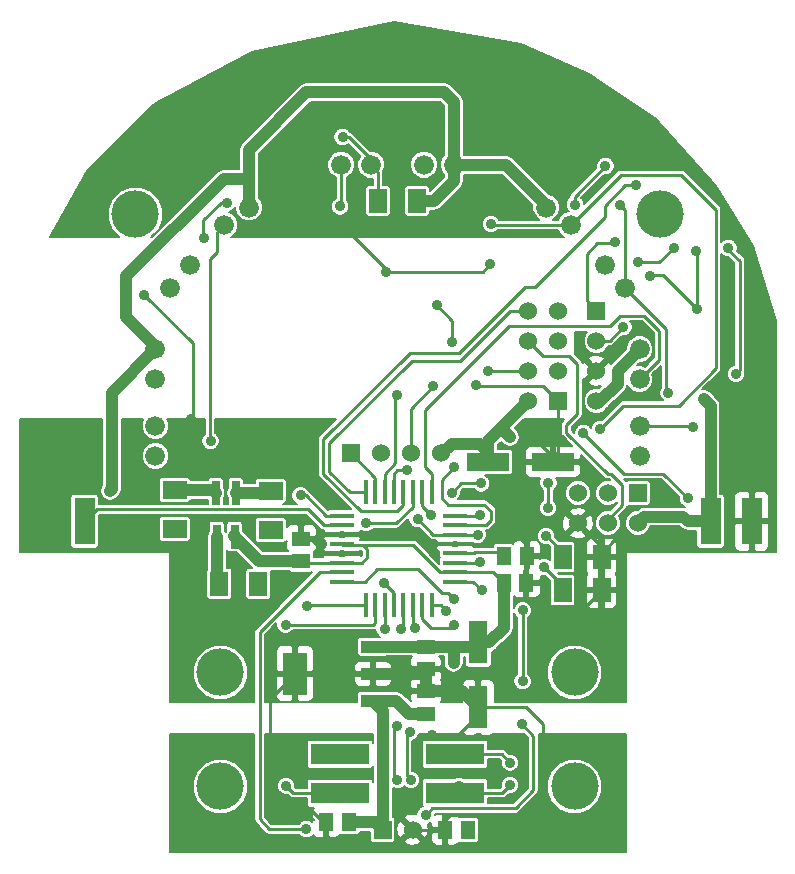
<source format=gtl>
G04 (created by PCBNEW (2013-07-07 BZR 4022)-stable) date 23/08/2016 11:16:44 p. m.*
%MOIN*%
G04 Gerber Fmt 3.4, Leading zero omitted, Abs format*
%FSLAX34Y34*%
G01*
G70*
G90*
G04 APERTURE LIST*
%ADD10C,0.00590551*%
%ADD11C,0.066*%
%ADD12C,0.15748*%
%ADD13R,0.06X0.06*%
%ADD14C,0.06*%
%ADD15R,0.19685X0.0708661*%
%ADD16R,0.08X0.144*%
%ADD17R,0.08X0.04*%
%ADD18R,0.06X0.08*%
%ADD19R,0.08X0.06*%
%ADD20R,0.0708661X0.15748*%
%ADD21R,0.063X0.1417*%
%ADD22R,0.1417X0.063*%
%ADD23R,0.0512X0.059*%
%ADD24R,0.059X0.0512*%
%ADD25R,0.0787X0.0177*%
%ADD26R,0.0177X0.0787*%
%ADD27R,0.0275591X0.0787402*%
%ADD28C,0.035*%
%ADD29C,0.01*%
%ADD30C,0.0393701*%
%ADD31C,0.00606299*%
G04 APERTURE END LIST*
G54D10*
G54D11*
X42715Y43743D03*
X42715Y44743D03*
X42715Y47302D03*
X42715Y46302D03*
X26574Y44743D03*
X26574Y43743D03*
X26574Y46302D03*
X26574Y47302D03*
X32767Y53456D03*
X33767Y53456D03*
X35523Y53456D03*
X36523Y53456D03*
X27071Y49359D03*
X27737Y50105D03*
X28873Y51444D03*
X29689Y52027D03*
X39601Y52027D03*
X40416Y51444D03*
X41552Y50105D03*
X42219Y49359D03*
G54D12*
X43387Y51802D03*
X25902Y51802D03*
G54D13*
X41275Y48587D03*
G54D14*
X41275Y47587D03*
X41275Y46587D03*
X41275Y45587D03*
G54D13*
X39995Y45587D03*
G54D14*
X38995Y45587D03*
X39995Y46587D03*
X38995Y46587D03*
X39995Y47587D03*
X38995Y47587D03*
X39995Y48587D03*
X38995Y48587D03*
G54D12*
X40550Y32737D03*
X40550Y36540D03*
G54D15*
X36562Y33811D03*
X36562Y32512D03*
G54D16*
X31221Y36491D03*
G54D17*
X33821Y36491D03*
X33821Y37391D03*
X33821Y35591D03*
G54D18*
X41445Y40367D03*
X40145Y40367D03*
G54D19*
X30415Y42577D03*
X30415Y41277D03*
X27215Y42617D03*
X27215Y41317D03*
G54D18*
X30005Y39487D03*
X28705Y39487D03*
X40145Y39267D03*
X41445Y39267D03*
G54D13*
X33081Y43837D03*
G54D14*
X34081Y43837D03*
X35081Y43837D03*
X36081Y43837D03*
G54D13*
X42655Y42507D03*
G54D14*
X42655Y41507D03*
X41655Y42507D03*
X41655Y41507D03*
X40655Y42507D03*
X40655Y41507D03*
G54D13*
X34145Y31291D03*
G54D14*
X35145Y31291D03*
G54D12*
X28739Y32736D03*
X28739Y36539D03*
G54D15*
X32727Y33810D03*
X32727Y32511D03*
G54D20*
X45078Y41566D03*
X46456Y41566D03*
G54D21*
X37335Y37530D03*
X37335Y35364D03*
G54D22*
X37652Y43547D03*
X39818Y43547D03*
G54D23*
X38950Y40407D03*
X38200Y40407D03*
G54D24*
X35586Y37394D03*
X35586Y36644D03*
X31437Y40238D03*
X31437Y40988D03*
G54D23*
X33024Y31551D03*
X32274Y31551D03*
X36990Y31287D03*
X36240Y31287D03*
X38938Y39525D03*
X38188Y39525D03*
G54D24*
X35589Y35160D03*
X35589Y35910D03*
G54D25*
X32799Y39554D03*
X32799Y39869D03*
X32799Y40184D03*
X32799Y40499D03*
X32799Y40814D03*
X32799Y41129D03*
X32799Y41444D03*
X32799Y41759D03*
X36565Y41757D03*
X36565Y39547D03*
X36565Y39867D03*
X36565Y40187D03*
X36565Y40497D03*
X36565Y40817D03*
X36565Y41127D03*
X36565Y41447D03*
G54D26*
X33583Y42547D03*
X33897Y42547D03*
X34213Y42547D03*
X34527Y42547D03*
X34843Y42547D03*
X35157Y42547D03*
X35473Y42547D03*
X35787Y42547D03*
X33585Y38767D03*
X33895Y38767D03*
X34215Y38767D03*
X34525Y38767D03*
X34835Y38767D03*
X35155Y38767D03*
X35475Y38767D03*
X35795Y38767D03*
G54D18*
X35295Y52247D03*
X33995Y52247D03*
G54D27*
X28619Y41059D03*
X29210Y41059D03*
X29249Y42516D03*
X28580Y42516D03*
G54D20*
X24212Y41566D03*
G54D28*
X36990Y31287D03*
X36511Y36846D03*
X38400Y44367D03*
X44857Y45649D03*
X29208Y41066D03*
X35566Y55877D03*
X35566Y55877D03*
X29208Y41066D03*
X44857Y45649D03*
X38400Y44367D03*
X36511Y36846D03*
X36990Y31287D03*
X25054Y42578D03*
X25054Y42578D03*
X37755Y51487D03*
X37755Y51487D03*
X37395Y41787D03*
X39655Y42007D03*
X39675Y42847D03*
X41395Y44647D03*
X41395Y44647D03*
X39675Y42847D03*
X39655Y42007D03*
X37395Y41787D03*
X35775Y41787D03*
X35775Y41787D03*
X39515Y40047D03*
X37395Y40207D03*
X28415Y44247D03*
X28415Y44247D03*
X37395Y40207D03*
X39515Y40047D03*
X28195Y51027D03*
X28955Y52187D03*
X28955Y52187D03*
X28195Y51027D03*
X37315Y41107D03*
X39595Y41087D03*
X39595Y41087D03*
X37315Y41107D03*
X35315Y41647D03*
X35315Y41647D03*
X30931Y32756D03*
X30931Y32756D03*
X32671Y32531D03*
X32671Y32531D03*
X32643Y33783D03*
X32643Y33783D03*
X34215Y37987D03*
X34215Y37987D03*
X30415Y41287D03*
X30415Y41287D03*
X36701Y32735D03*
X38401Y32772D03*
X38401Y32772D03*
X36701Y32735D03*
X36562Y33811D03*
X38401Y33522D03*
X38401Y33522D03*
X36562Y33811D03*
X36535Y43367D03*
X36535Y43367D03*
X30915Y38127D03*
X27215Y41287D03*
X27215Y41287D03*
X30915Y38127D03*
X31605Y31307D03*
X31605Y31307D03*
X35582Y31779D03*
X38790Y34810D03*
X38814Y36236D03*
X38814Y38598D03*
X36534Y38980D03*
X36534Y38980D03*
X38814Y38598D03*
X38814Y36236D03*
X38790Y34810D03*
X35582Y31779D03*
X36275Y38587D03*
X36275Y38587D03*
X36535Y38107D03*
X36535Y38107D03*
X34747Y37984D03*
X34747Y37984D03*
X34637Y34755D03*
X34637Y34755D03*
X34641Y32944D03*
X34641Y32944D03*
X35212Y38019D03*
X35058Y34554D03*
X35101Y32948D03*
X35101Y32948D03*
X35058Y34554D03*
X35212Y38019D03*
X31412Y42432D03*
X36444Y42507D03*
X37432Y42830D03*
X40841Y44511D03*
X44318Y42334D03*
X44318Y42334D03*
X40841Y44511D03*
X37432Y42830D03*
X36444Y42507D03*
X31412Y42432D03*
X35955Y48767D03*
X35955Y48767D03*
X36475Y47547D03*
X34615Y45787D03*
X34615Y45787D03*
X36475Y47547D03*
X31615Y38747D03*
X30035Y39507D03*
X30035Y39507D03*
X31615Y38747D03*
X34955Y43267D03*
X34955Y43267D03*
X37455Y39267D03*
X37455Y39267D03*
X42175Y48047D03*
X43055Y49747D03*
X43055Y49747D03*
X42175Y48047D03*
X44615Y48647D03*
X44615Y48647D03*
X42595Y52767D03*
X44595Y50567D03*
X44595Y50567D03*
X42595Y52767D03*
X33601Y41519D03*
X33601Y41519D03*
X43855Y50687D03*
X42675Y50207D03*
X41889Y50873D03*
X41889Y50873D03*
X42675Y50207D03*
X43855Y50687D03*
X34195Y39507D03*
X34195Y39507D03*
X37655Y46587D03*
X37655Y46587D03*
X35835Y46067D03*
X37255Y46107D03*
X37255Y46107D03*
X35835Y46067D03*
X35799Y34457D03*
X35799Y34457D03*
X32285Y31573D03*
X41455Y39227D03*
X37335Y35364D03*
X39150Y44367D03*
X43975Y41087D03*
X46455Y41587D03*
X34255Y49887D03*
X37735Y50137D03*
X26195Y49127D03*
X31575Y54047D03*
X27775Y44977D03*
X31415Y40967D03*
X31415Y40967D03*
X27775Y44977D03*
X31575Y54047D03*
X26195Y49127D03*
X37735Y50137D03*
X34255Y49887D03*
X46455Y41587D03*
X43975Y41087D03*
X39150Y44367D03*
X37335Y35364D03*
X41455Y39227D03*
X32285Y31573D03*
X42055Y52107D03*
X43675Y45847D03*
X32735Y52067D03*
X32735Y52067D03*
X43675Y45847D03*
X42055Y52107D03*
X32815Y54387D03*
X32815Y54387D03*
X44495Y44727D03*
X45935Y46487D03*
X45675Y50687D03*
X41575Y53407D03*
X40555Y52127D03*
X40555Y52127D03*
X41575Y53407D03*
X45675Y50687D03*
X45935Y46487D03*
X44495Y44727D03*
X34168Y34484D03*
X34168Y34484D03*
G54D29*
X33497Y40777D02*
X33495Y40779D01*
X33495Y40779D02*
X32834Y40779D01*
X32834Y40779D02*
X32799Y40814D01*
X33631Y40643D02*
X33497Y40777D01*
X33631Y40441D02*
X33631Y40643D01*
X33631Y40367D02*
X33631Y40441D01*
X33448Y40184D02*
X33631Y40367D01*
X32799Y40184D02*
X33448Y40184D01*
X35163Y40777D02*
X33497Y40777D01*
X36073Y39867D02*
X35163Y40777D01*
X36565Y39867D02*
X36073Y39867D01*
X31491Y40184D02*
X31437Y40238D01*
X32799Y40184D02*
X31491Y40184D01*
G54D30*
X37191Y37386D02*
X37335Y37530D01*
X36534Y37386D02*
X37191Y37386D01*
X37695Y37530D02*
X38188Y38023D01*
X38188Y38023D02*
X38188Y39525D01*
X37335Y37530D02*
X37695Y37530D01*
G54D29*
X37835Y39867D02*
X36565Y39867D01*
X38188Y39525D02*
X38177Y39525D01*
G54D30*
X36534Y36869D02*
X36534Y37386D01*
X36511Y36846D02*
X36534Y36869D01*
X33823Y37394D02*
X33821Y37391D01*
X35586Y37394D02*
X33823Y37394D01*
X36527Y37394D02*
X36534Y37386D01*
X35586Y37394D02*
X36527Y37394D01*
X36120Y43837D02*
X36444Y44161D01*
X36444Y44161D02*
X37385Y44161D01*
X37385Y44161D02*
X37652Y43894D01*
X37652Y43894D02*
X37652Y43547D01*
X36081Y43837D02*
X36120Y43837D01*
X38093Y44685D02*
X38995Y45587D01*
X38093Y44674D02*
X38400Y44367D01*
X38093Y44685D02*
X38093Y44674D01*
X41406Y45587D02*
X41979Y46161D01*
X41979Y46161D02*
X41979Y46566D01*
X41979Y46566D02*
X42715Y47302D01*
X41275Y45587D02*
X41406Y45587D01*
X45078Y45428D02*
X44857Y45649D01*
X45078Y41566D02*
X45078Y45428D01*
X30030Y40238D02*
X29210Y41059D01*
X31437Y40238D02*
X30030Y40238D01*
X29208Y41066D02*
X29210Y41064D01*
X29210Y41064D02*
X29210Y41059D01*
X25125Y45854D02*
X26574Y47302D01*
X38267Y53456D02*
X36523Y53456D01*
X39601Y52122D02*
X38267Y53456D01*
X39601Y52027D02*
X39601Y52122D01*
X36523Y55547D02*
X36192Y55877D01*
X36192Y55877D02*
X35566Y55877D01*
X36523Y53456D02*
X36523Y55547D01*
X29689Y52972D02*
X29689Y52027D01*
X29689Y53957D02*
X29689Y52972D01*
X31609Y55877D02*
X29689Y53957D01*
X35566Y55877D02*
X31609Y55877D01*
X35845Y52247D02*
X36523Y52925D01*
X36523Y52925D02*
X36523Y53456D01*
X35295Y52247D02*
X35845Y52247D01*
X44337Y41566D02*
X44176Y41728D01*
X44176Y41728D02*
X42875Y41728D01*
X42875Y41728D02*
X42655Y41507D01*
X45078Y41566D02*
X44337Y41566D01*
X26574Y47417D02*
X25605Y48385D01*
X25605Y48385D02*
X25605Y49732D01*
X25605Y49732D02*
X28845Y52972D01*
X28845Y52972D02*
X29689Y52972D01*
X26574Y47302D02*
X26574Y47417D01*
X26574Y47302D02*
X26574Y47417D01*
X28845Y52972D02*
X29689Y52972D01*
X25605Y49732D02*
X28845Y52972D01*
X25605Y48385D02*
X25605Y49732D01*
X26574Y47417D02*
X25605Y48385D01*
X45078Y41566D02*
X44337Y41566D01*
X42875Y41728D02*
X42655Y41507D01*
X44176Y41728D02*
X42875Y41728D01*
X44337Y41566D02*
X44176Y41728D01*
X35295Y52247D02*
X35845Y52247D01*
X36523Y52925D02*
X36523Y53456D01*
X35845Y52247D02*
X36523Y52925D01*
X35566Y55877D02*
X31609Y55877D01*
X31609Y55877D02*
X29689Y53957D01*
X29689Y53957D02*
X29689Y52972D01*
X29689Y52972D02*
X29689Y52027D01*
X36523Y53456D02*
X36523Y55547D01*
X36192Y55877D02*
X35566Y55877D01*
X36523Y55547D02*
X36192Y55877D01*
X39601Y52027D02*
X39601Y52122D01*
X39601Y52122D02*
X38267Y53456D01*
X38267Y53456D02*
X36523Y53456D01*
X25125Y45854D02*
X26574Y47302D01*
X29210Y41064D02*
X29210Y41059D01*
X29208Y41066D02*
X29210Y41064D01*
X31437Y40238D02*
X30030Y40238D01*
X30030Y40238D02*
X29210Y41059D01*
X45078Y41566D02*
X45078Y45428D01*
X45078Y45428D02*
X44857Y45649D01*
X41275Y45587D02*
X41406Y45587D01*
X41979Y46566D02*
X42715Y47302D01*
X41979Y46161D02*
X41979Y46566D01*
X41406Y45587D02*
X41979Y46161D01*
X38093Y44685D02*
X38093Y44674D01*
X38093Y44674D02*
X38400Y44367D01*
X38093Y44685D02*
X38995Y45587D01*
X36081Y43837D02*
X36120Y43837D01*
X37652Y43894D02*
X37652Y43547D01*
X37385Y44161D02*
X37652Y43894D01*
X36444Y44161D02*
X37385Y44161D01*
X36120Y43837D02*
X36444Y44161D01*
X35586Y37394D02*
X36527Y37394D01*
X36527Y37394D02*
X36534Y37386D01*
X35586Y37394D02*
X33823Y37394D01*
X33823Y37394D02*
X33821Y37391D01*
X36511Y36846D02*
X36534Y36869D01*
X36534Y36869D02*
X36534Y37386D01*
G54D29*
X38188Y39525D02*
X38177Y39525D01*
X37835Y39867D02*
X36565Y39867D01*
G54D30*
X37335Y37530D02*
X37695Y37530D01*
X38188Y38023D02*
X38188Y39525D01*
X37695Y37530D02*
X38188Y38023D01*
X36534Y37386D02*
X37191Y37386D01*
X37191Y37386D02*
X37335Y37530D01*
G54D29*
X32799Y40184D02*
X31491Y40184D01*
X31491Y40184D02*
X31437Y40238D01*
X36565Y39867D02*
X36073Y39867D01*
X36073Y39867D02*
X35163Y40777D01*
X35163Y40777D02*
X33497Y40777D01*
X32799Y40184D02*
X33448Y40184D01*
X33448Y40184D02*
X33631Y40367D01*
X33631Y40367D02*
X33631Y40441D01*
X33631Y40441D02*
X33631Y40643D01*
X33631Y40643D02*
X33497Y40777D01*
X32834Y40779D02*
X32799Y40814D01*
X33495Y40779D02*
X32834Y40779D01*
X33497Y40777D02*
X33495Y40779D01*
X38177Y39525D02*
X37835Y39867D01*
X38177Y39525D02*
X37835Y39867D01*
G54D30*
X25054Y42578D02*
X25125Y42649D01*
X25125Y42649D02*
X25125Y45854D01*
X25125Y42649D02*
X25125Y45854D01*
X25054Y42578D02*
X25125Y42649D01*
X37652Y44244D02*
X38093Y44685D01*
X37652Y43547D02*
X37652Y44244D01*
X37652Y43547D02*
X37652Y44244D01*
X37652Y44244D02*
X38093Y44685D01*
G54D29*
X42080Y53107D02*
X40416Y51444D01*
X36565Y41757D02*
X37365Y41757D01*
X37798Y51444D02*
X37755Y51487D01*
X40416Y51444D02*
X37798Y51444D01*
X40416Y51444D02*
X37798Y51444D01*
X37798Y51444D02*
X37755Y51487D01*
X36565Y41757D02*
X37365Y41757D01*
X42080Y53107D02*
X40416Y51444D01*
X37365Y41757D02*
X37395Y41787D01*
X39655Y42007D02*
X39675Y42027D01*
X39675Y42027D02*
X39675Y42847D01*
X41395Y44647D02*
X42175Y45427D01*
X42175Y45427D02*
X44015Y45427D01*
X44015Y45427D02*
X45255Y46667D01*
X45255Y46667D02*
X45255Y51947D01*
X45255Y51947D02*
X44095Y53107D01*
X44095Y53107D02*
X42080Y53107D01*
X44095Y53107D02*
X42080Y53107D01*
X45255Y51947D02*
X44095Y53107D01*
X45255Y46667D02*
X45255Y51947D01*
X44015Y45427D02*
X45255Y46667D01*
X42175Y45427D02*
X44015Y45427D01*
X41395Y44647D02*
X42175Y45427D01*
X39675Y42027D02*
X39675Y42847D01*
X39655Y42007D02*
X39675Y42027D01*
X37365Y41757D02*
X37395Y41787D01*
X35787Y43155D02*
X35575Y43367D01*
X35575Y43367D02*
X35575Y45267D01*
X35575Y45267D02*
X38375Y48067D01*
X38375Y48067D02*
X41715Y48067D01*
X41715Y48067D02*
X42075Y48427D01*
X42075Y48427D02*
X42855Y48427D01*
X42855Y48427D02*
X43375Y47907D01*
X43375Y47907D02*
X43375Y46962D01*
X43375Y46962D02*
X42715Y46302D01*
X35787Y42547D02*
X35787Y43155D01*
X35787Y42547D02*
X35787Y43155D01*
X43375Y46962D02*
X42715Y46302D01*
X43375Y47907D02*
X43375Y46962D01*
X42855Y48427D02*
X43375Y47907D01*
X42075Y48427D02*
X42855Y48427D01*
X41715Y48067D02*
X42075Y48427D01*
X38375Y48067D02*
X41715Y48067D01*
X35575Y45267D02*
X38375Y48067D01*
X35575Y43367D02*
X35575Y45267D01*
X35787Y43155D02*
X35575Y43367D01*
X35473Y42089D02*
X35775Y41787D01*
X35473Y42547D02*
X35473Y42089D01*
X35473Y42547D02*
X35473Y42089D01*
X35473Y42089D02*
X35775Y41787D01*
X40145Y39417D02*
X39515Y40047D01*
X37395Y40207D02*
X37375Y40187D01*
X37375Y40187D02*
X36565Y40187D01*
X40145Y39267D02*
X40145Y39417D01*
X28415Y44247D02*
X28395Y44267D01*
X28395Y44267D02*
X28395Y50307D01*
X28395Y50307D02*
X28635Y50547D01*
X28635Y50547D02*
X28635Y51205D01*
X28635Y51205D02*
X28873Y51444D01*
X28635Y51205D02*
X28873Y51444D01*
X28635Y50547D02*
X28635Y51205D01*
X28395Y50307D02*
X28635Y50547D01*
X28395Y44267D02*
X28395Y50307D01*
X28415Y44247D02*
X28395Y44267D01*
X40145Y39267D02*
X40145Y39417D01*
X37375Y40187D02*
X36565Y40187D01*
X37395Y40207D02*
X37375Y40187D01*
X40145Y39417D02*
X39515Y40047D01*
X39595Y41087D02*
X40145Y40537D01*
X40145Y40537D02*
X40145Y40367D01*
X40145Y40537D02*
X40145Y40367D01*
X39595Y41087D02*
X40145Y40537D01*
X28195Y51027D02*
X28175Y51047D01*
X28175Y51047D02*
X28175Y51607D01*
X28175Y51607D02*
X28755Y52187D01*
X28755Y52187D02*
X28955Y52187D01*
X28755Y52187D02*
X28955Y52187D01*
X28175Y51607D02*
X28755Y52187D01*
X28175Y51047D02*
X28175Y51607D01*
X28195Y51027D02*
X28175Y51047D01*
X37295Y41127D02*
X37315Y41107D01*
X36565Y41127D02*
X37295Y41127D01*
X36565Y41127D02*
X37295Y41127D01*
X37295Y41127D02*
X37315Y41107D01*
X35835Y41127D02*
X35315Y41647D01*
X36565Y41127D02*
X35835Y41127D01*
X36565Y41127D02*
X35835Y41127D01*
X35835Y41127D02*
X35315Y41647D01*
X31176Y32511D02*
X30931Y32756D01*
X32727Y32511D02*
X31176Y32511D01*
X32671Y32531D02*
X32691Y32511D01*
X32691Y32511D02*
X32727Y32511D01*
X32691Y32511D02*
X32727Y32511D01*
X32671Y32531D02*
X32691Y32511D01*
X32727Y32511D02*
X31176Y32511D01*
X31176Y32511D02*
X30931Y32756D01*
X32643Y33783D02*
X32670Y33810D01*
X32670Y33810D02*
X32727Y33810D01*
X32670Y33810D02*
X32727Y33810D01*
X32643Y33783D02*
X32670Y33810D01*
X30415Y41287D02*
X30415Y41277D01*
X34215Y38767D02*
X34215Y37987D01*
X34215Y38767D02*
X34215Y37987D01*
X30415Y41287D02*
X30415Y41277D01*
X36701Y32735D02*
X36562Y32597D01*
X36562Y32597D02*
X36562Y32512D01*
X38140Y32512D02*
X38401Y32772D01*
X36562Y32512D02*
X38140Y32512D01*
X36562Y32512D02*
X38140Y32512D01*
X38140Y32512D02*
X38401Y32772D01*
X36562Y32597D02*
X36562Y32512D01*
X36701Y32735D02*
X36562Y32597D01*
X38111Y33811D02*
X38401Y33522D01*
X36562Y33811D02*
X38111Y33811D01*
X36562Y33811D02*
X38111Y33811D01*
X38111Y33811D02*
X38401Y33522D01*
X37595Y41447D02*
X37755Y41607D01*
X37755Y41607D02*
X37755Y41907D01*
X37755Y41907D02*
X37535Y42127D01*
X37535Y42127D02*
X36335Y42127D01*
X36335Y42127D02*
X36115Y42347D01*
X36115Y42347D02*
X36115Y42947D01*
X36115Y42947D02*
X36535Y43367D01*
X36115Y42947D02*
X36535Y43367D01*
X36115Y42347D02*
X36115Y42947D01*
X36335Y42127D02*
X36115Y42347D01*
X37535Y42127D02*
X36335Y42127D01*
X37755Y41907D02*
X37535Y42127D01*
X37755Y41607D02*
X37755Y41907D01*
X37595Y41447D02*
X37755Y41607D01*
X36565Y41447D02*
X37595Y41447D01*
X36565Y41447D02*
X37595Y41447D01*
X33895Y38187D02*
X33835Y38127D01*
X33835Y38127D02*
X30915Y38127D01*
X27215Y41287D02*
X27215Y41317D01*
X33895Y38767D02*
X33895Y38187D01*
X33895Y38767D02*
X33895Y38187D01*
X27215Y41287D02*
X27215Y41317D01*
X33835Y38127D02*
X30915Y38127D01*
X33895Y38187D02*
X33835Y38127D01*
X33583Y42547D02*
X33055Y42547D01*
X33583Y42547D02*
X33055Y42547D01*
X33055Y42547D02*
X32375Y43227D01*
X32375Y43227D02*
X32375Y44167D01*
X32375Y44167D02*
X35135Y46927D01*
X35135Y46927D02*
X36735Y46927D01*
X36735Y46927D02*
X38395Y48587D01*
X38395Y48587D02*
X38995Y48587D01*
X38395Y48587D02*
X38995Y48587D01*
X36735Y46927D02*
X38395Y48587D01*
X35135Y46927D02*
X36735Y46927D01*
X32375Y44167D02*
X35135Y46927D01*
X32375Y43227D02*
X32375Y44167D01*
X33055Y42547D02*
X32375Y43227D01*
X32047Y39869D02*
X30045Y37867D01*
X30045Y37867D02*
X30045Y31631D01*
X30045Y31631D02*
X30369Y31307D01*
X30369Y31307D02*
X31605Y31307D01*
X32799Y39869D02*
X32047Y39869D01*
X32799Y39869D02*
X32047Y39869D01*
X30369Y31307D02*
X31605Y31307D01*
X30045Y31631D02*
X30369Y31307D01*
X30045Y37867D02*
X30045Y31631D01*
X32047Y39869D02*
X30045Y37867D01*
X35582Y31779D02*
X35802Y31999D01*
X35802Y31999D02*
X38578Y31999D01*
X38578Y31999D02*
X39176Y32598D01*
X39176Y32598D02*
X39176Y34425D01*
X39176Y34425D02*
X38790Y34810D01*
X38814Y36236D02*
X38814Y38598D01*
X36534Y38980D02*
X36318Y39196D01*
X36318Y39196D02*
X36113Y39196D01*
X36113Y39196D02*
X35337Y39972D01*
X33546Y39554D02*
X32799Y39554D01*
X33546Y39554D02*
X32799Y39554D01*
X36113Y39196D02*
X35337Y39972D01*
X36318Y39196D02*
X36113Y39196D01*
X36534Y38980D02*
X36318Y39196D01*
X38814Y36236D02*
X38814Y38598D01*
X39176Y34425D02*
X38790Y34810D01*
X39176Y32598D02*
X39176Y34425D01*
X38578Y31999D02*
X39176Y32598D01*
X35802Y31999D02*
X38578Y31999D01*
X35582Y31779D02*
X35802Y31999D01*
X35337Y39972D02*
X33963Y39972D01*
X33963Y39972D02*
X33546Y39554D01*
X33963Y39972D02*
X33546Y39554D01*
X35337Y39972D02*
X33963Y39972D01*
X36275Y38587D02*
X36095Y38767D01*
X36095Y38767D02*
X35795Y38767D01*
X36095Y38767D02*
X35795Y38767D01*
X36275Y38587D02*
X36095Y38767D01*
X40635Y46827D02*
X40375Y47087D01*
X40375Y47087D02*
X39495Y47087D01*
X40375Y47087D02*
X39495Y47087D01*
X40635Y46827D02*
X40375Y47087D01*
X36535Y38107D02*
X36435Y38007D01*
X36435Y38007D02*
X35775Y38007D01*
X35775Y38007D02*
X35475Y38307D01*
X35475Y38307D02*
X35475Y38767D01*
X41655Y41627D02*
X42135Y42107D01*
X42135Y42107D02*
X42135Y42787D01*
X42135Y42787D02*
X41775Y43147D01*
X41775Y43147D02*
X41655Y43147D01*
X41655Y41507D02*
X41655Y41627D01*
X41655Y41507D02*
X41655Y41627D01*
X41775Y43147D02*
X41655Y43147D01*
X42135Y42787D02*
X41775Y43147D01*
X42135Y42107D02*
X42135Y42787D01*
X41655Y41627D02*
X42135Y42107D01*
X35475Y38307D02*
X35475Y38767D01*
X35775Y38007D02*
X35475Y38307D01*
X36435Y38007D02*
X35775Y38007D01*
X36535Y38107D02*
X36435Y38007D01*
X39495Y47087D02*
X38995Y47587D01*
X39495Y47087D02*
X38995Y47587D01*
X41655Y43147D02*
X40275Y44527D01*
X40275Y44527D02*
X40275Y44787D01*
X40275Y44787D02*
X40635Y45147D01*
X40635Y45147D02*
X40635Y46827D01*
X40635Y45147D02*
X40635Y46827D01*
X40275Y44787D02*
X40635Y45147D01*
X40275Y44527D02*
X40275Y44787D01*
X41655Y43147D02*
X40275Y44527D01*
X34747Y37984D02*
X34835Y38071D01*
X34747Y37984D02*
X34835Y38071D01*
X34523Y33062D02*
X34523Y34641D01*
X34523Y34641D02*
X34637Y34755D01*
X34523Y34641D02*
X34637Y34755D01*
X34523Y33062D02*
X34523Y34641D01*
X34641Y32944D02*
X34523Y33062D01*
X34835Y38071D02*
X34835Y38767D01*
X34835Y38071D02*
X34835Y38767D01*
X34641Y32944D02*
X34523Y33062D01*
X35155Y38076D02*
X35212Y38019D01*
X35058Y34554D02*
X34960Y34456D01*
X34960Y34456D02*
X34960Y33090D01*
X34960Y33090D02*
X35101Y32948D01*
X35155Y38767D02*
X35155Y38076D01*
X35155Y38767D02*
X35155Y38076D01*
X34960Y33090D02*
X35101Y32948D01*
X34960Y34456D02*
X34960Y33090D01*
X35058Y34554D02*
X34960Y34456D01*
X35155Y38076D02*
X35212Y38019D01*
X32259Y41759D02*
X31586Y42432D01*
X31586Y42432D02*
X31412Y42432D01*
X36444Y42507D02*
X36767Y42830D01*
X36767Y42830D02*
X37432Y42830D01*
X40841Y44511D02*
X42196Y43157D01*
X42196Y43157D02*
X43495Y43157D01*
X43495Y43157D02*
X44318Y42334D01*
X32799Y41759D02*
X32259Y41759D01*
X32799Y41759D02*
X32259Y41759D01*
X43495Y43157D02*
X44318Y42334D01*
X42196Y43157D02*
X43495Y43157D01*
X40841Y44511D02*
X42196Y43157D01*
X36767Y42830D02*
X37432Y42830D01*
X36444Y42507D02*
X36767Y42830D01*
X31586Y42432D02*
X31412Y42432D01*
X32259Y41759D02*
X31586Y42432D01*
X32198Y41444D02*
X31675Y41967D01*
X31675Y41967D02*
X24612Y41967D01*
X24612Y41967D02*
X24212Y41566D01*
X32799Y41444D02*
X32198Y41444D01*
X32799Y41444D02*
X32198Y41444D01*
X24612Y41967D02*
X24212Y41566D01*
X31675Y41967D02*
X24612Y41967D01*
X32198Y41444D02*
X31675Y41967D01*
X35955Y48767D02*
X36475Y48247D01*
X34213Y43145D02*
X34213Y42547D01*
X34213Y43145D02*
X34213Y42547D01*
X35955Y48767D02*
X36475Y48247D01*
X36475Y48247D02*
X36475Y47547D01*
X34615Y45787D02*
X34575Y45747D01*
X34575Y45747D02*
X34575Y43507D01*
X34575Y43507D02*
X34213Y43145D01*
X34575Y43507D02*
X34213Y43145D01*
X34575Y45747D02*
X34575Y43507D01*
X34615Y45787D02*
X34575Y45747D01*
X36475Y48247D02*
X36475Y47547D01*
X31635Y38767D02*
X31615Y38747D01*
X30035Y39507D02*
X30015Y39487D01*
X30015Y39487D02*
X30005Y39487D01*
X33585Y38767D02*
X31635Y38767D01*
X33585Y38767D02*
X31635Y38767D01*
X30015Y39487D02*
X30005Y39487D01*
X30035Y39507D02*
X30015Y39487D01*
X31635Y38767D02*
X31615Y38747D01*
X34527Y43159D02*
X34635Y43267D01*
X34635Y43267D02*
X34955Y43267D01*
X34527Y42547D02*
X34527Y43159D01*
X34527Y42547D02*
X34527Y43159D01*
X34635Y43267D02*
X34955Y43267D01*
X34527Y43159D02*
X34635Y43267D01*
X37175Y39547D02*
X37455Y39267D01*
X36565Y39547D02*
X37175Y39547D01*
X36565Y39547D02*
X37175Y39547D01*
X37175Y39547D02*
X37455Y39267D01*
X43055Y49747D02*
X43075Y49767D01*
X43075Y49767D02*
X43495Y49767D01*
X43495Y49767D02*
X44615Y48647D01*
X44615Y50547D02*
X44615Y48647D01*
X44615Y50547D02*
X44615Y48647D01*
X43495Y49767D02*
X44615Y48647D01*
X43075Y49767D02*
X43495Y49767D01*
X43055Y49747D02*
X43075Y49767D01*
X41715Y47587D02*
X42175Y48047D01*
X41275Y47587D02*
X41715Y47587D01*
X34843Y42115D02*
X34635Y41907D01*
X34635Y41907D02*
X33412Y41907D01*
X33412Y41907D02*
X32175Y43144D01*
X32175Y43144D02*
X32175Y44307D01*
X32175Y44307D02*
X35055Y47187D01*
X35055Y47187D02*
X36695Y47187D01*
X34843Y42547D02*
X34843Y42115D01*
X34843Y42547D02*
X34843Y42115D01*
X35055Y47187D02*
X36695Y47187D01*
X32175Y44307D02*
X35055Y47187D01*
X32175Y43144D02*
X32175Y44307D01*
X33412Y41907D02*
X32175Y43144D01*
X34635Y41907D02*
X33412Y41907D01*
X34843Y42115D02*
X34635Y41907D01*
X41275Y47587D02*
X41715Y47587D01*
X41715Y47587D02*
X42175Y48047D01*
X36695Y47187D02*
X38895Y49387D01*
X38895Y49387D02*
X39215Y49387D01*
X39215Y49387D02*
X41555Y51727D01*
X41555Y51727D02*
X41555Y52087D01*
X41555Y52087D02*
X42235Y52767D01*
X42235Y52767D02*
X42595Y52767D01*
X44595Y50567D02*
X44615Y50547D01*
X44595Y50567D02*
X44615Y50547D01*
X42235Y52767D02*
X42595Y52767D01*
X41555Y52087D02*
X42235Y52767D01*
X41555Y51727D02*
X41555Y52087D01*
X39215Y49387D02*
X41555Y51727D01*
X38895Y49387D02*
X39215Y49387D01*
X36695Y47187D02*
X38895Y49387D01*
X33601Y41519D02*
X33613Y41507D01*
X33613Y41507D02*
X34609Y41507D01*
X34609Y41507D02*
X35157Y42055D01*
X34609Y41507D02*
X35157Y42055D01*
X33613Y41507D02*
X34609Y41507D01*
X33601Y41519D02*
X33613Y41507D01*
X43855Y50687D02*
X43375Y50207D01*
X43375Y50207D02*
X42675Y50207D01*
X41889Y50873D02*
X41857Y50842D01*
X41857Y50842D02*
X41302Y50842D01*
X41302Y50842D02*
X40944Y50484D01*
X40944Y50484D02*
X40944Y48918D01*
X40944Y48918D02*
X41275Y48587D01*
X35157Y42055D02*
X35157Y42547D01*
X35157Y42055D02*
X35157Y42547D01*
X40944Y48918D02*
X41275Y48587D01*
X40944Y50484D02*
X40944Y48918D01*
X41302Y50842D02*
X40944Y50484D01*
X41857Y50842D02*
X41302Y50842D01*
X41889Y50873D02*
X41857Y50842D01*
X43375Y50207D02*
X42675Y50207D01*
X43855Y50687D02*
X43375Y50207D01*
X33897Y43021D02*
X33081Y43837D01*
X33897Y42547D02*
X33897Y43021D01*
X33897Y42547D02*
X33897Y43021D01*
X33897Y43021D02*
X33081Y43837D01*
X34525Y39177D02*
X34195Y39507D01*
X34525Y39177D02*
X34195Y39507D01*
X34525Y38767D02*
X34525Y39177D01*
X34525Y38767D02*
X34525Y39177D01*
X37655Y46587D02*
X38995Y46587D01*
X37655Y46587D02*
X38995Y46587D01*
X35533Y41129D02*
X35845Y40817D01*
X35845Y40817D02*
X36565Y40817D01*
X35081Y45313D02*
X35835Y46067D01*
X37255Y46107D02*
X37275Y46087D01*
X37275Y46087D02*
X39495Y46087D01*
X37275Y46087D02*
X39495Y46087D01*
X37255Y46107D02*
X37275Y46087D01*
X35081Y45313D02*
X35835Y46067D01*
X35845Y40817D02*
X36565Y40817D01*
X35533Y41129D02*
X35845Y40817D01*
X37735Y41007D02*
X38735Y41007D01*
X37495Y40767D02*
X37735Y41007D01*
X37175Y40767D02*
X37495Y40767D01*
X37125Y40817D02*
X37175Y40767D01*
X37125Y40817D02*
X37175Y40767D01*
X37175Y40767D02*
X37495Y40767D01*
X37495Y40767D02*
X37735Y41007D01*
X37735Y41007D02*
X38735Y41007D01*
X35799Y34457D02*
X35819Y34477D01*
X35819Y34477D02*
X36687Y34477D01*
X35819Y34477D02*
X36687Y34477D01*
X35799Y34457D02*
X35819Y34477D01*
X32285Y31573D02*
X32274Y31562D01*
X32274Y31562D02*
X32274Y31551D01*
X32095Y40561D02*
X32157Y40499D01*
X32095Y40647D02*
X32095Y40561D01*
X32157Y40499D02*
X32799Y40499D01*
X32219Y41129D02*
X32215Y41129D01*
X32095Y41009D02*
X32095Y40647D01*
X32215Y41129D02*
X32095Y41009D01*
X32799Y41129D02*
X32219Y41129D01*
X32799Y41129D02*
X33601Y41129D01*
X37335Y35125D02*
X37335Y35364D01*
X36687Y34477D02*
X37335Y35125D01*
X35148Y31287D02*
X35145Y31291D01*
X36240Y31287D02*
X35148Y31287D01*
X30385Y35655D02*
X31221Y36491D01*
X30385Y34345D02*
X30385Y35655D01*
X30387Y34343D02*
X30385Y34345D01*
X32159Y31551D02*
X31823Y31887D01*
X32274Y31551D02*
X32159Y31551D01*
X33821Y36491D02*
X31221Y36491D01*
X41445Y39267D02*
X41445Y40367D01*
X41445Y40717D02*
X40655Y41507D01*
X41445Y40367D02*
X41445Y40717D01*
X38938Y39064D02*
X39795Y38207D01*
X39795Y38207D02*
X40385Y38207D01*
X40385Y38207D02*
X41445Y39267D01*
X38938Y39525D02*
X38938Y39064D01*
X41445Y39267D02*
X41445Y39237D01*
X41455Y39227D02*
X41445Y39237D01*
X39818Y43710D02*
X39995Y43887D01*
X39995Y43887D02*
X39995Y45587D01*
X39818Y43547D02*
X39818Y43710D01*
X39818Y43699D02*
X39150Y44367D01*
X39818Y43547D02*
X39818Y43699D01*
X38950Y40792D02*
X38950Y40407D01*
X38735Y41007D02*
X38950Y40792D01*
X36565Y40817D02*
X37125Y40817D01*
X38938Y40395D02*
X38950Y40407D01*
X38938Y39525D02*
X38938Y40395D01*
X41445Y40517D02*
X41835Y40907D01*
X41835Y40907D02*
X43795Y40907D01*
X43795Y40907D02*
X43975Y41087D01*
X46455Y41587D02*
X46456Y41586D01*
X46456Y41586D02*
X46456Y41566D01*
X41445Y40367D02*
X41445Y40517D01*
X40755Y43547D02*
X41155Y43147D01*
X41155Y43147D02*
X41155Y42007D01*
X41155Y42007D02*
X40655Y41507D01*
X39818Y43547D02*
X40755Y43547D01*
X37485Y49887D02*
X34255Y49887D01*
X37485Y49887D02*
X37735Y50137D01*
X39495Y46087D02*
X39995Y45587D01*
X35081Y43837D02*
X35081Y45313D01*
X27775Y44977D02*
X27815Y45017D01*
X27815Y45017D02*
X27815Y47507D01*
X27815Y47507D02*
X26195Y49127D01*
X31575Y54047D02*
X32115Y53507D01*
X32115Y53507D02*
X32115Y52107D01*
X32115Y52107D02*
X34255Y49967D01*
X34255Y49967D02*
X34255Y49887D01*
X31415Y40967D02*
X31436Y40988D01*
X31436Y40988D02*
X31437Y40988D01*
X31754Y40988D02*
X32095Y40647D01*
X31437Y40988D02*
X31754Y40988D01*
G54D30*
X36789Y35910D02*
X37335Y35364D01*
X35589Y35910D02*
X36789Y35910D01*
X35586Y35914D02*
X35589Y35910D01*
X35586Y36644D02*
X35586Y35914D01*
X35433Y36491D02*
X35586Y36644D01*
X33821Y36491D02*
X35433Y36491D01*
G54D29*
X36240Y31626D02*
X36408Y31795D01*
X36408Y31795D02*
X39015Y31795D01*
X39015Y31795D02*
X39483Y32263D01*
X39483Y32263D02*
X39483Y34799D01*
X39483Y34799D02*
X38918Y35364D01*
X38918Y35364D02*
X37335Y35364D01*
X36240Y31287D02*
X36240Y31626D01*
X36240Y31287D02*
X36240Y31626D01*
X38918Y35364D02*
X37335Y35364D01*
X39483Y34799D02*
X38918Y35364D01*
X39483Y32263D02*
X39483Y34799D01*
X39015Y31795D02*
X39483Y32263D01*
X36408Y31795D02*
X39015Y31795D01*
X36240Y31626D02*
X36408Y31795D01*
G54D30*
X33821Y36491D02*
X35433Y36491D01*
X35433Y36491D02*
X35586Y36644D01*
X35586Y36644D02*
X35586Y35914D01*
X35586Y35914D02*
X35589Y35910D01*
X35589Y35910D02*
X36789Y35910D01*
X36789Y35910D02*
X37335Y35364D01*
G54D29*
X31437Y40988D02*
X31754Y40988D01*
X31754Y40988D02*
X32095Y40647D01*
X31436Y40988D02*
X31437Y40988D01*
X31415Y40967D02*
X31436Y40988D01*
X34255Y49967D02*
X34255Y49887D01*
X32115Y52107D02*
X34255Y49967D01*
X32115Y53507D02*
X32115Y52107D01*
X31575Y54047D02*
X32115Y53507D01*
X27815Y47507D02*
X26195Y49127D01*
X27815Y45017D02*
X27815Y47507D01*
X27775Y44977D02*
X27815Y45017D01*
X35081Y43837D02*
X35081Y45313D01*
X39495Y46087D02*
X39995Y45587D01*
X37485Y49887D02*
X37735Y50137D01*
X37485Y49887D02*
X34255Y49887D01*
X39818Y43547D02*
X40755Y43547D01*
X41155Y42007D02*
X40655Y41507D01*
X41155Y43147D02*
X41155Y42007D01*
X40755Y43547D02*
X41155Y43147D01*
X41445Y40367D02*
X41445Y40517D01*
X46456Y41586D02*
X46456Y41566D01*
X46455Y41587D02*
X46456Y41586D01*
X43795Y40907D02*
X43975Y41087D01*
X41835Y40907D02*
X43795Y40907D01*
X41445Y40517D02*
X41835Y40907D01*
X38938Y39525D02*
X38938Y40395D01*
X38938Y40395D02*
X38950Y40407D01*
X36565Y40817D02*
X37125Y40817D01*
X38735Y41007D02*
X38950Y40792D01*
X38950Y40792D02*
X38950Y40407D01*
X39818Y43547D02*
X39818Y43699D01*
X39818Y43699D02*
X39150Y44367D01*
X39818Y43547D02*
X39818Y43710D01*
X39995Y43887D02*
X39995Y45587D01*
X39818Y43710D02*
X39995Y43887D01*
X41455Y39227D02*
X41445Y39237D01*
X41445Y39267D02*
X41445Y39237D01*
X38938Y39525D02*
X38938Y39064D01*
X40385Y38207D02*
X41445Y39267D01*
X39795Y38207D02*
X40385Y38207D01*
X38938Y39064D02*
X39795Y38207D01*
X41445Y40367D02*
X41445Y40717D01*
X41445Y40717D02*
X40655Y41507D01*
X41445Y39267D02*
X41445Y40367D01*
X33821Y36491D02*
X31221Y36491D01*
X32274Y31551D02*
X32159Y31551D01*
X32159Y31551D02*
X31823Y31887D01*
X30387Y34343D02*
X30385Y34345D01*
X30385Y34345D02*
X30385Y35655D01*
X30385Y35655D02*
X31221Y36491D01*
X36240Y31287D02*
X35148Y31287D01*
X35148Y31287D02*
X35145Y31291D01*
X36687Y34477D02*
X37335Y35125D01*
X37335Y35125D02*
X37335Y35364D01*
X32799Y41129D02*
X33601Y41129D01*
X32799Y41129D02*
X32219Y41129D01*
X32215Y41129D02*
X32095Y41009D01*
X32095Y41009D02*
X32095Y40647D01*
X32219Y41129D02*
X32215Y41129D01*
X32157Y40499D02*
X32799Y40499D01*
X32095Y40647D02*
X32095Y40561D01*
X32095Y40561D02*
X32157Y40499D01*
X32274Y31562D02*
X32274Y31551D01*
X32285Y31573D02*
X32274Y31562D01*
X33601Y41129D02*
X35533Y41129D01*
X33601Y41129D02*
X35533Y41129D01*
X30387Y32287D02*
X30387Y34343D01*
X30787Y31887D02*
X30387Y32287D01*
X31823Y31887D02*
X30787Y31887D01*
X31823Y31887D02*
X30787Y31887D01*
X30787Y31887D02*
X30387Y32287D01*
X30387Y32287D02*
X30387Y34343D01*
G54D30*
X28619Y39572D02*
X28705Y39487D01*
X28619Y41059D02*
X28619Y39572D01*
X28619Y41059D02*
X28619Y39572D01*
X28619Y39572D02*
X28705Y39487D01*
X30353Y42516D02*
X30415Y42577D01*
X30353Y42516D02*
X30415Y42577D01*
X29249Y42516D02*
X30353Y42516D01*
X29249Y42516D02*
X30353Y42516D01*
X28478Y42617D02*
X28580Y42516D01*
X27215Y42617D02*
X28478Y42617D01*
X27215Y42617D02*
X28478Y42617D01*
X28478Y42617D02*
X28580Y42516D01*
G54D29*
X37185Y40497D02*
X37235Y40547D01*
X36565Y40497D02*
X37185Y40497D01*
X36565Y40497D02*
X37185Y40497D01*
X37185Y40497D02*
X37235Y40547D01*
X37235Y40547D02*
X38060Y40547D01*
X38060Y40547D02*
X38200Y40407D01*
X38060Y40547D02*
X38200Y40407D01*
X37235Y40547D02*
X38060Y40547D01*
X42055Y52107D02*
X42219Y51943D01*
X42219Y51943D02*
X42219Y49359D01*
X43675Y45847D02*
X43595Y45927D01*
X43595Y45927D02*
X43595Y47983D01*
X43595Y47983D02*
X42219Y49359D01*
X32735Y52067D02*
X32767Y52099D01*
X32767Y52099D02*
X32767Y53456D01*
X32767Y52099D02*
X32767Y53456D01*
X32735Y52067D02*
X32767Y52099D01*
X43595Y47983D02*
X42219Y49359D01*
X43595Y45927D02*
X43595Y47983D01*
X43675Y45847D02*
X43595Y45927D01*
X42219Y51943D02*
X42219Y49359D01*
X42055Y52107D02*
X42219Y51943D01*
X33767Y53635D02*
X33015Y54387D01*
X33015Y54387D02*
X32815Y54387D01*
X33015Y54387D02*
X32815Y54387D01*
X33767Y53635D02*
X33015Y54387D01*
X44478Y44743D02*
X44495Y44727D01*
X45935Y46487D02*
X46055Y46607D01*
X46055Y46607D02*
X46055Y49867D01*
X46055Y49867D02*
X46055Y50247D01*
X46055Y50247D02*
X45675Y50627D01*
X45675Y50627D02*
X45675Y50687D01*
X41575Y53407D02*
X40555Y52387D01*
X40555Y52387D02*
X40555Y52127D01*
X42715Y44743D02*
X44478Y44743D01*
X33995Y53228D02*
X33767Y53456D01*
X33995Y52247D02*
X33995Y53228D01*
X33767Y53456D02*
X33767Y53635D01*
X33767Y53456D02*
X33767Y53635D01*
X33995Y52247D02*
X33995Y53228D01*
X33995Y53228D02*
X33767Y53456D01*
X42715Y44743D02*
X44478Y44743D01*
X40555Y52387D02*
X40555Y52127D01*
X41575Y53407D02*
X40555Y52387D01*
X45675Y50627D02*
X45675Y50687D01*
X46055Y50247D02*
X45675Y50627D01*
X46055Y49867D02*
X46055Y50247D01*
X46055Y46607D02*
X46055Y49867D01*
X45935Y46487D02*
X46055Y46607D01*
X44478Y44743D02*
X44495Y44727D01*
G54D30*
X34168Y34484D02*
X34158Y34493D01*
X34158Y34493D02*
X34158Y35253D01*
X34168Y34484D02*
X34168Y31314D01*
X34600Y35591D02*
X35031Y35160D01*
X35031Y35160D02*
X35589Y35160D01*
X35031Y35160D02*
X35589Y35160D01*
X34600Y35591D02*
X35031Y35160D01*
X34168Y34484D02*
X34168Y31314D01*
X34158Y34493D02*
X34158Y35253D01*
X34168Y34484D02*
X34158Y34493D01*
X33884Y31551D02*
X34145Y31291D01*
X33024Y31551D02*
X33884Y31551D01*
X34158Y35253D02*
X33821Y35591D01*
X34168Y31314D02*
X34145Y31291D01*
X33821Y35591D02*
X34600Y35591D01*
X33821Y35591D02*
X34600Y35591D01*
X34168Y31314D02*
X34145Y31291D01*
X34158Y35253D02*
X33821Y35591D01*
X33024Y31551D02*
X33884Y31551D01*
X33884Y31551D02*
X34145Y31291D01*
G54D10*
G36*
X33841Y32893D02*
X33822Y32939D01*
X33785Y32976D01*
X33738Y32996D01*
X33686Y32996D01*
X31717Y32996D01*
X31669Y32976D01*
X31633Y32939D01*
X31613Y32891D01*
X31613Y32840D01*
X31613Y32691D01*
X31250Y32691D01*
X31236Y32706D01*
X31236Y32817D01*
X31189Y32929D01*
X31104Y33015D01*
X30991Y33061D01*
X30870Y33062D01*
X30758Y33015D01*
X30672Y32929D01*
X30625Y32817D01*
X30625Y32696D01*
X30672Y32583D01*
X30757Y32497D01*
X30870Y32451D01*
X30981Y32451D01*
X31048Y32384D01*
X31107Y32345D01*
X31176Y32331D01*
X31613Y32331D01*
X31613Y32131D01*
X31632Y32083D01*
X31669Y32046D01*
X31717Y32026D01*
X31769Y32026D01*
X31872Y32026D01*
X31822Y31977D01*
X31787Y31892D01*
X31787Y31801D01*
X31787Y31678D01*
X31845Y31621D01*
X31787Y31621D01*
X31787Y31556D01*
X31778Y31566D01*
X31665Y31612D01*
X31544Y31613D01*
X31432Y31566D01*
X31353Y31487D01*
X30443Y31487D01*
X30225Y31706D01*
X30225Y34477D01*
X33835Y34477D01*
X33841Y34444D01*
X33841Y34192D01*
X33822Y34238D01*
X33785Y34275D01*
X33738Y34295D01*
X33686Y34295D01*
X31717Y34295D01*
X31669Y34275D01*
X31633Y34239D01*
X31613Y34191D01*
X31613Y34139D01*
X31613Y33430D01*
X31632Y33382D01*
X31669Y33346D01*
X31717Y33326D01*
X31769Y33326D01*
X33737Y33326D01*
X33785Y33345D01*
X33822Y33382D01*
X33841Y33428D01*
X33841Y32893D01*
X33841Y32893D01*
G37*
G54D31*
X33841Y32893D02*
X33822Y32939D01*
X33785Y32976D01*
X33738Y32996D01*
X33686Y32996D01*
X31717Y32996D01*
X31669Y32976D01*
X31633Y32939D01*
X31613Y32891D01*
X31613Y32840D01*
X31613Y32691D01*
X31250Y32691D01*
X31236Y32706D01*
X31236Y32817D01*
X31189Y32929D01*
X31104Y33015D01*
X30991Y33061D01*
X30870Y33062D01*
X30758Y33015D01*
X30672Y32929D01*
X30625Y32817D01*
X30625Y32696D01*
X30672Y32583D01*
X30757Y32497D01*
X30870Y32451D01*
X30981Y32451D01*
X31048Y32384D01*
X31107Y32345D01*
X31176Y32331D01*
X31613Y32331D01*
X31613Y32131D01*
X31632Y32083D01*
X31669Y32046D01*
X31717Y32026D01*
X31769Y32026D01*
X31872Y32026D01*
X31822Y31977D01*
X31787Y31892D01*
X31787Y31801D01*
X31787Y31678D01*
X31845Y31621D01*
X31787Y31621D01*
X31787Y31556D01*
X31778Y31566D01*
X31665Y31612D01*
X31544Y31613D01*
X31432Y31566D01*
X31353Y31487D01*
X30443Y31487D01*
X30225Y31706D01*
X30225Y34477D01*
X33835Y34477D01*
X33841Y34444D01*
X33841Y34192D01*
X33822Y34238D01*
X33785Y34275D01*
X33738Y34295D01*
X33686Y34295D01*
X31717Y34295D01*
X31669Y34275D01*
X31633Y34239D01*
X31613Y34191D01*
X31613Y34139D01*
X31613Y33430D01*
X31632Y33382D01*
X31669Y33346D01*
X31717Y33326D01*
X31769Y33326D01*
X33737Y33326D01*
X33785Y33345D01*
X33822Y33382D01*
X33841Y33428D01*
X33841Y32893D01*
G54D10*
G36*
X42244Y30537D02*
X41468Y30537D01*
X41468Y32918D01*
X41329Y33256D01*
X41071Y33514D01*
X40733Y33654D01*
X40368Y33654D01*
X40031Y33515D01*
X39773Y33257D01*
X39633Y32920D01*
X39632Y32555D01*
X39772Y32217D01*
X40030Y31959D01*
X40367Y31819D01*
X40732Y31819D01*
X41069Y31958D01*
X41328Y32216D01*
X41468Y32553D01*
X41468Y32918D01*
X41468Y30537D01*
X37376Y30537D01*
X37376Y31018D01*
X37376Y31608D01*
X37356Y31656D01*
X37319Y31693D01*
X37272Y31712D01*
X37220Y31713D01*
X36708Y31713D01*
X36693Y31707D01*
X36691Y31713D01*
X36626Y31778D01*
X36541Y31813D01*
X36367Y31812D01*
X36309Y31755D01*
X36309Y31357D01*
X36317Y31357D01*
X36317Y31217D01*
X36309Y31217D01*
X36309Y30819D01*
X36367Y30762D01*
X36541Y30762D01*
X36626Y30797D01*
X36691Y30862D01*
X36693Y30868D01*
X36707Y30862D01*
X36759Y30862D01*
X37271Y30862D01*
X37319Y30882D01*
X37356Y30918D01*
X37376Y30966D01*
X37376Y31018D01*
X37376Y30537D01*
X36170Y30537D01*
X36170Y30819D01*
X36170Y31217D01*
X35811Y31217D01*
X35753Y31160D01*
X35753Y31038D01*
X35753Y30946D01*
X35788Y30862D01*
X35853Y30797D01*
X35938Y30762D01*
X36112Y30762D01*
X36170Y30819D01*
X36170Y30537D01*
X35433Y30537D01*
X35433Y30903D01*
X35145Y31192D01*
X35046Y31094D01*
X35046Y31291D01*
X34757Y31579D01*
X34670Y31549D01*
X34607Y31348D01*
X34626Y31138D01*
X34670Y31032D01*
X34757Y31002D01*
X35046Y31291D01*
X35046Y31094D01*
X34856Y30903D01*
X34886Y30816D01*
X35087Y30753D01*
X35297Y30772D01*
X35403Y30816D01*
X35433Y30903D01*
X35433Y30537D01*
X29657Y30537D01*
X29657Y32917D01*
X29518Y33255D01*
X29260Y33513D01*
X28922Y33653D01*
X28557Y33653D01*
X28220Y33514D01*
X27962Y33256D01*
X27822Y32919D01*
X27821Y32554D01*
X27961Y32216D01*
X28219Y31958D01*
X28556Y31818D01*
X28921Y31818D01*
X29258Y31957D01*
X29517Y32215D01*
X29657Y32552D01*
X29657Y32917D01*
X29657Y30537D01*
X27055Y30537D01*
X27055Y34477D01*
X29864Y34477D01*
X29864Y31631D01*
X29878Y31562D01*
X29917Y31504D01*
X30241Y31180D01*
X30299Y31141D01*
X30369Y31127D01*
X31353Y31127D01*
X31431Y31048D01*
X31544Y31002D01*
X31665Y31002D01*
X31777Y31048D01*
X31839Y31109D01*
X31887Y31061D01*
X31972Y31026D01*
X32146Y31026D01*
X32204Y31083D01*
X32204Y31481D01*
X32196Y31481D01*
X32196Y31621D01*
X32204Y31621D01*
X32204Y31629D01*
X32343Y31629D01*
X32343Y31621D01*
X32351Y31621D01*
X32351Y31481D01*
X32343Y31481D01*
X32343Y31083D01*
X32401Y31026D01*
X32575Y31026D01*
X32660Y31061D01*
X32725Y31126D01*
X32727Y31132D01*
X32741Y31126D01*
X32793Y31126D01*
X33305Y31126D01*
X33353Y31146D01*
X33390Y31182D01*
X33407Y31224D01*
X33714Y31224D01*
X33714Y30965D01*
X33734Y30917D01*
X33771Y30880D01*
X33819Y30860D01*
X33870Y30860D01*
X34470Y30860D01*
X34518Y30880D01*
X34555Y30917D01*
X34575Y30965D01*
X34575Y31016D01*
X34575Y31616D01*
X34555Y31664D01*
X34518Y31701D01*
X34495Y31711D01*
X34495Y32674D01*
X34580Y32639D01*
X34701Y32639D01*
X34813Y32685D01*
X34873Y32745D01*
X34928Y32689D01*
X35040Y32643D01*
X35162Y32643D01*
X35274Y32689D01*
X35360Y32775D01*
X35407Y32887D01*
X35407Y33009D01*
X35360Y33121D01*
X35274Y33207D01*
X35162Y33253D01*
X35140Y33253D01*
X35140Y34258D01*
X35231Y34295D01*
X35317Y34381D01*
X35356Y34477D01*
X36873Y34477D01*
X36889Y34461D01*
X36973Y34425D01*
X37065Y34425D01*
X37207Y34425D01*
X37259Y34477D01*
X37410Y34477D01*
X37462Y34425D01*
X37604Y34425D01*
X37696Y34425D01*
X37780Y34461D01*
X37796Y34477D01*
X38869Y34477D01*
X38996Y34350D01*
X38996Y32672D01*
X38503Y32180D01*
X37676Y32180D01*
X37676Y32184D01*
X37676Y32332D01*
X38140Y32332D01*
X38209Y32346D01*
X38268Y32385D01*
X38350Y32467D01*
X38461Y32467D01*
X38573Y32513D01*
X38659Y32599D01*
X38706Y32711D01*
X38706Y32833D01*
X38706Y33583D01*
X38659Y33695D01*
X38574Y33781D01*
X38461Y33827D01*
X38350Y33828D01*
X38239Y33939D01*
X38180Y33978D01*
X38111Y33992D01*
X37676Y33992D01*
X37676Y34191D01*
X37657Y34239D01*
X37620Y34276D01*
X37572Y34296D01*
X37520Y34296D01*
X35552Y34296D01*
X35504Y34276D01*
X35467Y34240D01*
X35447Y34192D01*
X35447Y34140D01*
X35447Y33431D01*
X35467Y33383D01*
X35504Y33347D01*
X35552Y33327D01*
X35603Y33327D01*
X37572Y33327D01*
X37620Y33346D01*
X37657Y33383D01*
X37676Y33431D01*
X37676Y33483D01*
X37676Y33631D01*
X38037Y33631D01*
X38095Y33572D01*
X38095Y33462D01*
X38142Y33349D01*
X38227Y33263D01*
X38340Y33217D01*
X38461Y33217D01*
X38573Y33263D01*
X38659Y33349D01*
X38706Y33461D01*
X38706Y33583D01*
X38706Y32833D01*
X38659Y32945D01*
X38574Y33031D01*
X38461Y33077D01*
X38340Y33078D01*
X38228Y33031D01*
X38142Y32945D01*
X38095Y32833D01*
X38095Y32722D01*
X38066Y32692D01*
X37676Y32692D01*
X37676Y32892D01*
X37657Y32940D01*
X37620Y32977D01*
X37572Y32997D01*
X37520Y32997D01*
X36867Y32997D01*
X36761Y33040D01*
X36640Y33041D01*
X36534Y32997D01*
X35552Y32997D01*
X35504Y32977D01*
X35467Y32940D01*
X35447Y32892D01*
X35447Y32841D01*
X35447Y32132D01*
X35467Y32084D01*
X35483Y32068D01*
X35409Y32038D01*
X35323Y31952D01*
X35276Y31840D01*
X35276Y31805D01*
X35202Y31828D01*
X34992Y31809D01*
X34886Y31765D01*
X34856Y31678D01*
X35145Y31389D01*
X35150Y31395D01*
X35249Y31296D01*
X35243Y31291D01*
X35532Y31002D01*
X35619Y31032D01*
X35682Y31233D01*
X35663Y31443D01*
X35650Y31477D01*
X35753Y31519D01*
X35753Y31414D01*
X35811Y31357D01*
X36170Y31357D01*
X36170Y31755D01*
X36112Y31812D01*
X35938Y31813D01*
X35887Y31791D01*
X35887Y31819D01*
X38578Y31819D01*
X38647Y31833D01*
X38705Y31872D01*
X39304Y32470D01*
X39304Y32470D01*
X39304Y32470D01*
X39327Y32505D01*
X39343Y32529D01*
X39343Y32529D01*
X39356Y32598D01*
X39356Y34425D01*
X39346Y34477D01*
X42244Y34477D01*
X42244Y30537D01*
X42244Y30537D01*
G37*
G54D31*
X42244Y30537D02*
X41468Y30537D01*
X41468Y32918D01*
X41329Y33256D01*
X41071Y33514D01*
X40733Y33654D01*
X40368Y33654D01*
X40031Y33515D01*
X39773Y33257D01*
X39633Y32920D01*
X39632Y32555D01*
X39772Y32217D01*
X40030Y31959D01*
X40367Y31819D01*
X40732Y31819D01*
X41069Y31958D01*
X41328Y32216D01*
X41468Y32553D01*
X41468Y32918D01*
X41468Y30537D01*
X37376Y30537D01*
X37376Y31018D01*
X37376Y31608D01*
X37356Y31656D01*
X37319Y31693D01*
X37272Y31712D01*
X37220Y31713D01*
X36708Y31713D01*
X36693Y31707D01*
X36691Y31713D01*
X36626Y31778D01*
X36541Y31813D01*
X36367Y31812D01*
X36309Y31755D01*
X36309Y31357D01*
X36317Y31357D01*
X36317Y31217D01*
X36309Y31217D01*
X36309Y30819D01*
X36367Y30762D01*
X36541Y30762D01*
X36626Y30797D01*
X36691Y30862D01*
X36693Y30868D01*
X36707Y30862D01*
X36759Y30862D01*
X37271Y30862D01*
X37319Y30882D01*
X37356Y30918D01*
X37376Y30966D01*
X37376Y31018D01*
X37376Y30537D01*
X36170Y30537D01*
X36170Y30819D01*
X36170Y31217D01*
X35811Y31217D01*
X35753Y31160D01*
X35753Y31038D01*
X35753Y30946D01*
X35788Y30862D01*
X35853Y30797D01*
X35938Y30762D01*
X36112Y30762D01*
X36170Y30819D01*
X36170Y30537D01*
X35433Y30537D01*
X35433Y30903D01*
X35145Y31192D01*
X35046Y31094D01*
X35046Y31291D01*
X34757Y31579D01*
X34670Y31549D01*
X34607Y31348D01*
X34626Y31138D01*
X34670Y31032D01*
X34757Y31002D01*
X35046Y31291D01*
X35046Y31094D01*
X34856Y30903D01*
X34886Y30816D01*
X35087Y30753D01*
X35297Y30772D01*
X35403Y30816D01*
X35433Y30903D01*
X35433Y30537D01*
X29657Y30537D01*
X29657Y32917D01*
X29518Y33255D01*
X29260Y33513D01*
X28922Y33653D01*
X28557Y33653D01*
X28220Y33514D01*
X27962Y33256D01*
X27822Y32919D01*
X27821Y32554D01*
X27961Y32216D01*
X28219Y31958D01*
X28556Y31818D01*
X28921Y31818D01*
X29258Y31957D01*
X29517Y32215D01*
X29657Y32552D01*
X29657Y32917D01*
X29657Y30537D01*
X27055Y30537D01*
X27055Y34477D01*
X29864Y34477D01*
X29864Y31631D01*
X29878Y31562D01*
X29917Y31504D01*
X30241Y31180D01*
X30299Y31141D01*
X30369Y31127D01*
X31353Y31127D01*
X31431Y31048D01*
X31544Y31002D01*
X31665Y31002D01*
X31777Y31048D01*
X31839Y31109D01*
X31887Y31061D01*
X31972Y31026D01*
X32146Y31026D01*
X32204Y31083D01*
X32204Y31481D01*
X32196Y31481D01*
X32196Y31621D01*
X32204Y31621D01*
X32204Y31629D01*
X32343Y31629D01*
X32343Y31621D01*
X32351Y31621D01*
X32351Y31481D01*
X32343Y31481D01*
X32343Y31083D01*
X32401Y31026D01*
X32575Y31026D01*
X32660Y31061D01*
X32725Y31126D01*
X32727Y31132D01*
X32741Y31126D01*
X32793Y31126D01*
X33305Y31126D01*
X33353Y31146D01*
X33390Y31182D01*
X33407Y31224D01*
X33714Y31224D01*
X33714Y30965D01*
X33734Y30917D01*
X33771Y30880D01*
X33819Y30860D01*
X33870Y30860D01*
X34470Y30860D01*
X34518Y30880D01*
X34555Y30917D01*
X34575Y30965D01*
X34575Y31016D01*
X34575Y31616D01*
X34555Y31664D01*
X34518Y31701D01*
X34495Y31711D01*
X34495Y32674D01*
X34580Y32639D01*
X34701Y32639D01*
X34813Y32685D01*
X34873Y32745D01*
X34928Y32689D01*
X35040Y32643D01*
X35162Y32643D01*
X35274Y32689D01*
X35360Y32775D01*
X35407Y32887D01*
X35407Y33009D01*
X35360Y33121D01*
X35274Y33207D01*
X35162Y33253D01*
X35140Y33253D01*
X35140Y34258D01*
X35231Y34295D01*
X35317Y34381D01*
X35356Y34477D01*
X36873Y34477D01*
X36889Y34461D01*
X36973Y34425D01*
X37065Y34425D01*
X37207Y34425D01*
X37259Y34477D01*
X37410Y34477D01*
X37462Y34425D01*
X37604Y34425D01*
X37696Y34425D01*
X37780Y34461D01*
X37796Y34477D01*
X38869Y34477D01*
X38996Y34350D01*
X38996Y32672D01*
X38503Y32180D01*
X37676Y32180D01*
X37676Y32184D01*
X37676Y32332D01*
X38140Y32332D01*
X38209Y32346D01*
X38268Y32385D01*
X38350Y32467D01*
X38461Y32467D01*
X38573Y32513D01*
X38659Y32599D01*
X38706Y32711D01*
X38706Y32833D01*
X38706Y33583D01*
X38659Y33695D01*
X38574Y33781D01*
X38461Y33827D01*
X38350Y33828D01*
X38239Y33939D01*
X38180Y33978D01*
X38111Y33992D01*
X37676Y33992D01*
X37676Y34191D01*
X37657Y34239D01*
X37620Y34276D01*
X37572Y34296D01*
X37520Y34296D01*
X35552Y34296D01*
X35504Y34276D01*
X35467Y34240D01*
X35447Y34192D01*
X35447Y34140D01*
X35447Y33431D01*
X35467Y33383D01*
X35504Y33347D01*
X35552Y33327D01*
X35603Y33327D01*
X37572Y33327D01*
X37620Y33346D01*
X37657Y33383D01*
X37676Y33431D01*
X37676Y33483D01*
X37676Y33631D01*
X38037Y33631D01*
X38095Y33572D01*
X38095Y33462D01*
X38142Y33349D01*
X38227Y33263D01*
X38340Y33217D01*
X38461Y33217D01*
X38573Y33263D01*
X38659Y33349D01*
X38706Y33461D01*
X38706Y33583D01*
X38706Y32833D01*
X38659Y32945D01*
X38574Y33031D01*
X38461Y33077D01*
X38340Y33078D01*
X38228Y33031D01*
X38142Y32945D01*
X38095Y32833D01*
X38095Y32722D01*
X38066Y32692D01*
X37676Y32692D01*
X37676Y32892D01*
X37657Y32940D01*
X37620Y32977D01*
X37572Y32997D01*
X37520Y32997D01*
X36867Y32997D01*
X36761Y33040D01*
X36640Y33041D01*
X36534Y32997D01*
X35552Y32997D01*
X35504Y32977D01*
X35467Y32940D01*
X35447Y32892D01*
X35447Y32841D01*
X35447Y32132D01*
X35467Y32084D01*
X35483Y32068D01*
X35409Y32038D01*
X35323Y31952D01*
X35276Y31840D01*
X35276Y31805D01*
X35202Y31828D01*
X34992Y31809D01*
X34886Y31765D01*
X34856Y31678D01*
X35145Y31389D01*
X35150Y31395D01*
X35249Y31296D01*
X35243Y31291D01*
X35532Y31002D01*
X35619Y31032D01*
X35682Y31233D01*
X35663Y31443D01*
X35650Y31477D01*
X35753Y31519D01*
X35753Y31414D01*
X35811Y31357D01*
X36170Y31357D01*
X36170Y31755D01*
X36112Y31812D01*
X35938Y31813D01*
X35887Y31791D01*
X35887Y31819D01*
X38578Y31819D01*
X38647Y31833D01*
X38705Y31872D01*
X39304Y32470D01*
X39304Y32470D01*
X39304Y32470D01*
X39327Y32505D01*
X39343Y32529D01*
X39343Y32529D01*
X39356Y32598D01*
X39356Y34425D01*
X39346Y34477D01*
X42244Y34477D01*
X42244Y30537D01*
G54D10*
G36*
X35185Y43832D02*
X35086Y43733D01*
X35081Y43739D01*
X35075Y43733D01*
X34976Y43832D01*
X34982Y43837D01*
X34976Y43843D01*
X35075Y43941D01*
X35081Y43936D01*
X35086Y43941D01*
X35185Y43843D01*
X35179Y43837D01*
X35185Y43832D01*
X35185Y43832D01*
G37*
G54D31*
X35185Y43832D02*
X35086Y43733D01*
X35081Y43739D01*
X35075Y43733D01*
X34976Y43832D01*
X34982Y43837D01*
X34976Y43843D01*
X35075Y43941D01*
X35081Y43936D01*
X35086Y43941D01*
X35185Y43843D01*
X35179Y43837D01*
X35185Y43832D01*
G54D10*
G36*
X40194Y51037D02*
X34425Y51037D01*
X34425Y51873D01*
X34425Y52673D01*
X34405Y52721D01*
X34368Y52758D01*
X34321Y52777D01*
X34269Y52778D01*
X34175Y52778D01*
X34175Y53228D01*
X34173Y53235D01*
X34227Y53364D01*
X34227Y53547D01*
X34157Y53716D01*
X34028Y53846D01*
X33859Y53916D01*
X33740Y53916D01*
X33142Y54515D01*
X33084Y54554D01*
X33075Y54555D01*
X33073Y54560D01*
X32988Y54646D01*
X32875Y54692D01*
X32754Y54693D01*
X32642Y54646D01*
X32556Y54560D01*
X32509Y54448D01*
X32509Y54327D01*
X32556Y54214D01*
X32641Y54128D01*
X32754Y54082D01*
X32875Y54082D01*
X32987Y54128D01*
X33003Y54144D01*
X33403Y53744D01*
X33377Y53717D01*
X33306Y53548D01*
X33306Y53365D01*
X33376Y53196D01*
X33506Y53066D01*
X33675Y52996D01*
X33814Y52996D01*
X33814Y52778D01*
X33669Y52778D01*
X33621Y52758D01*
X33584Y52721D01*
X33564Y52673D01*
X33564Y52621D01*
X33564Y51821D01*
X33584Y51773D01*
X33621Y51737D01*
X33669Y51717D01*
X33720Y51717D01*
X34320Y51717D01*
X34368Y51737D01*
X34405Y51773D01*
X34425Y51821D01*
X34425Y51873D01*
X34425Y51037D01*
X33227Y51037D01*
X33227Y53547D01*
X33157Y53716D01*
X33028Y53846D01*
X32859Y53916D01*
X32675Y53916D01*
X32506Y53846D01*
X32377Y53717D01*
X32306Y53548D01*
X32306Y53365D01*
X32376Y53196D01*
X32506Y53066D01*
X32586Y53032D01*
X32586Y52336D01*
X32562Y52326D01*
X32476Y52240D01*
X32429Y52128D01*
X32429Y52007D01*
X32476Y51894D01*
X32561Y51808D01*
X32674Y51762D01*
X32795Y51762D01*
X32907Y51808D01*
X32993Y51894D01*
X33040Y52006D01*
X33040Y52128D01*
X32993Y52240D01*
X32947Y52287D01*
X32947Y53032D01*
X33027Y53066D01*
X33157Y53195D01*
X33227Y53364D01*
X33227Y53547D01*
X33227Y51037D01*
X29095Y51037D01*
X29133Y51053D01*
X29263Y51183D01*
X29333Y51352D01*
X29333Y51535D01*
X29263Y51704D01*
X29134Y51834D01*
X29017Y51883D01*
X29127Y51928D01*
X29213Y52014D01*
X29228Y52050D01*
X29228Y51935D01*
X29298Y51766D01*
X29427Y51637D01*
X29597Y51566D01*
X29780Y51566D01*
X29949Y51636D01*
X30079Y51765D01*
X30149Y51935D01*
X30149Y52118D01*
X30079Y52287D01*
X30016Y52350D01*
X30016Y52972D01*
X30016Y53821D01*
X31745Y55550D01*
X35566Y55550D01*
X36056Y55550D01*
X36195Y55411D01*
X36195Y53780D01*
X36133Y53717D01*
X36062Y53548D01*
X36062Y53365D01*
X36132Y53196D01*
X36195Y53132D01*
X36195Y53060D01*
X35983Y52848D01*
X35983Y53547D01*
X35913Y53716D01*
X35784Y53846D01*
X35614Y53916D01*
X35431Y53916D01*
X35262Y53846D01*
X35133Y53717D01*
X35062Y53548D01*
X35062Y53365D01*
X35132Y53196D01*
X35261Y53066D01*
X35431Y52996D01*
X35614Y52996D01*
X35783Y53066D01*
X35913Y53195D01*
X35983Y53364D01*
X35983Y53547D01*
X35983Y52848D01*
X35725Y52590D01*
X35725Y52673D01*
X35705Y52721D01*
X35668Y52758D01*
X35621Y52777D01*
X35569Y52778D01*
X34969Y52778D01*
X34921Y52758D01*
X34884Y52721D01*
X34864Y52673D01*
X34864Y52621D01*
X34864Y51821D01*
X34884Y51773D01*
X34921Y51737D01*
X34969Y51717D01*
X35020Y51717D01*
X35620Y51717D01*
X35668Y51737D01*
X35705Y51773D01*
X35725Y51821D01*
X35725Y51873D01*
X35725Y51920D01*
X35845Y51920D01*
X35970Y51945D01*
X36077Y52016D01*
X36754Y52693D01*
X36825Y52799D01*
X36850Y52925D01*
X36850Y53129D01*
X38131Y53129D01*
X39141Y52119D01*
X39140Y52118D01*
X39140Y51935D01*
X39210Y51766D01*
X39340Y51637D01*
X39369Y51624D01*
X38028Y51624D01*
X38013Y51660D01*
X37928Y51746D01*
X37815Y51792D01*
X37694Y51793D01*
X37582Y51746D01*
X37496Y51660D01*
X37449Y51548D01*
X37449Y51427D01*
X37496Y51314D01*
X37581Y51228D01*
X37694Y51182D01*
X37815Y51182D01*
X37927Y51228D01*
X37963Y51263D01*
X39993Y51263D01*
X40026Y51183D01*
X40155Y51054D01*
X40194Y51037D01*
X40194Y51037D01*
G37*
G54D31*
X40194Y51037D02*
X34425Y51037D01*
X34425Y51873D01*
X34425Y52673D01*
X34405Y52721D01*
X34368Y52758D01*
X34321Y52777D01*
X34269Y52778D01*
X34175Y52778D01*
X34175Y53228D01*
X34173Y53235D01*
X34227Y53364D01*
X34227Y53547D01*
X34157Y53716D01*
X34028Y53846D01*
X33859Y53916D01*
X33740Y53916D01*
X33142Y54515D01*
X33084Y54554D01*
X33075Y54555D01*
X33073Y54560D01*
X32988Y54646D01*
X32875Y54692D01*
X32754Y54693D01*
X32642Y54646D01*
X32556Y54560D01*
X32509Y54448D01*
X32509Y54327D01*
X32556Y54214D01*
X32641Y54128D01*
X32754Y54082D01*
X32875Y54082D01*
X32987Y54128D01*
X33003Y54144D01*
X33403Y53744D01*
X33377Y53717D01*
X33306Y53548D01*
X33306Y53365D01*
X33376Y53196D01*
X33506Y53066D01*
X33675Y52996D01*
X33814Y52996D01*
X33814Y52778D01*
X33669Y52778D01*
X33621Y52758D01*
X33584Y52721D01*
X33564Y52673D01*
X33564Y52621D01*
X33564Y51821D01*
X33584Y51773D01*
X33621Y51737D01*
X33669Y51717D01*
X33720Y51717D01*
X34320Y51717D01*
X34368Y51737D01*
X34405Y51773D01*
X34425Y51821D01*
X34425Y51873D01*
X34425Y51037D01*
X33227Y51037D01*
X33227Y53547D01*
X33157Y53716D01*
X33028Y53846D01*
X32859Y53916D01*
X32675Y53916D01*
X32506Y53846D01*
X32377Y53717D01*
X32306Y53548D01*
X32306Y53365D01*
X32376Y53196D01*
X32506Y53066D01*
X32586Y53032D01*
X32586Y52336D01*
X32562Y52326D01*
X32476Y52240D01*
X32429Y52128D01*
X32429Y52007D01*
X32476Y51894D01*
X32561Y51808D01*
X32674Y51762D01*
X32795Y51762D01*
X32907Y51808D01*
X32993Y51894D01*
X33040Y52006D01*
X33040Y52128D01*
X32993Y52240D01*
X32947Y52287D01*
X32947Y53032D01*
X33027Y53066D01*
X33157Y53195D01*
X33227Y53364D01*
X33227Y53547D01*
X33227Y51037D01*
X29095Y51037D01*
X29133Y51053D01*
X29263Y51183D01*
X29333Y51352D01*
X29333Y51535D01*
X29263Y51704D01*
X29134Y51834D01*
X29017Y51883D01*
X29127Y51928D01*
X29213Y52014D01*
X29228Y52050D01*
X29228Y51935D01*
X29298Y51766D01*
X29427Y51637D01*
X29597Y51566D01*
X29780Y51566D01*
X29949Y51636D01*
X30079Y51765D01*
X30149Y51935D01*
X30149Y52118D01*
X30079Y52287D01*
X30016Y52350D01*
X30016Y52972D01*
X30016Y53821D01*
X31745Y55550D01*
X35566Y55550D01*
X36056Y55550D01*
X36195Y55411D01*
X36195Y53780D01*
X36133Y53717D01*
X36062Y53548D01*
X36062Y53365D01*
X36132Y53196D01*
X36195Y53132D01*
X36195Y53060D01*
X35983Y52848D01*
X35983Y53547D01*
X35913Y53716D01*
X35784Y53846D01*
X35614Y53916D01*
X35431Y53916D01*
X35262Y53846D01*
X35133Y53717D01*
X35062Y53548D01*
X35062Y53365D01*
X35132Y53196D01*
X35261Y53066D01*
X35431Y52996D01*
X35614Y52996D01*
X35783Y53066D01*
X35913Y53195D01*
X35983Y53364D01*
X35983Y53547D01*
X35983Y52848D01*
X35725Y52590D01*
X35725Y52673D01*
X35705Y52721D01*
X35668Y52758D01*
X35621Y52777D01*
X35569Y52778D01*
X34969Y52778D01*
X34921Y52758D01*
X34884Y52721D01*
X34864Y52673D01*
X34864Y52621D01*
X34864Y51821D01*
X34884Y51773D01*
X34921Y51737D01*
X34969Y51717D01*
X35020Y51717D01*
X35620Y51717D01*
X35668Y51737D01*
X35705Y51773D01*
X35725Y51821D01*
X35725Y51873D01*
X35725Y51920D01*
X35845Y51920D01*
X35970Y51945D01*
X36077Y52016D01*
X36754Y52693D01*
X36825Y52799D01*
X36850Y52925D01*
X36850Y53129D01*
X38131Y53129D01*
X39141Y52119D01*
X39140Y52118D01*
X39140Y51935D01*
X39210Y51766D01*
X39340Y51637D01*
X39369Y51624D01*
X38028Y51624D01*
X38013Y51660D01*
X37928Y51746D01*
X37815Y51792D01*
X37694Y51793D01*
X37582Y51746D01*
X37496Y51660D01*
X37449Y51548D01*
X37449Y51427D01*
X37496Y51314D01*
X37581Y51228D01*
X37694Y51182D01*
X37815Y51182D01*
X37927Y51228D01*
X37963Y51263D01*
X39993Y51263D01*
X40026Y51183D01*
X40155Y51054D01*
X40194Y51037D01*
G54D10*
G36*
X43482Y45607D02*
X42175Y45607D01*
X42105Y45594D01*
X42047Y45555D01*
X42047Y45555D01*
X42047Y45555D01*
X41445Y44952D01*
X41334Y44953D01*
X41222Y44906D01*
X41136Y44820D01*
X41089Y44708D01*
X41089Y44695D01*
X41015Y44770D01*
X40902Y44816D01*
X40781Y44816D01*
X40669Y44770D01*
X40583Y44684D01*
X40536Y44572D01*
X40536Y44521D01*
X40455Y44602D01*
X40455Y44712D01*
X40762Y45020D01*
X40762Y45020D01*
X40762Y45020D01*
X40801Y45078D01*
X40801Y45078D01*
X40812Y45133D01*
X40815Y45147D01*
X40815Y45147D01*
X40815Y45147D01*
X40815Y46323D01*
X40887Y46298D01*
X41176Y46587D01*
X40887Y46876D01*
X40810Y46850D01*
X40801Y46896D01*
X40801Y46896D01*
X40762Y46955D01*
X40762Y46955D01*
X40555Y47162D01*
X40555Y47887D01*
X40966Y47887D01*
X40910Y47831D01*
X40844Y47673D01*
X40844Y47502D01*
X40909Y47344D01*
X41030Y47223D01*
X41189Y47157D01*
X41360Y47157D01*
X41518Y47222D01*
X41639Y47343D01*
X41666Y47407D01*
X41715Y47407D01*
X41784Y47421D01*
X41842Y47460D01*
X42124Y47742D01*
X42235Y47742D01*
X42347Y47788D01*
X42433Y47874D01*
X42480Y47986D01*
X42480Y48108D01*
X42433Y48220D01*
X42407Y48247D01*
X42780Y48247D01*
X43194Y47832D01*
X43194Y47036D01*
X42887Y46729D01*
X42807Y46763D01*
X42639Y46763D01*
X42718Y46842D01*
X42807Y46842D01*
X42976Y46912D01*
X43105Y47041D01*
X43176Y47210D01*
X43176Y47394D01*
X43106Y47563D01*
X42977Y47692D01*
X42807Y47763D01*
X42624Y47763D01*
X42455Y47693D01*
X42325Y47564D01*
X42255Y47394D01*
X42255Y47305D01*
X41763Y46813D01*
X41749Y46846D01*
X41662Y46876D01*
X41563Y46777D01*
X41563Y46975D01*
X41533Y47062D01*
X41332Y47125D01*
X41122Y47106D01*
X41016Y47062D01*
X40986Y46975D01*
X41275Y46686D01*
X41563Y46975D01*
X41563Y46777D01*
X41373Y46587D01*
X41379Y46582D01*
X41280Y46483D01*
X41275Y46489D01*
X40986Y46200D01*
X41016Y46112D01*
X41217Y46050D01*
X41424Y46068D01*
X41369Y46014D01*
X41360Y46017D01*
X41189Y46018D01*
X41031Y45952D01*
X40910Y45831D01*
X40844Y45673D01*
X40844Y45502D01*
X40909Y45344D01*
X41030Y45223D01*
X41189Y45157D01*
X41360Y45157D01*
X41518Y45222D01*
X41639Y45343D01*
X41650Y45368D01*
X42211Y45929D01*
X42281Y46036D01*
X42296Y46111D01*
X42325Y46042D01*
X42454Y45912D01*
X42623Y45842D01*
X42807Y45842D01*
X42976Y45912D01*
X43105Y46041D01*
X43176Y46210D01*
X43176Y46394D01*
X43142Y46474D01*
X43414Y46746D01*
X43414Y46016D01*
X43369Y45908D01*
X43369Y45787D01*
X43416Y45674D01*
X43482Y45607D01*
X43482Y45607D01*
G37*
G54D31*
X43482Y45607D02*
X42175Y45607D01*
X42105Y45594D01*
X42047Y45555D01*
X42047Y45555D01*
X42047Y45555D01*
X41445Y44952D01*
X41334Y44953D01*
X41222Y44906D01*
X41136Y44820D01*
X41089Y44708D01*
X41089Y44695D01*
X41015Y44770D01*
X40902Y44816D01*
X40781Y44816D01*
X40669Y44770D01*
X40583Y44684D01*
X40536Y44572D01*
X40536Y44521D01*
X40455Y44602D01*
X40455Y44712D01*
X40762Y45020D01*
X40762Y45020D01*
X40762Y45020D01*
X40801Y45078D01*
X40801Y45078D01*
X40812Y45133D01*
X40815Y45147D01*
X40815Y45147D01*
X40815Y45147D01*
X40815Y46323D01*
X40887Y46298D01*
X41176Y46587D01*
X40887Y46876D01*
X40810Y46850D01*
X40801Y46896D01*
X40801Y46896D01*
X40762Y46955D01*
X40762Y46955D01*
X40555Y47162D01*
X40555Y47887D01*
X40966Y47887D01*
X40910Y47831D01*
X40844Y47673D01*
X40844Y47502D01*
X40909Y47344D01*
X41030Y47223D01*
X41189Y47157D01*
X41360Y47157D01*
X41518Y47222D01*
X41639Y47343D01*
X41666Y47407D01*
X41715Y47407D01*
X41784Y47421D01*
X41842Y47460D01*
X42124Y47742D01*
X42235Y47742D01*
X42347Y47788D01*
X42433Y47874D01*
X42480Y47986D01*
X42480Y48108D01*
X42433Y48220D01*
X42407Y48247D01*
X42780Y48247D01*
X43194Y47832D01*
X43194Y47036D01*
X42887Y46729D01*
X42807Y46763D01*
X42639Y46763D01*
X42718Y46842D01*
X42807Y46842D01*
X42976Y46912D01*
X43105Y47041D01*
X43176Y47210D01*
X43176Y47394D01*
X43106Y47563D01*
X42977Y47692D01*
X42807Y47763D01*
X42624Y47763D01*
X42455Y47693D01*
X42325Y47564D01*
X42255Y47394D01*
X42255Y47305D01*
X41763Y46813D01*
X41749Y46846D01*
X41662Y46876D01*
X41563Y46777D01*
X41563Y46975D01*
X41533Y47062D01*
X41332Y47125D01*
X41122Y47106D01*
X41016Y47062D01*
X40986Y46975D01*
X41275Y46686D01*
X41563Y46975D01*
X41563Y46777D01*
X41373Y46587D01*
X41379Y46582D01*
X41280Y46483D01*
X41275Y46489D01*
X40986Y46200D01*
X41016Y46112D01*
X41217Y46050D01*
X41424Y46068D01*
X41369Y46014D01*
X41360Y46017D01*
X41189Y46018D01*
X41031Y45952D01*
X40910Y45831D01*
X40844Y45673D01*
X40844Y45502D01*
X40909Y45344D01*
X41030Y45223D01*
X41189Y45157D01*
X41360Y45157D01*
X41518Y45222D01*
X41639Y45343D01*
X41650Y45368D01*
X42211Y45929D01*
X42281Y46036D01*
X42296Y46111D01*
X42325Y46042D01*
X42454Y45912D01*
X42623Y45842D01*
X42807Y45842D01*
X42976Y45912D01*
X43105Y46041D01*
X43176Y46210D01*
X43176Y46394D01*
X43142Y46474D01*
X43414Y46746D01*
X43414Y46016D01*
X43369Y45908D01*
X43369Y45787D01*
X43416Y45674D01*
X43482Y45607D01*
G54D10*
G36*
X47244Y40537D02*
X47040Y40537D01*
X47040Y40824D01*
X47040Y42308D01*
X47040Y42400D01*
X47005Y42484D01*
X46940Y42549D01*
X46856Y42584D01*
X46583Y42584D01*
X46525Y42526D01*
X46525Y41636D01*
X46983Y41636D01*
X47040Y41693D01*
X47040Y42308D01*
X47040Y40824D01*
X47040Y41439D01*
X46983Y41497D01*
X46525Y41497D01*
X46525Y40606D01*
X46583Y40549D01*
X46856Y40548D01*
X46940Y40583D01*
X47005Y40648D01*
X47040Y40733D01*
X47040Y40824D01*
X47040Y40537D01*
X46386Y40537D01*
X46386Y40606D01*
X46386Y41497D01*
X46386Y41636D01*
X46386Y42526D01*
X46328Y42584D01*
X46056Y42584D01*
X45971Y42549D01*
X45906Y42484D01*
X45871Y42400D01*
X45871Y42308D01*
X45871Y41693D01*
X45929Y41636D01*
X46386Y41636D01*
X46386Y41497D01*
X45929Y41497D01*
X45871Y41439D01*
X45871Y40824D01*
X45871Y40733D01*
X45906Y40648D01*
X45971Y40583D01*
X46056Y40548D01*
X46328Y40549D01*
X46386Y40606D01*
X46386Y40537D01*
X42244Y40537D01*
X42244Y35537D01*
X41975Y35537D01*
X41975Y38913D01*
X41975Y39622D01*
X41975Y39713D01*
X41940Y39798D01*
X41920Y39817D01*
X41940Y39837D01*
X41975Y39921D01*
X41975Y40013D01*
X41975Y40722D01*
X41975Y40813D01*
X41940Y40898D01*
X41875Y40963D01*
X41790Y40998D01*
X41572Y40997D01*
X41514Y40940D01*
X41514Y40437D01*
X41917Y40437D01*
X41975Y40494D01*
X41975Y40722D01*
X41975Y40013D01*
X41975Y40240D01*
X41917Y40297D01*
X41514Y40297D01*
X41514Y39840D01*
X41514Y39794D01*
X41514Y39337D01*
X41917Y39337D01*
X41975Y39394D01*
X41975Y39622D01*
X41975Y38913D01*
X41975Y39140D01*
X41917Y39197D01*
X41514Y39197D01*
X41514Y38694D01*
X41572Y38637D01*
X41790Y38637D01*
X41875Y38672D01*
X41940Y38737D01*
X41975Y38821D01*
X41975Y38913D01*
X41975Y35537D01*
X41468Y35537D01*
X41468Y36721D01*
X41375Y36947D01*
X41375Y38694D01*
X41375Y39197D01*
X41375Y39337D01*
X41375Y39794D01*
X41375Y39840D01*
X41375Y40297D01*
X41375Y40437D01*
X41375Y40940D01*
X41317Y40997D01*
X41192Y40998D01*
X41192Y41450D01*
X41173Y41660D01*
X41129Y41766D01*
X41085Y41781D01*
X41085Y42592D01*
X41020Y42751D01*
X40899Y42872D01*
X40756Y42931D01*
X40756Y43278D01*
X40756Y43420D01*
X40699Y43477D01*
X39887Y43477D01*
X39887Y43470D01*
X39748Y43470D01*
X39748Y43477D01*
X39748Y43617D01*
X39748Y44035D01*
X39690Y44092D01*
X39063Y44093D01*
X38979Y44058D01*
X38914Y43993D01*
X38879Y43908D01*
X38879Y43817D01*
X38879Y43674D01*
X38936Y43617D01*
X39748Y43617D01*
X39748Y43477D01*
X38936Y43477D01*
X38879Y43420D01*
X38879Y43278D01*
X38879Y43186D01*
X38914Y43102D01*
X38979Y43037D01*
X39063Y43002D01*
X39408Y43002D01*
X39369Y42908D01*
X39369Y42787D01*
X39416Y42674D01*
X39494Y42596D01*
X39494Y42271D01*
X39482Y42266D01*
X39396Y42180D01*
X39349Y42068D01*
X39349Y41947D01*
X39396Y41834D01*
X39481Y41748D01*
X39594Y41702D01*
X39715Y41702D01*
X39827Y41748D01*
X39913Y41834D01*
X39960Y41946D01*
X39960Y42068D01*
X39913Y42180D01*
X39855Y42239D01*
X39855Y42596D01*
X39933Y42674D01*
X39980Y42786D01*
X39980Y42908D01*
X39938Y43008D01*
X39945Y43002D01*
X40572Y43002D01*
X40656Y43037D01*
X40721Y43102D01*
X40756Y43186D01*
X40756Y43278D01*
X40756Y42931D01*
X40740Y42937D01*
X40569Y42938D01*
X40411Y42872D01*
X40290Y42751D01*
X40224Y42593D01*
X40224Y42422D01*
X40289Y42264D01*
X40410Y42143D01*
X40569Y42077D01*
X40740Y42077D01*
X40898Y42142D01*
X41019Y42263D01*
X41085Y42421D01*
X41085Y42592D01*
X41085Y41781D01*
X41042Y41796D01*
X40943Y41697D01*
X40943Y41895D01*
X40913Y41982D01*
X40712Y42045D01*
X40502Y42026D01*
X40396Y41982D01*
X40366Y41895D01*
X40655Y41606D01*
X40943Y41895D01*
X40943Y41697D01*
X40753Y41507D01*
X41042Y41218D01*
X41129Y41248D01*
X41192Y41450D01*
X41192Y40998D01*
X41099Y40998D01*
X41014Y40963D01*
X40949Y40898D01*
X40943Y40883D01*
X40943Y41120D01*
X40655Y41409D01*
X40556Y41310D01*
X40556Y41507D01*
X40267Y41796D01*
X40180Y41766D01*
X40117Y41565D01*
X40136Y41354D01*
X40180Y41248D01*
X40267Y41218D01*
X40556Y41507D01*
X40556Y41310D01*
X40366Y41120D01*
X40396Y41032D01*
X40597Y40970D01*
X40807Y40988D01*
X40913Y41032D01*
X40943Y41120D01*
X40943Y40883D01*
X40914Y40813D01*
X40914Y40722D01*
X40914Y40494D01*
X40972Y40437D01*
X41375Y40437D01*
X41375Y40297D01*
X40972Y40297D01*
X40914Y40240D01*
X40914Y40013D01*
X40914Y39921D01*
X40949Y39837D01*
X40969Y39817D01*
X40949Y39798D01*
X40914Y39713D01*
X40914Y39622D01*
X40914Y39394D01*
X40972Y39337D01*
X41375Y39337D01*
X41375Y39197D01*
X40972Y39197D01*
X40914Y39140D01*
X40914Y38913D01*
X40914Y38821D01*
X40949Y38737D01*
X41014Y38672D01*
X41099Y38637D01*
X41317Y38637D01*
X41375Y38694D01*
X41375Y36947D01*
X41329Y37059D01*
X41071Y37317D01*
X40733Y37457D01*
X40575Y37457D01*
X40575Y38893D01*
X40575Y39693D01*
X40555Y39741D01*
X40518Y39778D01*
X40471Y39797D01*
X40419Y39798D01*
X40019Y39798D01*
X39980Y39837D01*
X40470Y39837D01*
X40518Y39857D01*
X40555Y39893D01*
X40575Y39941D01*
X40575Y39993D01*
X40575Y40793D01*
X40555Y40841D01*
X40518Y40878D01*
X40471Y40897D01*
X40419Y40898D01*
X40039Y40898D01*
X39900Y41037D01*
X39900Y41148D01*
X39853Y41260D01*
X39768Y41346D01*
X39655Y41392D01*
X39534Y41393D01*
X39422Y41346D01*
X39336Y41260D01*
X39289Y41148D01*
X39289Y41027D01*
X39336Y40914D01*
X39421Y40828D01*
X39534Y40782D01*
X39645Y40782D01*
X39714Y40713D01*
X39714Y40279D01*
X39688Y40306D01*
X39575Y40352D01*
X39454Y40353D01*
X39436Y40345D01*
X39436Y40657D01*
X39436Y40748D01*
X39401Y40833D01*
X39336Y40898D01*
X39251Y40933D01*
X39077Y40932D01*
X39019Y40875D01*
X39019Y40477D01*
X39378Y40477D01*
X39436Y40534D01*
X39436Y40657D01*
X39436Y40345D01*
X39390Y40326D01*
X39378Y40337D01*
X39019Y40337D01*
X39019Y40005D01*
X39007Y39993D01*
X39007Y39595D01*
X39366Y39595D01*
X39424Y39652D01*
X39424Y39754D01*
X39454Y39742D01*
X39565Y39742D01*
X39714Y39593D01*
X39714Y38841D01*
X39734Y38793D01*
X39771Y38757D01*
X39818Y38737D01*
X39870Y38737D01*
X40470Y38737D01*
X40518Y38757D01*
X40555Y38793D01*
X40575Y38841D01*
X40575Y38893D01*
X40575Y37457D01*
X40368Y37458D01*
X40031Y37318D01*
X39773Y37060D01*
X39633Y36723D01*
X39632Y36358D01*
X39772Y36021D01*
X40030Y35762D01*
X40367Y35622D01*
X40732Y35622D01*
X41069Y35761D01*
X41328Y36019D01*
X41468Y36356D01*
X41468Y36721D01*
X41468Y35537D01*
X39424Y35537D01*
X39424Y39276D01*
X39424Y39398D01*
X39366Y39455D01*
X39007Y39455D01*
X39007Y39057D01*
X39065Y39000D01*
X39239Y39000D01*
X39324Y39035D01*
X39389Y39100D01*
X39424Y39184D01*
X39424Y39276D01*
X39424Y35537D01*
X37880Y35537D01*
X37880Y36118D01*
X37845Y36203D01*
X37780Y36268D01*
X37696Y36303D01*
X37604Y36303D01*
X37462Y36303D01*
X37404Y36245D01*
X37404Y35537D01*
X37265Y35537D01*
X37265Y36245D01*
X37207Y36303D01*
X37065Y36303D01*
X36973Y36303D01*
X36889Y36268D01*
X36824Y36203D01*
X36789Y36118D01*
X36789Y35537D01*
X36086Y35537D01*
X36115Y35608D01*
X36115Y36211D01*
X36086Y36282D01*
X36111Y36342D01*
X36111Y36517D01*
X36053Y36574D01*
X35655Y36574D01*
X35655Y36215D01*
X35659Y36211D01*
X35659Y35979D01*
X36057Y35979D01*
X36115Y36037D01*
X36115Y36211D01*
X36115Y35608D01*
X36115Y35782D01*
X36057Y35840D01*
X35659Y35840D01*
X35659Y35832D01*
X35520Y35832D01*
X35520Y35840D01*
X35520Y35979D01*
X35520Y36338D01*
X35516Y36342D01*
X35516Y36574D01*
X35118Y36574D01*
X35060Y36517D01*
X35060Y36342D01*
X35089Y36272D01*
X35064Y36211D01*
X35064Y36037D01*
X35122Y35979D01*
X35520Y35979D01*
X35520Y35840D01*
X35122Y35840D01*
X35064Y35782D01*
X35064Y35608D01*
X35077Y35577D01*
X34831Y35823D01*
X34725Y35893D01*
X34600Y35918D01*
X34451Y35918D01*
X34451Y36246D01*
X34451Y36737D01*
X34416Y36821D01*
X34351Y36886D01*
X34267Y36921D01*
X34175Y36922D01*
X33948Y36921D01*
X33890Y36864D01*
X33890Y36561D01*
X34393Y36561D01*
X34451Y36618D01*
X34451Y36737D01*
X34451Y36246D01*
X34451Y36364D01*
X34393Y36421D01*
X33890Y36421D01*
X33890Y36118D01*
X33948Y36061D01*
X34175Y36061D01*
X34267Y36061D01*
X34351Y36096D01*
X34416Y36161D01*
X34451Y36246D01*
X34451Y35918D01*
X34254Y35918D01*
X34247Y35921D01*
X34195Y35922D01*
X33751Y35922D01*
X33751Y36118D01*
X33751Y36421D01*
X33751Y36561D01*
X33751Y36864D01*
X33693Y36921D01*
X33466Y36922D01*
X33374Y36921D01*
X33290Y36886D01*
X33225Y36821D01*
X33190Y36737D01*
X33190Y36618D01*
X33248Y36561D01*
X33751Y36561D01*
X33751Y36421D01*
X33248Y36421D01*
X33190Y36364D01*
X33190Y36246D01*
X33225Y36161D01*
X33290Y36096D01*
X33374Y36061D01*
X33466Y36061D01*
X33693Y36061D01*
X33751Y36118D01*
X33751Y35922D01*
X33395Y35922D01*
X33347Y35902D01*
X33310Y35865D01*
X33290Y35817D01*
X33290Y35765D01*
X33290Y35537D01*
X31851Y35537D01*
X31851Y35726D01*
X31851Y37257D01*
X31816Y37341D01*
X31751Y37406D01*
X31667Y37441D01*
X31575Y37442D01*
X31348Y37441D01*
X31290Y37384D01*
X31290Y36561D01*
X31793Y36561D01*
X31851Y36618D01*
X31851Y37257D01*
X31851Y35726D01*
X31851Y36364D01*
X31793Y36421D01*
X31290Y36421D01*
X31290Y35598D01*
X31348Y35541D01*
X31575Y35541D01*
X31667Y35541D01*
X31751Y35576D01*
X31816Y35641D01*
X31851Y35726D01*
X31851Y35537D01*
X31151Y35537D01*
X31151Y35598D01*
X31151Y36421D01*
X31151Y36561D01*
X31151Y37384D01*
X31093Y37441D01*
X30866Y37442D01*
X30774Y37441D01*
X30690Y37406D01*
X30625Y37341D01*
X30590Y37257D01*
X30590Y36618D01*
X30648Y36561D01*
X31151Y36561D01*
X31151Y36421D01*
X30648Y36421D01*
X30590Y36364D01*
X30590Y35726D01*
X30625Y35641D01*
X30690Y35576D01*
X30774Y35541D01*
X30866Y35541D01*
X31093Y35541D01*
X31151Y35598D01*
X31151Y35537D01*
X30225Y35537D01*
X30225Y37792D01*
X30609Y38177D01*
X30609Y38067D01*
X30656Y37954D01*
X30741Y37868D01*
X30854Y37822D01*
X30975Y37822D01*
X31087Y37868D01*
X31166Y37947D01*
X33835Y37947D01*
X33904Y37961D01*
X33909Y37964D01*
X33909Y37927D01*
X33956Y37814D01*
X34041Y37728D01*
X34058Y37722D01*
X33395Y37722D01*
X33347Y37702D01*
X33310Y37665D01*
X33290Y37617D01*
X33290Y37565D01*
X33290Y37165D01*
X33310Y37117D01*
X33347Y37081D01*
X33394Y37061D01*
X33446Y37061D01*
X34246Y37061D01*
X34261Y37067D01*
X35132Y37067D01*
X35095Y37030D01*
X35060Y36946D01*
X35060Y36771D01*
X35118Y36714D01*
X35516Y36714D01*
X35516Y36722D01*
X35655Y36722D01*
X35655Y36714D01*
X36053Y36714D01*
X36111Y36771D01*
X36111Y36946D01*
X36076Y37030D01*
X36039Y37067D01*
X36207Y37067D01*
X36207Y36965D01*
X36184Y36846D01*
X36208Y36721D01*
X36279Y36614D01*
X36386Y36543D01*
X36511Y36519D01*
X36636Y36543D01*
X36742Y36614D01*
X36766Y36638D01*
X36766Y36638D01*
X36766Y36638D01*
X36837Y36744D01*
X36837Y36744D01*
X36857Y36844D01*
X36862Y36869D01*
X36862Y36869D01*
X36862Y36869D01*
X36862Y37059D01*
X36889Y37059D01*
X36889Y36796D01*
X36909Y36748D01*
X36946Y36711D01*
X36993Y36691D01*
X37045Y36691D01*
X37675Y36691D01*
X37723Y36711D01*
X37760Y36748D01*
X37780Y36796D01*
X37780Y36847D01*
X37780Y37220D01*
X37820Y37228D01*
X37926Y37299D01*
X38419Y37791D01*
X38419Y37791D01*
X38419Y37791D01*
X38490Y37897D01*
X38515Y38023D01*
X38515Y38522D01*
X38555Y38425D01*
X38634Y38346D01*
X38634Y36487D01*
X38555Y36409D01*
X38509Y36297D01*
X38509Y36175D01*
X38555Y36063D01*
X38641Y35977D01*
X38753Y35930D01*
X38874Y35930D01*
X38987Y35977D01*
X39073Y36062D01*
X39119Y36175D01*
X39119Y36296D01*
X39073Y36408D01*
X38994Y36487D01*
X38994Y38346D01*
X39073Y38425D01*
X39119Y38537D01*
X39119Y38658D01*
X39073Y38770D01*
X38987Y38856D01*
X38875Y38903D01*
X38753Y38903D01*
X38641Y38857D01*
X38555Y38771D01*
X38515Y38673D01*
X38515Y39071D01*
X38551Y39035D01*
X38636Y39000D01*
X38810Y39000D01*
X38868Y39057D01*
X38868Y39455D01*
X38860Y39455D01*
X38860Y39595D01*
X38868Y39595D01*
X38868Y39927D01*
X38880Y39939D01*
X38880Y40337D01*
X38872Y40337D01*
X38872Y40477D01*
X38880Y40477D01*
X38880Y40875D01*
X38822Y40932D01*
X38648Y40933D01*
X38563Y40898D01*
X38498Y40833D01*
X38496Y40827D01*
X38482Y40832D01*
X38430Y40833D01*
X37918Y40833D01*
X37870Y40813D01*
X37833Y40776D01*
X37813Y40728D01*
X37813Y40727D01*
X37235Y40727D01*
X37188Y40718D01*
X37188Y40718D01*
X37186Y40718D01*
X37131Y40773D01*
X36634Y40773D01*
X36634Y40740D01*
X36495Y40740D01*
X36495Y40773D01*
X35998Y40773D01*
X35941Y40715D01*
X35941Y40683D01*
X35976Y40598D01*
X36041Y40533D01*
X36041Y40383D01*
X36057Y40342D01*
X36041Y40302D01*
X36041Y40250D01*
X36041Y40154D01*
X35290Y40905D01*
X35232Y40944D01*
X35163Y40957D01*
X33505Y40957D01*
X33495Y40959D01*
X33408Y40959D01*
X33422Y40995D01*
X33422Y41027D01*
X33365Y41085D01*
X32868Y41085D01*
X32868Y41052D01*
X32729Y41052D01*
X32729Y41085D01*
X32232Y41085D01*
X32175Y41027D01*
X32175Y40995D01*
X32210Y40910D01*
X32275Y40845D01*
X32275Y40783D01*
X32210Y40718D01*
X32175Y40634D01*
X32175Y40601D01*
X32232Y40543D01*
X32729Y40543D01*
X32729Y40577D01*
X32868Y40577D01*
X32868Y40543D01*
X33365Y40543D01*
X33420Y40599D01*
X33422Y40596D01*
X33422Y40596D01*
X33450Y40568D01*
X33450Y40442D01*
X33422Y40414D01*
X33422Y40414D01*
X33414Y40406D01*
X33365Y40455D01*
X32868Y40455D01*
X32868Y40422D01*
X32729Y40422D01*
X32729Y40455D01*
X32232Y40455D01*
X32175Y40397D01*
X32175Y40365D01*
X32175Y40364D01*
X31862Y40364D01*
X31862Y40520D01*
X31856Y40534D01*
X31862Y40537D01*
X31927Y40602D01*
X31962Y40687D01*
X31962Y41290D01*
X31927Y41374D01*
X31862Y41439D01*
X31778Y41474D01*
X31686Y41475D01*
X31564Y41474D01*
X31506Y41417D01*
X31506Y41058D01*
X31904Y41058D01*
X31962Y41115D01*
X31962Y41290D01*
X31962Y40687D01*
X31962Y40861D01*
X31904Y40918D01*
X31506Y40918D01*
X31506Y40911D01*
X31367Y40911D01*
X31367Y40918D01*
X31359Y40918D01*
X31359Y41058D01*
X31367Y41058D01*
X31367Y41417D01*
X31309Y41474D01*
X31187Y41475D01*
X31095Y41474D01*
X31011Y41439D01*
X30946Y41374D01*
X30945Y41371D01*
X30945Y41603D01*
X30925Y41651D01*
X30888Y41688D01*
X30841Y41707D01*
X30789Y41708D01*
X29989Y41708D01*
X29941Y41688D01*
X29904Y41651D01*
X29884Y41603D01*
X29884Y41551D01*
X29884Y40951D01*
X29904Y40903D01*
X29941Y40867D01*
X29988Y40847D01*
X30040Y40847D01*
X30840Y40847D01*
X30888Y40867D01*
X30925Y40903D01*
X30931Y40918D01*
X30969Y40918D01*
X30911Y40861D01*
X30911Y40687D01*
X30946Y40602D01*
X30983Y40565D01*
X30166Y40565D01*
X29478Y41253D01*
X29478Y41478D01*
X29458Y41526D01*
X29421Y41563D01*
X29374Y41583D01*
X29322Y41583D01*
X29046Y41583D01*
X28998Y41563D01*
X28962Y41526D01*
X28942Y41479D01*
X28942Y41427D01*
X28942Y41246D01*
X28911Y41200D01*
X28887Y41235D01*
X28887Y41478D01*
X28868Y41526D01*
X28831Y41563D01*
X28783Y41583D01*
X28731Y41583D01*
X28456Y41583D01*
X28408Y41563D01*
X28371Y41526D01*
X28351Y41479D01*
X28351Y41427D01*
X28351Y41235D01*
X28317Y41184D01*
X28292Y41059D01*
X28292Y39956D01*
X28274Y39913D01*
X28274Y39861D01*
X28274Y39061D01*
X28294Y39013D01*
X28331Y38977D01*
X28378Y38957D01*
X28430Y38957D01*
X29030Y38957D01*
X29078Y38977D01*
X29115Y39013D01*
X29135Y39061D01*
X29135Y39113D01*
X29135Y39913D01*
X29115Y39961D01*
X29078Y39998D01*
X29031Y40017D01*
X28979Y40018D01*
X28946Y40018D01*
X28946Y40628D01*
X28961Y40591D01*
X28998Y40555D01*
X29046Y40535D01*
X29098Y40535D01*
X29271Y40535D01*
X29788Y40018D01*
X29679Y40018D01*
X29631Y39998D01*
X29594Y39961D01*
X29574Y39913D01*
X29574Y39861D01*
X29574Y39061D01*
X29594Y39013D01*
X29631Y38977D01*
X29678Y38957D01*
X29730Y38957D01*
X30330Y38957D01*
X30378Y38977D01*
X30415Y39013D01*
X30435Y39061D01*
X30435Y39113D01*
X30435Y39911D01*
X31030Y39911D01*
X31031Y39908D01*
X31068Y39872D01*
X31115Y39852D01*
X31167Y39852D01*
X31757Y39852D01*
X31786Y39864D01*
X29917Y37995D01*
X29878Y37936D01*
X29864Y37867D01*
X29864Y35537D01*
X29657Y35537D01*
X29657Y36720D01*
X29518Y37058D01*
X29260Y37316D01*
X28922Y37456D01*
X28557Y37457D01*
X28220Y37317D01*
X27962Y37059D01*
X27822Y36722D01*
X27821Y36357D01*
X27961Y36020D01*
X28219Y35761D01*
X28556Y35621D01*
X28921Y35621D01*
X29258Y35760D01*
X29517Y36018D01*
X29657Y36355D01*
X29657Y36720D01*
X29657Y35537D01*
X27745Y35537D01*
X27745Y41043D01*
X27745Y41643D01*
X27725Y41691D01*
X27688Y41728D01*
X27641Y41747D01*
X27589Y41748D01*
X26789Y41748D01*
X26741Y41728D01*
X26704Y41691D01*
X26684Y41643D01*
X26684Y41591D01*
X26684Y40991D01*
X26704Y40943D01*
X26741Y40907D01*
X26788Y40887D01*
X26840Y40887D01*
X27640Y40887D01*
X27688Y40907D01*
X27725Y40943D01*
X27745Y40991D01*
X27745Y41043D01*
X27745Y35537D01*
X27055Y35537D01*
X27055Y40537D01*
X22055Y40537D01*
X22055Y44977D01*
X24798Y44977D01*
X24798Y42772D01*
X24752Y42703D01*
X24727Y42578D01*
X24752Y42453D01*
X24823Y42347D01*
X24929Y42276D01*
X25054Y42251D01*
X25179Y42276D01*
X25285Y42347D01*
X25356Y42418D01*
X25356Y42418D01*
X25356Y42418D01*
X25427Y42524D01*
X25452Y42649D01*
X25452Y44977D01*
X26172Y44977D01*
X26113Y44835D01*
X26113Y44652D01*
X26183Y44483D01*
X26313Y44353D01*
X26482Y44283D01*
X26665Y44283D01*
X26834Y44353D01*
X26964Y44482D01*
X27034Y44651D01*
X27034Y44835D01*
X26975Y44977D01*
X28214Y44977D01*
X28214Y44479D01*
X28156Y44420D01*
X28109Y44308D01*
X28109Y44187D01*
X28156Y44074D01*
X28241Y43988D01*
X28354Y43942D01*
X28475Y43942D01*
X28587Y43988D01*
X28673Y44074D01*
X28720Y44186D01*
X28720Y44308D01*
X28673Y44420D01*
X28588Y44506D01*
X28575Y44511D01*
X28575Y44977D01*
X32589Y44977D01*
X32047Y44435D01*
X32008Y44376D01*
X31994Y44307D01*
X31994Y43144D01*
X32008Y43075D01*
X32047Y43017D01*
X33086Y41978D01*
X32379Y41978D01*
X32331Y41958D01*
X32323Y41950D01*
X31713Y42560D01*
X31681Y42581D01*
X31671Y42605D01*
X31585Y42691D01*
X31473Y42738D01*
X31352Y42738D01*
X31240Y42691D01*
X31154Y42606D01*
X31107Y42493D01*
X31107Y42372D01*
X31153Y42260D01*
X31239Y42174D01*
X31302Y42147D01*
X30842Y42147D01*
X30888Y42167D01*
X30925Y42203D01*
X30945Y42251D01*
X30945Y42303D01*
X30945Y42903D01*
X30925Y42951D01*
X30888Y42988D01*
X30841Y43007D01*
X30789Y43008D01*
X29989Y43008D01*
X29941Y42988D01*
X29904Y42951D01*
X29884Y42903D01*
X29884Y42851D01*
X29884Y42843D01*
X29517Y42843D01*
X29517Y42935D01*
X29497Y42983D01*
X29461Y43020D01*
X29413Y43040D01*
X29361Y43040D01*
X29086Y43040D01*
X29038Y43020D01*
X29001Y42983D01*
X28981Y42935D01*
X28981Y42883D01*
X28981Y42692D01*
X28947Y42641D01*
X28922Y42516D01*
X28947Y42390D01*
X28981Y42339D01*
X28981Y42147D01*
X28848Y42147D01*
X28848Y42148D01*
X28848Y42339D01*
X28882Y42390D01*
X28907Y42516D01*
X28882Y42641D01*
X28848Y42692D01*
X28848Y42935D01*
X28828Y42983D01*
X28792Y43020D01*
X28744Y43040D01*
X28692Y43040D01*
X28416Y43040D01*
X28368Y43020D01*
X28332Y42983D01*
X28316Y42944D01*
X27744Y42944D01*
X27725Y42991D01*
X27688Y43028D01*
X27641Y43047D01*
X27589Y43048D01*
X27034Y43048D01*
X27034Y43835D01*
X26964Y44004D01*
X26835Y44133D01*
X26666Y44204D01*
X26483Y44204D01*
X26313Y44134D01*
X26184Y44004D01*
X26113Y43835D01*
X26113Y43652D01*
X26183Y43483D01*
X26313Y43353D01*
X26482Y43283D01*
X26665Y43283D01*
X26834Y43353D01*
X26964Y43482D01*
X27034Y43651D01*
X27034Y43835D01*
X27034Y43048D01*
X26789Y43048D01*
X26741Y43028D01*
X26704Y42991D01*
X26684Y42943D01*
X26684Y42891D01*
X26684Y42291D01*
X26704Y42243D01*
X26741Y42207D01*
X26788Y42187D01*
X26840Y42187D01*
X27640Y42187D01*
X27688Y42207D01*
X27725Y42243D01*
X27744Y42290D01*
X28312Y42290D01*
X28312Y42147D01*
X24696Y42147D01*
X24696Y42379D01*
X24676Y42427D01*
X24640Y42464D01*
X24592Y42484D01*
X24540Y42484D01*
X23831Y42484D01*
X23783Y42464D01*
X23747Y42428D01*
X23727Y42380D01*
X23727Y42328D01*
X23727Y40753D01*
X23747Y40705D01*
X23783Y40668D01*
X23831Y40649D01*
X23883Y40648D01*
X24592Y40648D01*
X24640Y40668D01*
X24676Y40705D01*
X24696Y40753D01*
X24696Y40805D01*
X24696Y41787D01*
X31600Y41787D01*
X32070Y41317D01*
X32070Y41317D01*
X32105Y41293D01*
X32128Y41278D01*
X32128Y41278D01*
X32177Y41268D01*
X32175Y41264D01*
X32175Y41231D01*
X32232Y41173D01*
X32729Y41173D01*
X32729Y41207D01*
X32868Y41207D01*
X32868Y41173D01*
X33365Y41173D01*
X33422Y41231D01*
X33422Y41264D01*
X33421Y41268D01*
X33428Y41260D01*
X33540Y41214D01*
X33662Y41214D01*
X33774Y41260D01*
X33841Y41327D01*
X34609Y41327D01*
X34678Y41341D01*
X34737Y41380D01*
X35009Y41652D01*
X35009Y41587D01*
X35056Y41474D01*
X35141Y41388D01*
X35254Y41342D01*
X35365Y41342D01*
X35707Y41000D01*
X35765Y40961D01*
X35835Y40947D01*
X35941Y40947D01*
X35941Y40919D01*
X35998Y40861D01*
X36495Y40861D01*
X36495Y40895D01*
X36634Y40895D01*
X36634Y40861D01*
X37128Y40861D01*
X37141Y40848D01*
X37254Y40802D01*
X37375Y40802D01*
X37487Y40848D01*
X37573Y40934D01*
X37620Y41046D01*
X37620Y41168D01*
X37579Y41267D01*
X37595Y41267D01*
X37664Y41281D01*
X37722Y41320D01*
X37882Y41480D01*
X37921Y41538D01*
X37935Y41607D01*
X37935Y41907D01*
X37921Y41976D01*
X37921Y41976D01*
X37882Y42035D01*
X37662Y42255D01*
X37604Y42294D01*
X37535Y42307D01*
X36676Y42307D01*
X36702Y42334D01*
X36749Y42446D01*
X36749Y42558D01*
X36841Y42650D01*
X37181Y42650D01*
X37259Y42571D01*
X37371Y42525D01*
X37492Y42525D01*
X37605Y42571D01*
X37691Y42657D01*
X37737Y42769D01*
X37737Y42890D01*
X37691Y43003D01*
X37605Y43089D01*
X37573Y43102D01*
X38386Y43102D01*
X38434Y43122D01*
X38470Y43158D01*
X38490Y43206D01*
X38490Y43258D01*
X38490Y43888D01*
X38471Y43936D01*
X38434Y43973D01*
X38386Y43992D01*
X38334Y43993D01*
X37979Y43993D01*
X37979Y44109D01*
X38087Y44217D01*
X38168Y44136D01*
X38274Y44065D01*
X38400Y44040D01*
X38525Y44065D01*
X38631Y44136D01*
X38702Y44242D01*
X38727Y44367D01*
X38702Y44492D01*
X38631Y44599D01*
X38550Y44680D01*
X38847Y44977D01*
X40209Y44977D01*
X40147Y44915D01*
X40108Y44856D01*
X40094Y44787D01*
X40094Y44527D01*
X40108Y44458D01*
X40147Y44400D01*
X40454Y44093D01*
X39945Y44092D01*
X39887Y44035D01*
X39887Y43617D01*
X40699Y43617D01*
X40756Y43674D01*
X40756Y43790D01*
X41527Y43020D01*
X41585Y42981D01*
X41655Y42967D01*
X41700Y42967D01*
X41729Y42937D01*
X41569Y42938D01*
X41411Y42872D01*
X41290Y42751D01*
X41224Y42593D01*
X41224Y42422D01*
X41289Y42264D01*
X41410Y42143D01*
X41569Y42077D01*
X41740Y42077D01*
X41898Y42142D01*
X41954Y42198D01*
X41954Y42182D01*
X41710Y41937D01*
X41569Y41938D01*
X41411Y41872D01*
X41290Y41751D01*
X41224Y41593D01*
X41224Y41422D01*
X41289Y41264D01*
X41410Y41143D01*
X41569Y41077D01*
X41740Y41077D01*
X41898Y41142D01*
X42019Y41263D01*
X42085Y41421D01*
X42085Y41592D01*
X42023Y41741D01*
X42262Y41980D01*
X42301Y42038D01*
X42310Y42084D01*
X42328Y42077D01*
X42380Y42077D01*
X42980Y42077D01*
X43028Y42097D01*
X43065Y42133D01*
X43085Y42181D01*
X43085Y42233D01*
X43085Y42833D01*
X43065Y42881D01*
X43028Y42918D01*
X42981Y42937D01*
X42929Y42938D01*
X42329Y42938D01*
X42281Y42918D01*
X42268Y42905D01*
X42262Y42915D01*
X42262Y42915D01*
X42200Y42976D01*
X43420Y42976D01*
X44013Y42384D01*
X44012Y42273D01*
X44059Y42161D01*
X44145Y42075D01*
X44210Y42048D01*
X44176Y42055D01*
X42875Y42055D01*
X42750Y42030D01*
X42644Y41959D01*
X42644Y41959D01*
X42622Y41938D01*
X42569Y41938D01*
X42411Y41872D01*
X42290Y41751D01*
X42224Y41593D01*
X42224Y41422D01*
X42289Y41264D01*
X42410Y41143D01*
X42569Y41077D01*
X42740Y41077D01*
X42898Y41142D01*
X43019Y41263D01*
X43076Y41400D01*
X44041Y41400D01*
X44106Y41335D01*
X44106Y41335D01*
X44212Y41264D01*
X44337Y41239D01*
X44593Y41239D01*
X44593Y40753D01*
X44613Y40705D01*
X44649Y40668D01*
X44697Y40649D01*
X44749Y40648D01*
X45458Y40648D01*
X45506Y40668D01*
X45542Y40705D01*
X45562Y40753D01*
X45562Y40805D01*
X45562Y42379D01*
X45543Y42427D01*
X45506Y42464D01*
X45458Y42484D01*
X45406Y42484D01*
X45405Y42484D01*
X45405Y45428D01*
X45380Y45554D01*
X45309Y45660D01*
X45309Y45660D01*
X45089Y45880D01*
X44982Y45951D01*
X44857Y45976D01*
X44809Y45966D01*
X45382Y46540D01*
X45421Y46598D01*
X45435Y46667D01*
X45435Y50495D01*
X45501Y50428D01*
X45614Y50382D01*
X45665Y50382D01*
X45874Y50172D01*
X45874Y49867D01*
X45874Y46793D01*
X45874Y46793D01*
X45762Y46746D01*
X45676Y46660D01*
X45629Y46548D01*
X45629Y46427D01*
X45676Y46314D01*
X45761Y46228D01*
X45874Y46182D01*
X45995Y46182D01*
X46107Y46228D01*
X46193Y46314D01*
X46240Y46426D01*
X46240Y46548D01*
X46228Y46575D01*
X46235Y46607D01*
X46235Y49867D01*
X46235Y50247D01*
X46235Y50247D01*
X46221Y50316D01*
X46221Y50316D01*
X46182Y50375D01*
X46182Y50375D01*
X45965Y50591D01*
X45980Y50626D01*
X45980Y50748D01*
X45933Y50860D01*
X45848Y50946D01*
X45735Y50992D01*
X45614Y50993D01*
X45502Y50946D01*
X45435Y50879D01*
X45435Y51947D01*
X45435Y51947D01*
X45435Y51947D01*
X45432Y51961D01*
X45421Y52016D01*
X45421Y52016D01*
X45382Y52075D01*
X45382Y52075D01*
X44222Y53235D01*
X44164Y53274D01*
X44095Y53287D01*
X42080Y53287D01*
X42011Y53274D01*
X41952Y53235D01*
X40860Y52142D01*
X40860Y52188D01*
X40813Y52300D01*
X40768Y52346D01*
X41524Y53102D01*
X41635Y53102D01*
X41747Y53148D01*
X41833Y53234D01*
X41880Y53346D01*
X41880Y53468D01*
X41833Y53580D01*
X41748Y53666D01*
X41635Y53712D01*
X41514Y53713D01*
X41402Y53666D01*
X41316Y53580D01*
X41269Y53468D01*
X41269Y53357D01*
X40427Y52515D01*
X40388Y52456D01*
X40374Y52387D01*
X40374Y52379D01*
X40296Y52300D01*
X40249Y52188D01*
X40249Y52067D01*
X40296Y51954D01*
X40346Y51904D01*
X40325Y51904D01*
X40156Y51834D01*
X40026Y51705D01*
X39993Y51624D01*
X39832Y51624D01*
X39861Y51636D01*
X39991Y51765D01*
X40061Y51935D01*
X40061Y52118D01*
X39991Y52287D01*
X39862Y52417D01*
X39703Y52483D01*
X38498Y53687D01*
X38392Y53758D01*
X38267Y53783D01*
X36850Y53783D01*
X36850Y55547D01*
X36825Y55672D01*
X36754Y55778D01*
X36754Y55778D01*
X36423Y56109D01*
X36317Y56180D01*
X36192Y56204D01*
X35566Y56204D01*
X31609Y56204D01*
X31484Y56180D01*
X31378Y56109D01*
X31378Y56109D01*
X29457Y54188D01*
X29386Y54082D01*
X29361Y53957D01*
X29361Y53299D01*
X28845Y53299D01*
X28720Y53274D01*
X28614Y53203D01*
X28614Y53203D01*
X26448Y51037D01*
X26435Y51037D01*
X26680Y51282D01*
X26820Y51619D01*
X26820Y51984D01*
X26681Y52322D01*
X26423Y52580D01*
X26086Y52720D01*
X25720Y52720D01*
X25383Y52581D01*
X25125Y52323D01*
X24985Y51986D01*
X24984Y51621D01*
X25124Y51283D01*
X25369Y51037D01*
X23076Y51037D01*
X24299Y53239D01*
X26543Y55483D01*
X29785Y57228D01*
X34525Y58226D01*
X38766Y57478D01*
X41010Y56481D01*
X43254Y54984D01*
X45250Y52739D01*
X46497Y50745D01*
X47244Y48253D01*
X47244Y40537D01*
X47244Y40537D01*
G37*
G54D31*
X47244Y40537D02*
X47040Y40537D01*
X47040Y40824D01*
X47040Y42308D01*
X47040Y42400D01*
X47005Y42484D01*
X46940Y42549D01*
X46856Y42584D01*
X46583Y42584D01*
X46525Y42526D01*
X46525Y41636D01*
X46983Y41636D01*
X47040Y41693D01*
X47040Y42308D01*
X47040Y40824D01*
X47040Y41439D01*
X46983Y41497D01*
X46525Y41497D01*
X46525Y40606D01*
X46583Y40549D01*
X46856Y40548D01*
X46940Y40583D01*
X47005Y40648D01*
X47040Y40733D01*
X47040Y40824D01*
X47040Y40537D01*
X46386Y40537D01*
X46386Y40606D01*
X46386Y41497D01*
X46386Y41636D01*
X46386Y42526D01*
X46328Y42584D01*
X46056Y42584D01*
X45971Y42549D01*
X45906Y42484D01*
X45871Y42400D01*
X45871Y42308D01*
X45871Y41693D01*
X45929Y41636D01*
X46386Y41636D01*
X46386Y41497D01*
X45929Y41497D01*
X45871Y41439D01*
X45871Y40824D01*
X45871Y40733D01*
X45906Y40648D01*
X45971Y40583D01*
X46056Y40548D01*
X46328Y40549D01*
X46386Y40606D01*
X46386Y40537D01*
X42244Y40537D01*
X42244Y35537D01*
X41975Y35537D01*
X41975Y38913D01*
X41975Y39622D01*
X41975Y39713D01*
X41940Y39798D01*
X41920Y39817D01*
X41940Y39837D01*
X41975Y39921D01*
X41975Y40013D01*
X41975Y40722D01*
X41975Y40813D01*
X41940Y40898D01*
X41875Y40963D01*
X41790Y40998D01*
X41572Y40997D01*
X41514Y40940D01*
X41514Y40437D01*
X41917Y40437D01*
X41975Y40494D01*
X41975Y40722D01*
X41975Y40013D01*
X41975Y40240D01*
X41917Y40297D01*
X41514Y40297D01*
X41514Y39840D01*
X41514Y39794D01*
X41514Y39337D01*
X41917Y39337D01*
X41975Y39394D01*
X41975Y39622D01*
X41975Y38913D01*
X41975Y39140D01*
X41917Y39197D01*
X41514Y39197D01*
X41514Y38694D01*
X41572Y38637D01*
X41790Y38637D01*
X41875Y38672D01*
X41940Y38737D01*
X41975Y38821D01*
X41975Y38913D01*
X41975Y35537D01*
X41468Y35537D01*
X41468Y36721D01*
X41375Y36947D01*
X41375Y38694D01*
X41375Y39197D01*
X41375Y39337D01*
X41375Y39794D01*
X41375Y39840D01*
X41375Y40297D01*
X41375Y40437D01*
X41375Y40940D01*
X41317Y40997D01*
X41192Y40998D01*
X41192Y41450D01*
X41173Y41660D01*
X41129Y41766D01*
X41085Y41781D01*
X41085Y42592D01*
X41020Y42751D01*
X40899Y42872D01*
X40756Y42931D01*
X40756Y43278D01*
X40756Y43420D01*
X40699Y43477D01*
X39887Y43477D01*
X39887Y43470D01*
X39748Y43470D01*
X39748Y43477D01*
X39748Y43617D01*
X39748Y44035D01*
X39690Y44092D01*
X39063Y44093D01*
X38979Y44058D01*
X38914Y43993D01*
X38879Y43908D01*
X38879Y43817D01*
X38879Y43674D01*
X38936Y43617D01*
X39748Y43617D01*
X39748Y43477D01*
X38936Y43477D01*
X38879Y43420D01*
X38879Y43278D01*
X38879Y43186D01*
X38914Y43102D01*
X38979Y43037D01*
X39063Y43002D01*
X39408Y43002D01*
X39369Y42908D01*
X39369Y42787D01*
X39416Y42674D01*
X39494Y42596D01*
X39494Y42271D01*
X39482Y42266D01*
X39396Y42180D01*
X39349Y42068D01*
X39349Y41947D01*
X39396Y41834D01*
X39481Y41748D01*
X39594Y41702D01*
X39715Y41702D01*
X39827Y41748D01*
X39913Y41834D01*
X39960Y41946D01*
X39960Y42068D01*
X39913Y42180D01*
X39855Y42239D01*
X39855Y42596D01*
X39933Y42674D01*
X39980Y42786D01*
X39980Y42908D01*
X39938Y43008D01*
X39945Y43002D01*
X40572Y43002D01*
X40656Y43037D01*
X40721Y43102D01*
X40756Y43186D01*
X40756Y43278D01*
X40756Y42931D01*
X40740Y42937D01*
X40569Y42938D01*
X40411Y42872D01*
X40290Y42751D01*
X40224Y42593D01*
X40224Y42422D01*
X40289Y42264D01*
X40410Y42143D01*
X40569Y42077D01*
X40740Y42077D01*
X40898Y42142D01*
X41019Y42263D01*
X41085Y42421D01*
X41085Y42592D01*
X41085Y41781D01*
X41042Y41796D01*
X40943Y41697D01*
X40943Y41895D01*
X40913Y41982D01*
X40712Y42045D01*
X40502Y42026D01*
X40396Y41982D01*
X40366Y41895D01*
X40655Y41606D01*
X40943Y41895D01*
X40943Y41697D01*
X40753Y41507D01*
X41042Y41218D01*
X41129Y41248D01*
X41192Y41450D01*
X41192Y40998D01*
X41099Y40998D01*
X41014Y40963D01*
X40949Y40898D01*
X40943Y40883D01*
X40943Y41120D01*
X40655Y41409D01*
X40556Y41310D01*
X40556Y41507D01*
X40267Y41796D01*
X40180Y41766D01*
X40117Y41565D01*
X40136Y41354D01*
X40180Y41248D01*
X40267Y41218D01*
X40556Y41507D01*
X40556Y41310D01*
X40366Y41120D01*
X40396Y41032D01*
X40597Y40970D01*
X40807Y40988D01*
X40913Y41032D01*
X40943Y41120D01*
X40943Y40883D01*
X40914Y40813D01*
X40914Y40722D01*
X40914Y40494D01*
X40972Y40437D01*
X41375Y40437D01*
X41375Y40297D01*
X40972Y40297D01*
X40914Y40240D01*
X40914Y40013D01*
X40914Y39921D01*
X40949Y39837D01*
X40969Y39817D01*
X40949Y39798D01*
X40914Y39713D01*
X40914Y39622D01*
X40914Y39394D01*
X40972Y39337D01*
X41375Y39337D01*
X41375Y39197D01*
X40972Y39197D01*
X40914Y39140D01*
X40914Y38913D01*
X40914Y38821D01*
X40949Y38737D01*
X41014Y38672D01*
X41099Y38637D01*
X41317Y38637D01*
X41375Y38694D01*
X41375Y36947D01*
X41329Y37059D01*
X41071Y37317D01*
X40733Y37457D01*
X40575Y37457D01*
X40575Y38893D01*
X40575Y39693D01*
X40555Y39741D01*
X40518Y39778D01*
X40471Y39797D01*
X40419Y39798D01*
X40019Y39798D01*
X39980Y39837D01*
X40470Y39837D01*
X40518Y39857D01*
X40555Y39893D01*
X40575Y39941D01*
X40575Y39993D01*
X40575Y40793D01*
X40555Y40841D01*
X40518Y40878D01*
X40471Y40897D01*
X40419Y40898D01*
X40039Y40898D01*
X39900Y41037D01*
X39900Y41148D01*
X39853Y41260D01*
X39768Y41346D01*
X39655Y41392D01*
X39534Y41393D01*
X39422Y41346D01*
X39336Y41260D01*
X39289Y41148D01*
X39289Y41027D01*
X39336Y40914D01*
X39421Y40828D01*
X39534Y40782D01*
X39645Y40782D01*
X39714Y40713D01*
X39714Y40279D01*
X39688Y40306D01*
X39575Y40352D01*
X39454Y40353D01*
X39436Y40345D01*
X39436Y40657D01*
X39436Y40748D01*
X39401Y40833D01*
X39336Y40898D01*
X39251Y40933D01*
X39077Y40932D01*
X39019Y40875D01*
X39019Y40477D01*
X39378Y40477D01*
X39436Y40534D01*
X39436Y40657D01*
X39436Y40345D01*
X39390Y40326D01*
X39378Y40337D01*
X39019Y40337D01*
X39019Y40005D01*
X39007Y39993D01*
X39007Y39595D01*
X39366Y39595D01*
X39424Y39652D01*
X39424Y39754D01*
X39454Y39742D01*
X39565Y39742D01*
X39714Y39593D01*
X39714Y38841D01*
X39734Y38793D01*
X39771Y38757D01*
X39818Y38737D01*
X39870Y38737D01*
X40470Y38737D01*
X40518Y38757D01*
X40555Y38793D01*
X40575Y38841D01*
X40575Y38893D01*
X40575Y37457D01*
X40368Y37458D01*
X40031Y37318D01*
X39773Y37060D01*
X39633Y36723D01*
X39632Y36358D01*
X39772Y36021D01*
X40030Y35762D01*
X40367Y35622D01*
X40732Y35622D01*
X41069Y35761D01*
X41328Y36019D01*
X41468Y36356D01*
X41468Y36721D01*
X41468Y35537D01*
X39424Y35537D01*
X39424Y39276D01*
X39424Y39398D01*
X39366Y39455D01*
X39007Y39455D01*
X39007Y39057D01*
X39065Y39000D01*
X39239Y39000D01*
X39324Y39035D01*
X39389Y39100D01*
X39424Y39184D01*
X39424Y39276D01*
X39424Y35537D01*
X37880Y35537D01*
X37880Y36118D01*
X37845Y36203D01*
X37780Y36268D01*
X37696Y36303D01*
X37604Y36303D01*
X37462Y36303D01*
X37404Y36245D01*
X37404Y35537D01*
X37265Y35537D01*
X37265Y36245D01*
X37207Y36303D01*
X37065Y36303D01*
X36973Y36303D01*
X36889Y36268D01*
X36824Y36203D01*
X36789Y36118D01*
X36789Y35537D01*
X36086Y35537D01*
X36115Y35608D01*
X36115Y36211D01*
X36086Y36282D01*
X36111Y36342D01*
X36111Y36517D01*
X36053Y36574D01*
X35655Y36574D01*
X35655Y36215D01*
X35659Y36211D01*
X35659Y35979D01*
X36057Y35979D01*
X36115Y36037D01*
X36115Y36211D01*
X36115Y35608D01*
X36115Y35782D01*
X36057Y35840D01*
X35659Y35840D01*
X35659Y35832D01*
X35520Y35832D01*
X35520Y35840D01*
X35520Y35979D01*
X35520Y36338D01*
X35516Y36342D01*
X35516Y36574D01*
X35118Y36574D01*
X35060Y36517D01*
X35060Y36342D01*
X35089Y36272D01*
X35064Y36211D01*
X35064Y36037D01*
X35122Y35979D01*
X35520Y35979D01*
X35520Y35840D01*
X35122Y35840D01*
X35064Y35782D01*
X35064Y35608D01*
X35077Y35577D01*
X34831Y35823D01*
X34725Y35893D01*
X34600Y35918D01*
X34451Y35918D01*
X34451Y36246D01*
X34451Y36737D01*
X34416Y36821D01*
X34351Y36886D01*
X34267Y36921D01*
X34175Y36922D01*
X33948Y36921D01*
X33890Y36864D01*
X33890Y36561D01*
X34393Y36561D01*
X34451Y36618D01*
X34451Y36737D01*
X34451Y36246D01*
X34451Y36364D01*
X34393Y36421D01*
X33890Y36421D01*
X33890Y36118D01*
X33948Y36061D01*
X34175Y36061D01*
X34267Y36061D01*
X34351Y36096D01*
X34416Y36161D01*
X34451Y36246D01*
X34451Y35918D01*
X34254Y35918D01*
X34247Y35921D01*
X34195Y35922D01*
X33751Y35922D01*
X33751Y36118D01*
X33751Y36421D01*
X33751Y36561D01*
X33751Y36864D01*
X33693Y36921D01*
X33466Y36922D01*
X33374Y36921D01*
X33290Y36886D01*
X33225Y36821D01*
X33190Y36737D01*
X33190Y36618D01*
X33248Y36561D01*
X33751Y36561D01*
X33751Y36421D01*
X33248Y36421D01*
X33190Y36364D01*
X33190Y36246D01*
X33225Y36161D01*
X33290Y36096D01*
X33374Y36061D01*
X33466Y36061D01*
X33693Y36061D01*
X33751Y36118D01*
X33751Y35922D01*
X33395Y35922D01*
X33347Y35902D01*
X33310Y35865D01*
X33290Y35817D01*
X33290Y35765D01*
X33290Y35537D01*
X31851Y35537D01*
X31851Y35726D01*
X31851Y37257D01*
X31816Y37341D01*
X31751Y37406D01*
X31667Y37441D01*
X31575Y37442D01*
X31348Y37441D01*
X31290Y37384D01*
X31290Y36561D01*
X31793Y36561D01*
X31851Y36618D01*
X31851Y37257D01*
X31851Y35726D01*
X31851Y36364D01*
X31793Y36421D01*
X31290Y36421D01*
X31290Y35598D01*
X31348Y35541D01*
X31575Y35541D01*
X31667Y35541D01*
X31751Y35576D01*
X31816Y35641D01*
X31851Y35726D01*
X31851Y35537D01*
X31151Y35537D01*
X31151Y35598D01*
X31151Y36421D01*
X31151Y36561D01*
X31151Y37384D01*
X31093Y37441D01*
X30866Y37442D01*
X30774Y37441D01*
X30690Y37406D01*
X30625Y37341D01*
X30590Y37257D01*
X30590Y36618D01*
X30648Y36561D01*
X31151Y36561D01*
X31151Y36421D01*
X30648Y36421D01*
X30590Y36364D01*
X30590Y35726D01*
X30625Y35641D01*
X30690Y35576D01*
X30774Y35541D01*
X30866Y35541D01*
X31093Y35541D01*
X31151Y35598D01*
X31151Y35537D01*
X30225Y35537D01*
X30225Y37792D01*
X30609Y38177D01*
X30609Y38067D01*
X30656Y37954D01*
X30741Y37868D01*
X30854Y37822D01*
X30975Y37822D01*
X31087Y37868D01*
X31166Y37947D01*
X33835Y37947D01*
X33904Y37961D01*
X33909Y37964D01*
X33909Y37927D01*
X33956Y37814D01*
X34041Y37728D01*
X34058Y37722D01*
X33395Y37722D01*
X33347Y37702D01*
X33310Y37665D01*
X33290Y37617D01*
X33290Y37565D01*
X33290Y37165D01*
X33310Y37117D01*
X33347Y37081D01*
X33394Y37061D01*
X33446Y37061D01*
X34246Y37061D01*
X34261Y37067D01*
X35132Y37067D01*
X35095Y37030D01*
X35060Y36946D01*
X35060Y36771D01*
X35118Y36714D01*
X35516Y36714D01*
X35516Y36722D01*
X35655Y36722D01*
X35655Y36714D01*
X36053Y36714D01*
X36111Y36771D01*
X36111Y36946D01*
X36076Y37030D01*
X36039Y37067D01*
X36207Y37067D01*
X36207Y36965D01*
X36184Y36846D01*
X36208Y36721D01*
X36279Y36614D01*
X36386Y36543D01*
X36511Y36519D01*
X36636Y36543D01*
X36742Y36614D01*
X36766Y36638D01*
X36766Y36638D01*
X36766Y36638D01*
X36837Y36744D01*
X36837Y36744D01*
X36857Y36844D01*
X36862Y36869D01*
X36862Y36869D01*
X36862Y36869D01*
X36862Y37059D01*
X36889Y37059D01*
X36889Y36796D01*
X36909Y36748D01*
X36946Y36711D01*
X36993Y36691D01*
X37045Y36691D01*
X37675Y36691D01*
X37723Y36711D01*
X37760Y36748D01*
X37780Y36796D01*
X37780Y36847D01*
X37780Y37220D01*
X37820Y37228D01*
X37926Y37299D01*
X38419Y37791D01*
X38419Y37791D01*
X38419Y37791D01*
X38490Y37897D01*
X38515Y38023D01*
X38515Y38522D01*
X38555Y38425D01*
X38634Y38346D01*
X38634Y36487D01*
X38555Y36409D01*
X38509Y36297D01*
X38509Y36175D01*
X38555Y36063D01*
X38641Y35977D01*
X38753Y35930D01*
X38874Y35930D01*
X38987Y35977D01*
X39073Y36062D01*
X39119Y36175D01*
X39119Y36296D01*
X39073Y36408D01*
X38994Y36487D01*
X38994Y38346D01*
X39073Y38425D01*
X39119Y38537D01*
X39119Y38658D01*
X39073Y38770D01*
X38987Y38856D01*
X38875Y38903D01*
X38753Y38903D01*
X38641Y38857D01*
X38555Y38771D01*
X38515Y38673D01*
X38515Y39071D01*
X38551Y39035D01*
X38636Y39000D01*
X38810Y39000D01*
X38868Y39057D01*
X38868Y39455D01*
X38860Y39455D01*
X38860Y39595D01*
X38868Y39595D01*
X38868Y39927D01*
X38880Y39939D01*
X38880Y40337D01*
X38872Y40337D01*
X38872Y40477D01*
X38880Y40477D01*
X38880Y40875D01*
X38822Y40932D01*
X38648Y40933D01*
X38563Y40898D01*
X38498Y40833D01*
X38496Y40827D01*
X38482Y40832D01*
X38430Y40833D01*
X37918Y40833D01*
X37870Y40813D01*
X37833Y40776D01*
X37813Y40728D01*
X37813Y40727D01*
X37235Y40727D01*
X37188Y40718D01*
X37188Y40718D01*
X37186Y40718D01*
X37131Y40773D01*
X36634Y40773D01*
X36634Y40740D01*
X36495Y40740D01*
X36495Y40773D01*
X35998Y40773D01*
X35941Y40715D01*
X35941Y40683D01*
X35976Y40598D01*
X36041Y40533D01*
X36041Y40383D01*
X36057Y40342D01*
X36041Y40302D01*
X36041Y40250D01*
X36041Y40154D01*
X35290Y40905D01*
X35232Y40944D01*
X35163Y40957D01*
X33505Y40957D01*
X33495Y40959D01*
X33408Y40959D01*
X33422Y40995D01*
X33422Y41027D01*
X33365Y41085D01*
X32868Y41085D01*
X32868Y41052D01*
X32729Y41052D01*
X32729Y41085D01*
X32232Y41085D01*
X32175Y41027D01*
X32175Y40995D01*
X32210Y40910D01*
X32275Y40845D01*
X32275Y40783D01*
X32210Y40718D01*
X32175Y40634D01*
X32175Y40601D01*
X32232Y40543D01*
X32729Y40543D01*
X32729Y40577D01*
X32868Y40577D01*
X32868Y40543D01*
X33365Y40543D01*
X33420Y40599D01*
X33422Y40596D01*
X33422Y40596D01*
X33450Y40568D01*
X33450Y40442D01*
X33422Y40414D01*
X33422Y40414D01*
X33414Y40406D01*
X33365Y40455D01*
X32868Y40455D01*
X32868Y40422D01*
X32729Y40422D01*
X32729Y40455D01*
X32232Y40455D01*
X32175Y40397D01*
X32175Y40365D01*
X32175Y40364D01*
X31862Y40364D01*
X31862Y40520D01*
X31856Y40534D01*
X31862Y40537D01*
X31927Y40602D01*
X31962Y40687D01*
X31962Y41290D01*
X31927Y41374D01*
X31862Y41439D01*
X31778Y41474D01*
X31686Y41475D01*
X31564Y41474D01*
X31506Y41417D01*
X31506Y41058D01*
X31904Y41058D01*
X31962Y41115D01*
X31962Y41290D01*
X31962Y40687D01*
X31962Y40861D01*
X31904Y40918D01*
X31506Y40918D01*
X31506Y40911D01*
X31367Y40911D01*
X31367Y40918D01*
X31359Y40918D01*
X31359Y41058D01*
X31367Y41058D01*
X31367Y41417D01*
X31309Y41474D01*
X31187Y41475D01*
X31095Y41474D01*
X31011Y41439D01*
X30946Y41374D01*
X30945Y41371D01*
X30945Y41603D01*
X30925Y41651D01*
X30888Y41688D01*
X30841Y41707D01*
X30789Y41708D01*
X29989Y41708D01*
X29941Y41688D01*
X29904Y41651D01*
X29884Y41603D01*
X29884Y41551D01*
X29884Y40951D01*
X29904Y40903D01*
X29941Y40867D01*
X29988Y40847D01*
X30040Y40847D01*
X30840Y40847D01*
X30888Y40867D01*
X30925Y40903D01*
X30931Y40918D01*
X30969Y40918D01*
X30911Y40861D01*
X30911Y40687D01*
X30946Y40602D01*
X30983Y40565D01*
X30166Y40565D01*
X29478Y41253D01*
X29478Y41478D01*
X29458Y41526D01*
X29421Y41563D01*
X29374Y41583D01*
X29322Y41583D01*
X29046Y41583D01*
X28998Y41563D01*
X28962Y41526D01*
X28942Y41479D01*
X28942Y41427D01*
X28942Y41246D01*
X28911Y41200D01*
X28887Y41235D01*
X28887Y41478D01*
X28868Y41526D01*
X28831Y41563D01*
X28783Y41583D01*
X28731Y41583D01*
X28456Y41583D01*
X28408Y41563D01*
X28371Y41526D01*
X28351Y41479D01*
X28351Y41427D01*
X28351Y41235D01*
X28317Y41184D01*
X28292Y41059D01*
X28292Y39956D01*
X28274Y39913D01*
X28274Y39861D01*
X28274Y39061D01*
X28294Y39013D01*
X28331Y38977D01*
X28378Y38957D01*
X28430Y38957D01*
X29030Y38957D01*
X29078Y38977D01*
X29115Y39013D01*
X29135Y39061D01*
X29135Y39113D01*
X29135Y39913D01*
X29115Y39961D01*
X29078Y39998D01*
X29031Y40017D01*
X28979Y40018D01*
X28946Y40018D01*
X28946Y40628D01*
X28961Y40591D01*
X28998Y40555D01*
X29046Y40535D01*
X29098Y40535D01*
X29271Y40535D01*
X29788Y40018D01*
X29679Y40018D01*
X29631Y39998D01*
X29594Y39961D01*
X29574Y39913D01*
X29574Y39861D01*
X29574Y39061D01*
X29594Y39013D01*
X29631Y38977D01*
X29678Y38957D01*
X29730Y38957D01*
X30330Y38957D01*
X30378Y38977D01*
X30415Y39013D01*
X30435Y39061D01*
X30435Y39113D01*
X30435Y39911D01*
X31030Y39911D01*
X31031Y39908D01*
X31068Y39872D01*
X31115Y39852D01*
X31167Y39852D01*
X31757Y39852D01*
X31786Y39864D01*
X29917Y37995D01*
X29878Y37936D01*
X29864Y37867D01*
X29864Y35537D01*
X29657Y35537D01*
X29657Y36720D01*
X29518Y37058D01*
X29260Y37316D01*
X28922Y37456D01*
X28557Y37457D01*
X28220Y37317D01*
X27962Y37059D01*
X27822Y36722D01*
X27821Y36357D01*
X27961Y36020D01*
X28219Y35761D01*
X28556Y35621D01*
X28921Y35621D01*
X29258Y35760D01*
X29517Y36018D01*
X29657Y36355D01*
X29657Y36720D01*
X29657Y35537D01*
X27745Y35537D01*
X27745Y41043D01*
X27745Y41643D01*
X27725Y41691D01*
X27688Y41728D01*
X27641Y41747D01*
X27589Y41748D01*
X26789Y41748D01*
X26741Y41728D01*
X26704Y41691D01*
X26684Y41643D01*
X26684Y41591D01*
X26684Y40991D01*
X26704Y40943D01*
X26741Y40907D01*
X26788Y40887D01*
X26840Y40887D01*
X27640Y40887D01*
X27688Y40907D01*
X27725Y40943D01*
X27745Y40991D01*
X27745Y41043D01*
X27745Y35537D01*
X27055Y35537D01*
X27055Y40537D01*
X22055Y40537D01*
X22055Y44977D01*
X24798Y44977D01*
X24798Y42772D01*
X24752Y42703D01*
X24727Y42578D01*
X24752Y42453D01*
X24823Y42347D01*
X24929Y42276D01*
X25054Y42251D01*
X25179Y42276D01*
X25285Y42347D01*
X25356Y42418D01*
X25356Y42418D01*
X25356Y42418D01*
X25427Y42524D01*
X25452Y42649D01*
X25452Y44977D01*
X26172Y44977D01*
X26113Y44835D01*
X26113Y44652D01*
X26183Y44483D01*
X26313Y44353D01*
X26482Y44283D01*
X26665Y44283D01*
X26834Y44353D01*
X26964Y44482D01*
X27034Y44651D01*
X27034Y44835D01*
X26975Y44977D01*
X28214Y44977D01*
X28214Y44479D01*
X28156Y44420D01*
X28109Y44308D01*
X28109Y44187D01*
X28156Y44074D01*
X28241Y43988D01*
X28354Y43942D01*
X28475Y43942D01*
X28587Y43988D01*
X28673Y44074D01*
X28720Y44186D01*
X28720Y44308D01*
X28673Y44420D01*
X28588Y44506D01*
X28575Y44511D01*
X28575Y44977D01*
X32589Y44977D01*
X32047Y44435D01*
X32008Y44376D01*
X31994Y44307D01*
X31994Y43144D01*
X32008Y43075D01*
X32047Y43017D01*
X33086Y41978D01*
X32379Y41978D01*
X32331Y41958D01*
X32323Y41950D01*
X31713Y42560D01*
X31681Y42581D01*
X31671Y42605D01*
X31585Y42691D01*
X31473Y42738D01*
X31352Y42738D01*
X31240Y42691D01*
X31154Y42606D01*
X31107Y42493D01*
X31107Y42372D01*
X31153Y42260D01*
X31239Y42174D01*
X31302Y42147D01*
X30842Y42147D01*
X30888Y42167D01*
X30925Y42203D01*
X30945Y42251D01*
X30945Y42303D01*
X30945Y42903D01*
X30925Y42951D01*
X30888Y42988D01*
X30841Y43007D01*
X30789Y43008D01*
X29989Y43008D01*
X29941Y42988D01*
X29904Y42951D01*
X29884Y42903D01*
X29884Y42851D01*
X29884Y42843D01*
X29517Y42843D01*
X29517Y42935D01*
X29497Y42983D01*
X29461Y43020D01*
X29413Y43040D01*
X29361Y43040D01*
X29086Y43040D01*
X29038Y43020D01*
X29001Y42983D01*
X28981Y42935D01*
X28981Y42883D01*
X28981Y42692D01*
X28947Y42641D01*
X28922Y42516D01*
X28947Y42390D01*
X28981Y42339D01*
X28981Y42147D01*
X28848Y42147D01*
X28848Y42148D01*
X28848Y42339D01*
X28882Y42390D01*
X28907Y42516D01*
X28882Y42641D01*
X28848Y42692D01*
X28848Y42935D01*
X28828Y42983D01*
X28792Y43020D01*
X28744Y43040D01*
X28692Y43040D01*
X28416Y43040D01*
X28368Y43020D01*
X28332Y42983D01*
X28316Y42944D01*
X27744Y42944D01*
X27725Y42991D01*
X27688Y43028D01*
X27641Y43047D01*
X27589Y43048D01*
X27034Y43048D01*
X27034Y43835D01*
X26964Y44004D01*
X26835Y44133D01*
X26666Y44204D01*
X26483Y44204D01*
X26313Y44134D01*
X26184Y44004D01*
X26113Y43835D01*
X26113Y43652D01*
X26183Y43483D01*
X26313Y43353D01*
X26482Y43283D01*
X26665Y43283D01*
X26834Y43353D01*
X26964Y43482D01*
X27034Y43651D01*
X27034Y43835D01*
X27034Y43048D01*
X26789Y43048D01*
X26741Y43028D01*
X26704Y42991D01*
X26684Y42943D01*
X26684Y42891D01*
X26684Y42291D01*
X26704Y42243D01*
X26741Y42207D01*
X26788Y42187D01*
X26840Y42187D01*
X27640Y42187D01*
X27688Y42207D01*
X27725Y42243D01*
X27744Y42290D01*
X28312Y42290D01*
X28312Y42147D01*
X24696Y42147D01*
X24696Y42379D01*
X24676Y42427D01*
X24640Y42464D01*
X24592Y42484D01*
X24540Y42484D01*
X23831Y42484D01*
X23783Y42464D01*
X23747Y42428D01*
X23727Y42380D01*
X23727Y42328D01*
X23727Y40753D01*
X23747Y40705D01*
X23783Y40668D01*
X23831Y40649D01*
X23883Y40648D01*
X24592Y40648D01*
X24640Y40668D01*
X24676Y40705D01*
X24696Y40753D01*
X24696Y40805D01*
X24696Y41787D01*
X31600Y41787D01*
X32070Y41317D01*
X32070Y41317D01*
X32105Y41293D01*
X32128Y41278D01*
X32128Y41278D01*
X32177Y41268D01*
X32175Y41264D01*
X32175Y41231D01*
X32232Y41173D01*
X32729Y41173D01*
X32729Y41207D01*
X32868Y41207D01*
X32868Y41173D01*
X33365Y41173D01*
X33422Y41231D01*
X33422Y41264D01*
X33421Y41268D01*
X33428Y41260D01*
X33540Y41214D01*
X33662Y41214D01*
X33774Y41260D01*
X33841Y41327D01*
X34609Y41327D01*
X34678Y41341D01*
X34737Y41380D01*
X35009Y41652D01*
X35009Y41587D01*
X35056Y41474D01*
X35141Y41388D01*
X35254Y41342D01*
X35365Y41342D01*
X35707Y41000D01*
X35765Y40961D01*
X35835Y40947D01*
X35941Y40947D01*
X35941Y40919D01*
X35998Y40861D01*
X36495Y40861D01*
X36495Y40895D01*
X36634Y40895D01*
X36634Y40861D01*
X37128Y40861D01*
X37141Y40848D01*
X37254Y40802D01*
X37375Y40802D01*
X37487Y40848D01*
X37573Y40934D01*
X37620Y41046D01*
X37620Y41168D01*
X37579Y41267D01*
X37595Y41267D01*
X37664Y41281D01*
X37722Y41320D01*
X37882Y41480D01*
X37921Y41538D01*
X37935Y41607D01*
X37935Y41907D01*
X37921Y41976D01*
X37921Y41976D01*
X37882Y42035D01*
X37662Y42255D01*
X37604Y42294D01*
X37535Y42307D01*
X36676Y42307D01*
X36702Y42334D01*
X36749Y42446D01*
X36749Y42558D01*
X36841Y42650D01*
X37181Y42650D01*
X37259Y42571D01*
X37371Y42525D01*
X37492Y42525D01*
X37605Y42571D01*
X37691Y42657D01*
X37737Y42769D01*
X37737Y42890D01*
X37691Y43003D01*
X37605Y43089D01*
X37573Y43102D01*
X38386Y43102D01*
X38434Y43122D01*
X38470Y43158D01*
X38490Y43206D01*
X38490Y43258D01*
X38490Y43888D01*
X38471Y43936D01*
X38434Y43973D01*
X38386Y43992D01*
X38334Y43993D01*
X37979Y43993D01*
X37979Y44109D01*
X38087Y44217D01*
X38168Y44136D01*
X38274Y44065D01*
X38400Y44040D01*
X38525Y44065D01*
X38631Y44136D01*
X38702Y44242D01*
X38727Y44367D01*
X38702Y44492D01*
X38631Y44599D01*
X38550Y44680D01*
X38847Y44977D01*
X40209Y44977D01*
X40147Y44915D01*
X40108Y44856D01*
X40094Y44787D01*
X40094Y44527D01*
X40108Y44458D01*
X40147Y44400D01*
X40454Y44093D01*
X39945Y44092D01*
X39887Y44035D01*
X39887Y43617D01*
X40699Y43617D01*
X40756Y43674D01*
X40756Y43790D01*
X41527Y43020D01*
X41585Y42981D01*
X41655Y42967D01*
X41700Y42967D01*
X41729Y42937D01*
X41569Y42938D01*
X41411Y42872D01*
X41290Y42751D01*
X41224Y42593D01*
X41224Y42422D01*
X41289Y42264D01*
X41410Y42143D01*
X41569Y42077D01*
X41740Y42077D01*
X41898Y42142D01*
X41954Y42198D01*
X41954Y42182D01*
X41710Y41937D01*
X41569Y41938D01*
X41411Y41872D01*
X41290Y41751D01*
X41224Y41593D01*
X41224Y41422D01*
X41289Y41264D01*
X41410Y41143D01*
X41569Y41077D01*
X41740Y41077D01*
X41898Y41142D01*
X42019Y41263D01*
X42085Y41421D01*
X42085Y41592D01*
X42023Y41741D01*
X42262Y41980D01*
X42301Y42038D01*
X42310Y42084D01*
X42328Y42077D01*
X42380Y42077D01*
X42980Y42077D01*
X43028Y42097D01*
X43065Y42133D01*
X43085Y42181D01*
X43085Y42233D01*
X43085Y42833D01*
X43065Y42881D01*
X43028Y42918D01*
X42981Y42937D01*
X42929Y42938D01*
X42329Y42938D01*
X42281Y42918D01*
X42268Y42905D01*
X42262Y42915D01*
X42262Y42915D01*
X42200Y42976D01*
X43420Y42976D01*
X44013Y42384D01*
X44012Y42273D01*
X44059Y42161D01*
X44145Y42075D01*
X44210Y42048D01*
X44176Y42055D01*
X42875Y42055D01*
X42750Y42030D01*
X42644Y41959D01*
X42644Y41959D01*
X42622Y41938D01*
X42569Y41938D01*
X42411Y41872D01*
X42290Y41751D01*
X42224Y41593D01*
X42224Y41422D01*
X42289Y41264D01*
X42410Y41143D01*
X42569Y41077D01*
X42740Y41077D01*
X42898Y41142D01*
X43019Y41263D01*
X43076Y41400D01*
X44041Y41400D01*
X44106Y41335D01*
X44106Y41335D01*
X44212Y41264D01*
X44337Y41239D01*
X44593Y41239D01*
X44593Y40753D01*
X44613Y40705D01*
X44649Y40668D01*
X44697Y40649D01*
X44749Y40648D01*
X45458Y40648D01*
X45506Y40668D01*
X45542Y40705D01*
X45562Y40753D01*
X45562Y40805D01*
X45562Y42379D01*
X45543Y42427D01*
X45506Y42464D01*
X45458Y42484D01*
X45406Y42484D01*
X45405Y42484D01*
X45405Y45428D01*
X45380Y45554D01*
X45309Y45660D01*
X45309Y45660D01*
X45089Y45880D01*
X44982Y45951D01*
X44857Y45976D01*
X44809Y45966D01*
X45382Y46540D01*
X45421Y46598D01*
X45435Y46667D01*
X45435Y50495D01*
X45501Y50428D01*
X45614Y50382D01*
X45665Y50382D01*
X45874Y50172D01*
X45874Y49867D01*
X45874Y46793D01*
X45874Y46793D01*
X45762Y46746D01*
X45676Y46660D01*
X45629Y46548D01*
X45629Y46427D01*
X45676Y46314D01*
X45761Y46228D01*
X45874Y46182D01*
X45995Y46182D01*
X46107Y46228D01*
X46193Y46314D01*
X46240Y46426D01*
X46240Y46548D01*
X46228Y46575D01*
X46235Y46607D01*
X46235Y49867D01*
X46235Y50247D01*
X46235Y50247D01*
X46221Y50316D01*
X46221Y50316D01*
X46182Y50375D01*
X46182Y50375D01*
X45965Y50591D01*
X45980Y50626D01*
X45980Y50748D01*
X45933Y50860D01*
X45848Y50946D01*
X45735Y50992D01*
X45614Y50993D01*
X45502Y50946D01*
X45435Y50879D01*
X45435Y51947D01*
X45435Y51947D01*
X45435Y51947D01*
X45432Y51961D01*
X45421Y52016D01*
X45421Y52016D01*
X45382Y52075D01*
X45382Y52075D01*
X44222Y53235D01*
X44164Y53274D01*
X44095Y53287D01*
X42080Y53287D01*
X42011Y53274D01*
X41952Y53235D01*
X40860Y52142D01*
X40860Y52188D01*
X40813Y52300D01*
X40768Y52346D01*
X41524Y53102D01*
X41635Y53102D01*
X41747Y53148D01*
X41833Y53234D01*
X41880Y53346D01*
X41880Y53468D01*
X41833Y53580D01*
X41748Y53666D01*
X41635Y53712D01*
X41514Y53713D01*
X41402Y53666D01*
X41316Y53580D01*
X41269Y53468D01*
X41269Y53357D01*
X40427Y52515D01*
X40388Y52456D01*
X40374Y52387D01*
X40374Y52379D01*
X40296Y52300D01*
X40249Y52188D01*
X40249Y52067D01*
X40296Y51954D01*
X40346Y51904D01*
X40325Y51904D01*
X40156Y51834D01*
X40026Y51705D01*
X39993Y51624D01*
X39832Y51624D01*
X39861Y51636D01*
X39991Y51765D01*
X40061Y51935D01*
X40061Y52118D01*
X39991Y52287D01*
X39862Y52417D01*
X39703Y52483D01*
X38498Y53687D01*
X38392Y53758D01*
X38267Y53783D01*
X36850Y53783D01*
X36850Y55547D01*
X36825Y55672D01*
X36754Y55778D01*
X36754Y55778D01*
X36423Y56109D01*
X36317Y56180D01*
X36192Y56204D01*
X35566Y56204D01*
X31609Y56204D01*
X31484Y56180D01*
X31378Y56109D01*
X31378Y56109D01*
X29457Y54188D01*
X29386Y54082D01*
X29361Y53957D01*
X29361Y53299D01*
X28845Y53299D01*
X28720Y53274D01*
X28614Y53203D01*
X28614Y53203D01*
X26448Y51037D01*
X26435Y51037D01*
X26680Y51282D01*
X26820Y51619D01*
X26820Y51984D01*
X26681Y52322D01*
X26423Y52580D01*
X26086Y52720D01*
X25720Y52720D01*
X25383Y52581D01*
X25125Y52323D01*
X24985Y51986D01*
X24984Y51621D01*
X25124Y51283D01*
X25369Y51037D01*
X23076Y51037D01*
X24299Y53239D01*
X26543Y55483D01*
X29785Y57228D01*
X34525Y58226D01*
X38766Y57478D01*
X41010Y56481D01*
X43254Y54984D01*
X45250Y52739D01*
X46497Y50745D01*
X47244Y48253D01*
X47244Y40537D01*
G54D10*
G36*
X33841Y32893D02*
X33822Y32939D01*
X33785Y32976D01*
X33738Y32996D01*
X33686Y32996D01*
X31717Y32996D01*
X31669Y32976D01*
X31633Y32939D01*
X31613Y32891D01*
X31613Y32840D01*
X31613Y32691D01*
X31250Y32691D01*
X31236Y32706D01*
X31236Y32817D01*
X31189Y32929D01*
X31104Y33015D01*
X30991Y33061D01*
X30870Y33062D01*
X30758Y33015D01*
X30672Y32929D01*
X30625Y32817D01*
X30625Y32696D01*
X30672Y32583D01*
X30757Y32497D01*
X30870Y32451D01*
X30981Y32451D01*
X31048Y32384D01*
X31107Y32345D01*
X31176Y32331D01*
X31613Y32331D01*
X31613Y32131D01*
X31632Y32083D01*
X31669Y32046D01*
X31717Y32026D01*
X31769Y32026D01*
X31872Y32026D01*
X31822Y31977D01*
X31787Y31892D01*
X31787Y31801D01*
X31787Y31678D01*
X31845Y31621D01*
X31787Y31621D01*
X31787Y31556D01*
X31778Y31566D01*
X31665Y31612D01*
X31544Y31613D01*
X31432Y31566D01*
X31353Y31487D01*
X30443Y31487D01*
X30225Y31706D01*
X30225Y34477D01*
X33835Y34477D01*
X33841Y34444D01*
X33841Y34192D01*
X33822Y34238D01*
X33785Y34275D01*
X33738Y34295D01*
X33686Y34295D01*
X31717Y34295D01*
X31669Y34275D01*
X31633Y34239D01*
X31613Y34191D01*
X31613Y34139D01*
X31613Y33430D01*
X31632Y33382D01*
X31669Y33346D01*
X31717Y33326D01*
X31769Y33326D01*
X33737Y33326D01*
X33785Y33345D01*
X33822Y33382D01*
X33841Y33428D01*
X33841Y32893D01*
X33841Y32893D01*
G37*
G54D31*
X33841Y32893D02*
X33822Y32939D01*
X33785Y32976D01*
X33738Y32996D01*
X33686Y32996D01*
X31717Y32996D01*
X31669Y32976D01*
X31633Y32939D01*
X31613Y32891D01*
X31613Y32840D01*
X31613Y32691D01*
X31250Y32691D01*
X31236Y32706D01*
X31236Y32817D01*
X31189Y32929D01*
X31104Y33015D01*
X30991Y33061D01*
X30870Y33062D01*
X30758Y33015D01*
X30672Y32929D01*
X30625Y32817D01*
X30625Y32696D01*
X30672Y32583D01*
X30757Y32497D01*
X30870Y32451D01*
X30981Y32451D01*
X31048Y32384D01*
X31107Y32345D01*
X31176Y32331D01*
X31613Y32331D01*
X31613Y32131D01*
X31632Y32083D01*
X31669Y32046D01*
X31717Y32026D01*
X31769Y32026D01*
X31872Y32026D01*
X31822Y31977D01*
X31787Y31892D01*
X31787Y31801D01*
X31787Y31678D01*
X31845Y31621D01*
X31787Y31621D01*
X31787Y31556D01*
X31778Y31566D01*
X31665Y31612D01*
X31544Y31613D01*
X31432Y31566D01*
X31353Y31487D01*
X30443Y31487D01*
X30225Y31706D01*
X30225Y34477D01*
X33835Y34477D01*
X33841Y34444D01*
X33841Y34192D01*
X33822Y34238D01*
X33785Y34275D01*
X33738Y34295D01*
X33686Y34295D01*
X31717Y34295D01*
X31669Y34275D01*
X31633Y34239D01*
X31613Y34191D01*
X31613Y34139D01*
X31613Y33430D01*
X31632Y33382D01*
X31669Y33346D01*
X31717Y33326D01*
X31769Y33326D01*
X33737Y33326D01*
X33785Y33345D01*
X33822Y33382D01*
X33841Y33428D01*
X33841Y32893D01*
G54D10*
G36*
X42244Y30537D02*
X41468Y30537D01*
X41468Y32918D01*
X41329Y33256D01*
X41071Y33514D01*
X40733Y33654D01*
X40368Y33654D01*
X40031Y33515D01*
X39773Y33257D01*
X39633Y32920D01*
X39632Y32555D01*
X39772Y32217D01*
X40030Y31959D01*
X40367Y31819D01*
X40732Y31819D01*
X41069Y31958D01*
X41328Y32216D01*
X41468Y32553D01*
X41468Y32918D01*
X41468Y30537D01*
X37376Y30537D01*
X37376Y31018D01*
X37376Y31608D01*
X37356Y31656D01*
X37319Y31693D01*
X37272Y31712D01*
X37220Y31713D01*
X36708Y31713D01*
X36693Y31707D01*
X36691Y31713D01*
X36626Y31778D01*
X36541Y31813D01*
X36367Y31812D01*
X36309Y31755D01*
X36309Y31357D01*
X36317Y31357D01*
X36317Y31217D01*
X36309Y31217D01*
X36309Y30819D01*
X36367Y30762D01*
X36541Y30762D01*
X36626Y30797D01*
X36691Y30862D01*
X36693Y30868D01*
X36707Y30862D01*
X36759Y30862D01*
X37271Y30862D01*
X37319Y30882D01*
X37356Y30918D01*
X37376Y30966D01*
X37376Y31018D01*
X37376Y30537D01*
X36170Y30537D01*
X36170Y30819D01*
X36170Y31217D01*
X35811Y31217D01*
X35753Y31160D01*
X35753Y31038D01*
X35753Y30946D01*
X35788Y30862D01*
X35853Y30797D01*
X35938Y30762D01*
X36112Y30762D01*
X36170Y30819D01*
X36170Y30537D01*
X35433Y30537D01*
X35433Y30903D01*
X35145Y31192D01*
X35046Y31094D01*
X35046Y31291D01*
X34757Y31579D01*
X34670Y31549D01*
X34607Y31348D01*
X34626Y31138D01*
X34670Y31032D01*
X34757Y31002D01*
X35046Y31291D01*
X35046Y31094D01*
X34856Y30903D01*
X34886Y30816D01*
X35087Y30753D01*
X35297Y30772D01*
X35403Y30816D01*
X35433Y30903D01*
X35433Y30537D01*
X29657Y30537D01*
X29657Y32917D01*
X29518Y33255D01*
X29260Y33513D01*
X28922Y33653D01*
X28557Y33653D01*
X28220Y33514D01*
X27962Y33256D01*
X27822Y32919D01*
X27821Y32554D01*
X27961Y32216D01*
X28219Y31958D01*
X28556Y31818D01*
X28921Y31818D01*
X29258Y31957D01*
X29517Y32215D01*
X29657Y32552D01*
X29657Y32917D01*
X29657Y30537D01*
X27055Y30537D01*
X27055Y34477D01*
X29864Y34477D01*
X29864Y31631D01*
X29878Y31562D01*
X29917Y31504D01*
X30241Y31180D01*
X30299Y31141D01*
X30369Y31127D01*
X31353Y31127D01*
X31431Y31048D01*
X31544Y31002D01*
X31665Y31002D01*
X31777Y31048D01*
X31839Y31109D01*
X31887Y31061D01*
X31972Y31026D01*
X32146Y31026D01*
X32204Y31083D01*
X32204Y31481D01*
X32196Y31481D01*
X32196Y31621D01*
X32204Y31621D01*
X32204Y31629D01*
X32343Y31629D01*
X32343Y31621D01*
X32351Y31621D01*
X32351Y31481D01*
X32343Y31481D01*
X32343Y31083D01*
X32401Y31026D01*
X32575Y31026D01*
X32660Y31061D01*
X32725Y31126D01*
X32727Y31132D01*
X32741Y31126D01*
X32793Y31126D01*
X33305Y31126D01*
X33353Y31146D01*
X33390Y31182D01*
X33407Y31224D01*
X33714Y31224D01*
X33714Y30965D01*
X33734Y30917D01*
X33771Y30880D01*
X33819Y30860D01*
X33870Y30860D01*
X34470Y30860D01*
X34518Y30880D01*
X34555Y30917D01*
X34575Y30965D01*
X34575Y31016D01*
X34575Y31616D01*
X34555Y31664D01*
X34518Y31701D01*
X34495Y31711D01*
X34495Y32674D01*
X34580Y32639D01*
X34701Y32639D01*
X34813Y32685D01*
X34873Y32745D01*
X34928Y32689D01*
X35040Y32643D01*
X35162Y32643D01*
X35274Y32689D01*
X35360Y32775D01*
X35407Y32887D01*
X35407Y33009D01*
X35360Y33121D01*
X35274Y33207D01*
X35162Y33253D01*
X35140Y33253D01*
X35140Y34258D01*
X35231Y34295D01*
X35317Y34381D01*
X35356Y34477D01*
X36873Y34477D01*
X36889Y34461D01*
X36973Y34425D01*
X37065Y34425D01*
X37207Y34425D01*
X37259Y34477D01*
X37410Y34477D01*
X37462Y34425D01*
X37604Y34425D01*
X37696Y34425D01*
X37780Y34461D01*
X37796Y34477D01*
X38869Y34477D01*
X38996Y34350D01*
X38996Y32672D01*
X38503Y32180D01*
X37676Y32180D01*
X37676Y32184D01*
X37676Y32332D01*
X38140Y32332D01*
X38209Y32346D01*
X38268Y32385D01*
X38350Y32467D01*
X38461Y32467D01*
X38573Y32513D01*
X38659Y32599D01*
X38706Y32711D01*
X38706Y32833D01*
X38706Y33583D01*
X38659Y33695D01*
X38574Y33781D01*
X38461Y33827D01*
X38350Y33828D01*
X38239Y33939D01*
X38180Y33978D01*
X38111Y33992D01*
X37676Y33992D01*
X37676Y34191D01*
X37657Y34239D01*
X37620Y34276D01*
X37572Y34296D01*
X37520Y34296D01*
X35552Y34296D01*
X35504Y34276D01*
X35467Y34240D01*
X35447Y34192D01*
X35447Y34140D01*
X35447Y33431D01*
X35467Y33383D01*
X35504Y33347D01*
X35552Y33327D01*
X35603Y33327D01*
X37572Y33327D01*
X37620Y33346D01*
X37657Y33383D01*
X37676Y33431D01*
X37676Y33483D01*
X37676Y33631D01*
X38037Y33631D01*
X38095Y33572D01*
X38095Y33462D01*
X38142Y33349D01*
X38227Y33263D01*
X38340Y33217D01*
X38461Y33217D01*
X38573Y33263D01*
X38659Y33349D01*
X38706Y33461D01*
X38706Y33583D01*
X38706Y32833D01*
X38659Y32945D01*
X38574Y33031D01*
X38461Y33077D01*
X38340Y33078D01*
X38228Y33031D01*
X38142Y32945D01*
X38095Y32833D01*
X38095Y32722D01*
X38066Y32692D01*
X37676Y32692D01*
X37676Y32892D01*
X37657Y32940D01*
X37620Y32977D01*
X37572Y32997D01*
X37520Y32997D01*
X36867Y32997D01*
X36761Y33040D01*
X36640Y33041D01*
X36534Y32997D01*
X35552Y32997D01*
X35504Y32977D01*
X35467Y32940D01*
X35447Y32892D01*
X35447Y32841D01*
X35447Y32132D01*
X35467Y32084D01*
X35483Y32068D01*
X35409Y32038D01*
X35323Y31952D01*
X35276Y31840D01*
X35276Y31805D01*
X35202Y31828D01*
X34992Y31809D01*
X34886Y31765D01*
X34856Y31678D01*
X35145Y31389D01*
X35150Y31395D01*
X35249Y31296D01*
X35243Y31291D01*
X35532Y31002D01*
X35619Y31032D01*
X35682Y31233D01*
X35663Y31443D01*
X35650Y31477D01*
X35753Y31519D01*
X35753Y31414D01*
X35811Y31357D01*
X36170Y31357D01*
X36170Y31755D01*
X36112Y31812D01*
X35938Y31813D01*
X35887Y31791D01*
X35887Y31819D01*
X38578Y31819D01*
X38647Y31833D01*
X38705Y31872D01*
X39304Y32470D01*
X39304Y32470D01*
X39304Y32470D01*
X39327Y32505D01*
X39343Y32529D01*
X39343Y32529D01*
X39356Y32598D01*
X39356Y34425D01*
X39346Y34477D01*
X42244Y34477D01*
X42244Y30537D01*
X42244Y30537D01*
G37*
G54D31*
X42244Y30537D02*
X41468Y30537D01*
X41468Y32918D01*
X41329Y33256D01*
X41071Y33514D01*
X40733Y33654D01*
X40368Y33654D01*
X40031Y33515D01*
X39773Y33257D01*
X39633Y32920D01*
X39632Y32555D01*
X39772Y32217D01*
X40030Y31959D01*
X40367Y31819D01*
X40732Y31819D01*
X41069Y31958D01*
X41328Y32216D01*
X41468Y32553D01*
X41468Y32918D01*
X41468Y30537D01*
X37376Y30537D01*
X37376Y31018D01*
X37376Y31608D01*
X37356Y31656D01*
X37319Y31693D01*
X37272Y31712D01*
X37220Y31713D01*
X36708Y31713D01*
X36693Y31707D01*
X36691Y31713D01*
X36626Y31778D01*
X36541Y31813D01*
X36367Y31812D01*
X36309Y31755D01*
X36309Y31357D01*
X36317Y31357D01*
X36317Y31217D01*
X36309Y31217D01*
X36309Y30819D01*
X36367Y30762D01*
X36541Y30762D01*
X36626Y30797D01*
X36691Y30862D01*
X36693Y30868D01*
X36707Y30862D01*
X36759Y30862D01*
X37271Y30862D01*
X37319Y30882D01*
X37356Y30918D01*
X37376Y30966D01*
X37376Y31018D01*
X37376Y30537D01*
X36170Y30537D01*
X36170Y30819D01*
X36170Y31217D01*
X35811Y31217D01*
X35753Y31160D01*
X35753Y31038D01*
X35753Y30946D01*
X35788Y30862D01*
X35853Y30797D01*
X35938Y30762D01*
X36112Y30762D01*
X36170Y30819D01*
X36170Y30537D01*
X35433Y30537D01*
X35433Y30903D01*
X35145Y31192D01*
X35046Y31094D01*
X35046Y31291D01*
X34757Y31579D01*
X34670Y31549D01*
X34607Y31348D01*
X34626Y31138D01*
X34670Y31032D01*
X34757Y31002D01*
X35046Y31291D01*
X35046Y31094D01*
X34856Y30903D01*
X34886Y30816D01*
X35087Y30753D01*
X35297Y30772D01*
X35403Y30816D01*
X35433Y30903D01*
X35433Y30537D01*
X29657Y30537D01*
X29657Y32917D01*
X29518Y33255D01*
X29260Y33513D01*
X28922Y33653D01*
X28557Y33653D01*
X28220Y33514D01*
X27962Y33256D01*
X27822Y32919D01*
X27821Y32554D01*
X27961Y32216D01*
X28219Y31958D01*
X28556Y31818D01*
X28921Y31818D01*
X29258Y31957D01*
X29517Y32215D01*
X29657Y32552D01*
X29657Y32917D01*
X29657Y30537D01*
X27055Y30537D01*
X27055Y34477D01*
X29864Y34477D01*
X29864Y31631D01*
X29878Y31562D01*
X29917Y31504D01*
X30241Y31180D01*
X30299Y31141D01*
X30369Y31127D01*
X31353Y31127D01*
X31431Y31048D01*
X31544Y31002D01*
X31665Y31002D01*
X31777Y31048D01*
X31839Y31109D01*
X31887Y31061D01*
X31972Y31026D01*
X32146Y31026D01*
X32204Y31083D01*
X32204Y31481D01*
X32196Y31481D01*
X32196Y31621D01*
X32204Y31621D01*
X32204Y31629D01*
X32343Y31629D01*
X32343Y31621D01*
X32351Y31621D01*
X32351Y31481D01*
X32343Y31481D01*
X32343Y31083D01*
X32401Y31026D01*
X32575Y31026D01*
X32660Y31061D01*
X32725Y31126D01*
X32727Y31132D01*
X32741Y31126D01*
X32793Y31126D01*
X33305Y31126D01*
X33353Y31146D01*
X33390Y31182D01*
X33407Y31224D01*
X33714Y31224D01*
X33714Y30965D01*
X33734Y30917D01*
X33771Y30880D01*
X33819Y30860D01*
X33870Y30860D01*
X34470Y30860D01*
X34518Y30880D01*
X34555Y30917D01*
X34575Y30965D01*
X34575Y31016D01*
X34575Y31616D01*
X34555Y31664D01*
X34518Y31701D01*
X34495Y31711D01*
X34495Y32674D01*
X34580Y32639D01*
X34701Y32639D01*
X34813Y32685D01*
X34873Y32745D01*
X34928Y32689D01*
X35040Y32643D01*
X35162Y32643D01*
X35274Y32689D01*
X35360Y32775D01*
X35407Y32887D01*
X35407Y33009D01*
X35360Y33121D01*
X35274Y33207D01*
X35162Y33253D01*
X35140Y33253D01*
X35140Y34258D01*
X35231Y34295D01*
X35317Y34381D01*
X35356Y34477D01*
X36873Y34477D01*
X36889Y34461D01*
X36973Y34425D01*
X37065Y34425D01*
X37207Y34425D01*
X37259Y34477D01*
X37410Y34477D01*
X37462Y34425D01*
X37604Y34425D01*
X37696Y34425D01*
X37780Y34461D01*
X37796Y34477D01*
X38869Y34477D01*
X38996Y34350D01*
X38996Y32672D01*
X38503Y32180D01*
X37676Y32180D01*
X37676Y32184D01*
X37676Y32332D01*
X38140Y32332D01*
X38209Y32346D01*
X38268Y32385D01*
X38350Y32467D01*
X38461Y32467D01*
X38573Y32513D01*
X38659Y32599D01*
X38706Y32711D01*
X38706Y32833D01*
X38706Y33583D01*
X38659Y33695D01*
X38574Y33781D01*
X38461Y33827D01*
X38350Y33828D01*
X38239Y33939D01*
X38180Y33978D01*
X38111Y33992D01*
X37676Y33992D01*
X37676Y34191D01*
X37657Y34239D01*
X37620Y34276D01*
X37572Y34296D01*
X37520Y34296D01*
X35552Y34296D01*
X35504Y34276D01*
X35467Y34240D01*
X35447Y34192D01*
X35447Y34140D01*
X35447Y33431D01*
X35467Y33383D01*
X35504Y33347D01*
X35552Y33327D01*
X35603Y33327D01*
X37572Y33327D01*
X37620Y33346D01*
X37657Y33383D01*
X37676Y33431D01*
X37676Y33483D01*
X37676Y33631D01*
X38037Y33631D01*
X38095Y33572D01*
X38095Y33462D01*
X38142Y33349D01*
X38227Y33263D01*
X38340Y33217D01*
X38461Y33217D01*
X38573Y33263D01*
X38659Y33349D01*
X38706Y33461D01*
X38706Y33583D01*
X38706Y32833D01*
X38659Y32945D01*
X38574Y33031D01*
X38461Y33077D01*
X38340Y33078D01*
X38228Y33031D01*
X38142Y32945D01*
X38095Y32833D01*
X38095Y32722D01*
X38066Y32692D01*
X37676Y32692D01*
X37676Y32892D01*
X37657Y32940D01*
X37620Y32977D01*
X37572Y32997D01*
X37520Y32997D01*
X36867Y32997D01*
X36761Y33040D01*
X36640Y33041D01*
X36534Y32997D01*
X35552Y32997D01*
X35504Y32977D01*
X35467Y32940D01*
X35447Y32892D01*
X35447Y32841D01*
X35447Y32132D01*
X35467Y32084D01*
X35483Y32068D01*
X35409Y32038D01*
X35323Y31952D01*
X35276Y31840D01*
X35276Y31805D01*
X35202Y31828D01*
X34992Y31809D01*
X34886Y31765D01*
X34856Y31678D01*
X35145Y31389D01*
X35150Y31395D01*
X35249Y31296D01*
X35243Y31291D01*
X35532Y31002D01*
X35619Y31032D01*
X35682Y31233D01*
X35663Y31443D01*
X35650Y31477D01*
X35753Y31519D01*
X35753Y31414D01*
X35811Y31357D01*
X36170Y31357D01*
X36170Y31755D01*
X36112Y31812D01*
X35938Y31813D01*
X35887Y31791D01*
X35887Y31819D01*
X38578Y31819D01*
X38647Y31833D01*
X38705Y31872D01*
X39304Y32470D01*
X39304Y32470D01*
X39304Y32470D01*
X39327Y32505D01*
X39343Y32529D01*
X39343Y32529D01*
X39356Y32598D01*
X39356Y34425D01*
X39346Y34477D01*
X42244Y34477D01*
X42244Y30537D01*
G54D10*
G36*
X35185Y43832D02*
X35086Y43733D01*
X35081Y43739D01*
X35075Y43733D01*
X34976Y43832D01*
X34982Y43837D01*
X34976Y43843D01*
X35075Y43941D01*
X35081Y43936D01*
X35086Y43941D01*
X35185Y43843D01*
X35179Y43837D01*
X35185Y43832D01*
X35185Y43832D01*
G37*
G54D31*
X35185Y43832D02*
X35086Y43733D01*
X35081Y43739D01*
X35075Y43733D01*
X34976Y43832D01*
X34982Y43837D01*
X34976Y43843D01*
X35075Y43941D01*
X35081Y43936D01*
X35086Y43941D01*
X35185Y43843D01*
X35179Y43837D01*
X35185Y43832D01*
G54D10*
G36*
X40194Y51037D02*
X34425Y51037D01*
X34425Y51873D01*
X34425Y52673D01*
X34405Y52721D01*
X34368Y52758D01*
X34321Y52777D01*
X34269Y52778D01*
X34175Y52778D01*
X34175Y53228D01*
X34173Y53235D01*
X34227Y53364D01*
X34227Y53547D01*
X34157Y53716D01*
X34028Y53846D01*
X33859Y53916D01*
X33740Y53916D01*
X33142Y54515D01*
X33084Y54554D01*
X33075Y54555D01*
X33073Y54560D01*
X32988Y54646D01*
X32875Y54692D01*
X32754Y54693D01*
X32642Y54646D01*
X32556Y54560D01*
X32509Y54448D01*
X32509Y54327D01*
X32556Y54214D01*
X32641Y54128D01*
X32754Y54082D01*
X32875Y54082D01*
X32987Y54128D01*
X33003Y54144D01*
X33403Y53744D01*
X33377Y53717D01*
X33306Y53548D01*
X33306Y53365D01*
X33376Y53196D01*
X33506Y53066D01*
X33675Y52996D01*
X33814Y52996D01*
X33814Y52778D01*
X33669Y52778D01*
X33621Y52758D01*
X33584Y52721D01*
X33564Y52673D01*
X33564Y52621D01*
X33564Y51821D01*
X33584Y51773D01*
X33621Y51737D01*
X33669Y51717D01*
X33720Y51717D01*
X34320Y51717D01*
X34368Y51737D01*
X34405Y51773D01*
X34425Y51821D01*
X34425Y51873D01*
X34425Y51037D01*
X33227Y51037D01*
X33227Y53547D01*
X33157Y53716D01*
X33028Y53846D01*
X32859Y53916D01*
X32675Y53916D01*
X32506Y53846D01*
X32377Y53717D01*
X32306Y53548D01*
X32306Y53365D01*
X32376Y53196D01*
X32506Y53066D01*
X32586Y53032D01*
X32586Y52336D01*
X32562Y52326D01*
X32476Y52240D01*
X32429Y52128D01*
X32429Y52007D01*
X32476Y51894D01*
X32561Y51808D01*
X32674Y51762D01*
X32795Y51762D01*
X32907Y51808D01*
X32993Y51894D01*
X33040Y52006D01*
X33040Y52128D01*
X32993Y52240D01*
X32947Y52287D01*
X32947Y53032D01*
X33027Y53066D01*
X33157Y53195D01*
X33227Y53364D01*
X33227Y53547D01*
X33227Y51037D01*
X29095Y51037D01*
X29133Y51053D01*
X29263Y51183D01*
X29333Y51352D01*
X29333Y51535D01*
X29263Y51704D01*
X29134Y51834D01*
X29017Y51883D01*
X29127Y51928D01*
X29213Y52014D01*
X29228Y52050D01*
X29228Y51935D01*
X29298Y51766D01*
X29427Y51637D01*
X29597Y51566D01*
X29780Y51566D01*
X29949Y51636D01*
X30079Y51765D01*
X30149Y51935D01*
X30149Y52118D01*
X30079Y52287D01*
X30016Y52350D01*
X30016Y52972D01*
X30016Y53821D01*
X31745Y55550D01*
X35566Y55550D01*
X36056Y55550D01*
X36195Y55411D01*
X36195Y53780D01*
X36133Y53717D01*
X36062Y53548D01*
X36062Y53365D01*
X36132Y53196D01*
X36195Y53132D01*
X36195Y53060D01*
X35983Y52848D01*
X35983Y53547D01*
X35913Y53716D01*
X35784Y53846D01*
X35614Y53916D01*
X35431Y53916D01*
X35262Y53846D01*
X35133Y53717D01*
X35062Y53548D01*
X35062Y53365D01*
X35132Y53196D01*
X35261Y53066D01*
X35431Y52996D01*
X35614Y52996D01*
X35783Y53066D01*
X35913Y53195D01*
X35983Y53364D01*
X35983Y53547D01*
X35983Y52848D01*
X35725Y52590D01*
X35725Y52673D01*
X35705Y52721D01*
X35668Y52758D01*
X35621Y52777D01*
X35569Y52778D01*
X34969Y52778D01*
X34921Y52758D01*
X34884Y52721D01*
X34864Y52673D01*
X34864Y52621D01*
X34864Y51821D01*
X34884Y51773D01*
X34921Y51737D01*
X34969Y51717D01*
X35020Y51717D01*
X35620Y51717D01*
X35668Y51737D01*
X35705Y51773D01*
X35725Y51821D01*
X35725Y51873D01*
X35725Y51920D01*
X35845Y51920D01*
X35970Y51945D01*
X36077Y52016D01*
X36754Y52693D01*
X36825Y52799D01*
X36850Y52925D01*
X36850Y53129D01*
X38131Y53129D01*
X39141Y52119D01*
X39140Y52118D01*
X39140Y51935D01*
X39210Y51766D01*
X39340Y51637D01*
X39369Y51624D01*
X38028Y51624D01*
X38013Y51660D01*
X37928Y51746D01*
X37815Y51792D01*
X37694Y51793D01*
X37582Y51746D01*
X37496Y51660D01*
X37449Y51548D01*
X37449Y51427D01*
X37496Y51314D01*
X37581Y51228D01*
X37694Y51182D01*
X37815Y51182D01*
X37927Y51228D01*
X37963Y51263D01*
X39993Y51263D01*
X40026Y51183D01*
X40155Y51054D01*
X40194Y51037D01*
X40194Y51037D01*
G37*
G54D31*
X40194Y51037D02*
X34425Y51037D01*
X34425Y51873D01*
X34425Y52673D01*
X34405Y52721D01*
X34368Y52758D01*
X34321Y52777D01*
X34269Y52778D01*
X34175Y52778D01*
X34175Y53228D01*
X34173Y53235D01*
X34227Y53364D01*
X34227Y53547D01*
X34157Y53716D01*
X34028Y53846D01*
X33859Y53916D01*
X33740Y53916D01*
X33142Y54515D01*
X33084Y54554D01*
X33075Y54555D01*
X33073Y54560D01*
X32988Y54646D01*
X32875Y54692D01*
X32754Y54693D01*
X32642Y54646D01*
X32556Y54560D01*
X32509Y54448D01*
X32509Y54327D01*
X32556Y54214D01*
X32641Y54128D01*
X32754Y54082D01*
X32875Y54082D01*
X32987Y54128D01*
X33003Y54144D01*
X33403Y53744D01*
X33377Y53717D01*
X33306Y53548D01*
X33306Y53365D01*
X33376Y53196D01*
X33506Y53066D01*
X33675Y52996D01*
X33814Y52996D01*
X33814Y52778D01*
X33669Y52778D01*
X33621Y52758D01*
X33584Y52721D01*
X33564Y52673D01*
X33564Y52621D01*
X33564Y51821D01*
X33584Y51773D01*
X33621Y51737D01*
X33669Y51717D01*
X33720Y51717D01*
X34320Y51717D01*
X34368Y51737D01*
X34405Y51773D01*
X34425Y51821D01*
X34425Y51873D01*
X34425Y51037D01*
X33227Y51037D01*
X33227Y53547D01*
X33157Y53716D01*
X33028Y53846D01*
X32859Y53916D01*
X32675Y53916D01*
X32506Y53846D01*
X32377Y53717D01*
X32306Y53548D01*
X32306Y53365D01*
X32376Y53196D01*
X32506Y53066D01*
X32586Y53032D01*
X32586Y52336D01*
X32562Y52326D01*
X32476Y52240D01*
X32429Y52128D01*
X32429Y52007D01*
X32476Y51894D01*
X32561Y51808D01*
X32674Y51762D01*
X32795Y51762D01*
X32907Y51808D01*
X32993Y51894D01*
X33040Y52006D01*
X33040Y52128D01*
X32993Y52240D01*
X32947Y52287D01*
X32947Y53032D01*
X33027Y53066D01*
X33157Y53195D01*
X33227Y53364D01*
X33227Y53547D01*
X33227Y51037D01*
X29095Y51037D01*
X29133Y51053D01*
X29263Y51183D01*
X29333Y51352D01*
X29333Y51535D01*
X29263Y51704D01*
X29134Y51834D01*
X29017Y51883D01*
X29127Y51928D01*
X29213Y52014D01*
X29228Y52050D01*
X29228Y51935D01*
X29298Y51766D01*
X29427Y51637D01*
X29597Y51566D01*
X29780Y51566D01*
X29949Y51636D01*
X30079Y51765D01*
X30149Y51935D01*
X30149Y52118D01*
X30079Y52287D01*
X30016Y52350D01*
X30016Y52972D01*
X30016Y53821D01*
X31745Y55550D01*
X35566Y55550D01*
X36056Y55550D01*
X36195Y55411D01*
X36195Y53780D01*
X36133Y53717D01*
X36062Y53548D01*
X36062Y53365D01*
X36132Y53196D01*
X36195Y53132D01*
X36195Y53060D01*
X35983Y52848D01*
X35983Y53547D01*
X35913Y53716D01*
X35784Y53846D01*
X35614Y53916D01*
X35431Y53916D01*
X35262Y53846D01*
X35133Y53717D01*
X35062Y53548D01*
X35062Y53365D01*
X35132Y53196D01*
X35261Y53066D01*
X35431Y52996D01*
X35614Y52996D01*
X35783Y53066D01*
X35913Y53195D01*
X35983Y53364D01*
X35983Y53547D01*
X35983Y52848D01*
X35725Y52590D01*
X35725Y52673D01*
X35705Y52721D01*
X35668Y52758D01*
X35621Y52777D01*
X35569Y52778D01*
X34969Y52778D01*
X34921Y52758D01*
X34884Y52721D01*
X34864Y52673D01*
X34864Y52621D01*
X34864Y51821D01*
X34884Y51773D01*
X34921Y51737D01*
X34969Y51717D01*
X35020Y51717D01*
X35620Y51717D01*
X35668Y51737D01*
X35705Y51773D01*
X35725Y51821D01*
X35725Y51873D01*
X35725Y51920D01*
X35845Y51920D01*
X35970Y51945D01*
X36077Y52016D01*
X36754Y52693D01*
X36825Y52799D01*
X36850Y52925D01*
X36850Y53129D01*
X38131Y53129D01*
X39141Y52119D01*
X39140Y52118D01*
X39140Y51935D01*
X39210Y51766D01*
X39340Y51637D01*
X39369Y51624D01*
X38028Y51624D01*
X38013Y51660D01*
X37928Y51746D01*
X37815Y51792D01*
X37694Y51793D01*
X37582Y51746D01*
X37496Y51660D01*
X37449Y51548D01*
X37449Y51427D01*
X37496Y51314D01*
X37581Y51228D01*
X37694Y51182D01*
X37815Y51182D01*
X37927Y51228D01*
X37963Y51263D01*
X39993Y51263D01*
X40026Y51183D01*
X40155Y51054D01*
X40194Y51037D01*
G54D10*
G36*
X43482Y45607D02*
X42175Y45607D01*
X42105Y45594D01*
X42047Y45555D01*
X42047Y45555D01*
X42047Y45555D01*
X41445Y44952D01*
X41334Y44953D01*
X41222Y44906D01*
X41136Y44820D01*
X41089Y44708D01*
X41089Y44695D01*
X41015Y44770D01*
X40902Y44816D01*
X40781Y44816D01*
X40669Y44770D01*
X40583Y44684D01*
X40536Y44572D01*
X40536Y44521D01*
X40455Y44602D01*
X40455Y44712D01*
X40762Y45020D01*
X40762Y45020D01*
X40762Y45020D01*
X40801Y45078D01*
X40801Y45078D01*
X40812Y45133D01*
X40815Y45147D01*
X40815Y45147D01*
X40815Y45147D01*
X40815Y46323D01*
X40887Y46298D01*
X41176Y46587D01*
X40887Y46876D01*
X40810Y46850D01*
X40801Y46896D01*
X40801Y46896D01*
X40762Y46955D01*
X40762Y46955D01*
X40555Y47162D01*
X40555Y47887D01*
X40966Y47887D01*
X40910Y47831D01*
X40844Y47673D01*
X40844Y47502D01*
X40909Y47344D01*
X41030Y47223D01*
X41189Y47157D01*
X41360Y47157D01*
X41518Y47222D01*
X41639Y47343D01*
X41666Y47407D01*
X41715Y47407D01*
X41784Y47421D01*
X41842Y47460D01*
X42124Y47742D01*
X42235Y47742D01*
X42347Y47788D01*
X42433Y47874D01*
X42480Y47986D01*
X42480Y48108D01*
X42433Y48220D01*
X42407Y48247D01*
X42780Y48247D01*
X43194Y47832D01*
X43194Y47036D01*
X42887Y46729D01*
X42807Y46763D01*
X42639Y46763D01*
X42718Y46842D01*
X42807Y46842D01*
X42976Y46912D01*
X43105Y47041D01*
X43176Y47210D01*
X43176Y47394D01*
X43106Y47563D01*
X42977Y47692D01*
X42807Y47763D01*
X42624Y47763D01*
X42455Y47693D01*
X42325Y47564D01*
X42255Y47394D01*
X42255Y47305D01*
X41763Y46813D01*
X41749Y46846D01*
X41662Y46876D01*
X41563Y46777D01*
X41563Y46975D01*
X41533Y47062D01*
X41332Y47125D01*
X41122Y47106D01*
X41016Y47062D01*
X40986Y46975D01*
X41275Y46686D01*
X41563Y46975D01*
X41563Y46777D01*
X41373Y46587D01*
X41379Y46582D01*
X41280Y46483D01*
X41275Y46489D01*
X40986Y46200D01*
X41016Y46112D01*
X41217Y46050D01*
X41424Y46068D01*
X41369Y46014D01*
X41360Y46017D01*
X41189Y46018D01*
X41031Y45952D01*
X40910Y45831D01*
X40844Y45673D01*
X40844Y45502D01*
X40909Y45344D01*
X41030Y45223D01*
X41189Y45157D01*
X41360Y45157D01*
X41518Y45222D01*
X41639Y45343D01*
X41650Y45368D01*
X42211Y45929D01*
X42281Y46036D01*
X42296Y46111D01*
X42325Y46042D01*
X42454Y45912D01*
X42623Y45842D01*
X42807Y45842D01*
X42976Y45912D01*
X43105Y46041D01*
X43176Y46210D01*
X43176Y46394D01*
X43142Y46474D01*
X43414Y46746D01*
X43414Y46016D01*
X43369Y45908D01*
X43369Y45787D01*
X43416Y45674D01*
X43482Y45607D01*
X43482Y45607D01*
G37*
G54D31*
X43482Y45607D02*
X42175Y45607D01*
X42105Y45594D01*
X42047Y45555D01*
X42047Y45555D01*
X42047Y45555D01*
X41445Y44952D01*
X41334Y44953D01*
X41222Y44906D01*
X41136Y44820D01*
X41089Y44708D01*
X41089Y44695D01*
X41015Y44770D01*
X40902Y44816D01*
X40781Y44816D01*
X40669Y44770D01*
X40583Y44684D01*
X40536Y44572D01*
X40536Y44521D01*
X40455Y44602D01*
X40455Y44712D01*
X40762Y45020D01*
X40762Y45020D01*
X40762Y45020D01*
X40801Y45078D01*
X40801Y45078D01*
X40812Y45133D01*
X40815Y45147D01*
X40815Y45147D01*
X40815Y45147D01*
X40815Y46323D01*
X40887Y46298D01*
X41176Y46587D01*
X40887Y46876D01*
X40810Y46850D01*
X40801Y46896D01*
X40801Y46896D01*
X40762Y46955D01*
X40762Y46955D01*
X40555Y47162D01*
X40555Y47887D01*
X40966Y47887D01*
X40910Y47831D01*
X40844Y47673D01*
X40844Y47502D01*
X40909Y47344D01*
X41030Y47223D01*
X41189Y47157D01*
X41360Y47157D01*
X41518Y47222D01*
X41639Y47343D01*
X41666Y47407D01*
X41715Y47407D01*
X41784Y47421D01*
X41842Y47460D01*
X42124Y47742D01*
X42235Y47742D01*
X42347Y47788D01*
X42433Y47874D01*
X42480Y47986D01*
X42480Y48108D01*
X42433Y48220D01*
X42407Y48247D01*
X42780Y48247D01*
X43194Y47832D01*
X43194Y47036D01*
X42887Y46729D01*
X42807Y46763D01*
X42639Y46763D01*
X42718Y46842D01*
X42807Y46842D01*
X42976Y46912D01*
X43105Y47041D01*
X43176Y47210D01*
X43176Y47394D01*
X43106Y47563D01*
X42977Y47692D01*
X42807Y47763D01*
X42624Y47763D01*
X42455Y47693D01*
X42325Y47564D01*
X42255Y47394D01*
X42255Y47305D01*
X41763Y46813D01*
X41749Y46846D01*
X41662Y46876D01*
X41563Y46777D01*
X41563Y46975D01*
X41533Y47062D01*
X41332Y47125D01*
X41122Y47106D01*
X41016Y47062D01*
X40986Y46975D01*
X41275Y46686D01*
X41563Y46975D01*
X41563Y46777D01*
X41373Y46587D01*
X41379Y46582D01*
X41280Y46483D01*
X41275Y46489D01*
X40986Y46200D01*
X41016Y46112D01*
X41217Y46050D01*
X41424Y46068D01*
X41369Y46014D01*
X41360Y46017D01*
X41189Y46018D01*
X41031Y45952D01*
X40910Y45831D01*
X40844Y45673D01*
X40844Y45502D01*
X40909Y45344D01*
X41030Y45223D01*
X41189Y45157D01*
X41360Y45157D01*
X41518Y45222D01*
X41639Y45343D01*
X41650Y45368D01*
X42211Y45929D01*
X42281Y46036D01*
X42296Y46111D01*
X42325Y46042D01*
X42454Y45912D01*
X42623Y45842D01*
X42807Y45842D01*
X42976Y45912D01*
X43105Y46041D01*
X43176Y46210D01*
X43176Y46394D01*
X43142Y46474D01*
X43414Y46746D01*
X43414Y46016D01*
X43369Y45908D01*
X43369Y45787D01*
X43416Y45674D01*
X43482Y45607D01*
G54D10*
G36*
X47244Y40537D02*
X47040Y40537D01*
X47040Y40824D01*
X47040Y42308D01*
X47040Y42400D01*
X47005Y42484D01*
X46940Y42549D01*
X46856Y42584D01*
X46583Y42584D01*
X46525Y42526D01*
X46525Y41636D01*
X46983Y41636D01*
X47040Y41693D01*
X47040Y42308D01*
X47040Y40824D01*
X47040Y41439D01*
X46983Y41497D01*
X46525Y41497D01*
X46525Y40606D01*
X46583Y40549D01*
X46856Y40548D01*
X46940Y40583D01*
X47005Y40648D01*
X47040Y40733D01*
X47040Y40824D01*
X47040Y40537D01*
X46386Y40537D01*
X46386Y40606D01*
X46386Y41497D01*
X46386Y41636D01*
X46386Y42526D01*
X46328Y42584D01*
X46056Y42584D01*
X45971Y42549D01*
X45906Y42484D01*
X45871Y42400D01*
X45871Y42308D01*
X45871Y41693D01*
X45929Y41636D01*
X46386Y41636D01*
X46386Y41497D01*
X45929Y41497D01*
X45871Y41439D01*
X45871Y40824D01*
X45871Y40733D01*
X45906Y40648D01*
X45971Y40583D01*
X46056Y40548D01*
X46328Y40549D01*
X46386Y40606D01*
X46386Y40537D01*
X42244Y40537D01*
X42244Y35537D01*
X41975Y35537D01*
X41975Y38913D01*
X41975Y39622D01*
X41975Y39713D01*
X41940Y39798D01*
X41920Y39817D01*
X41940Y39837D01*
X41975Y39921D01*
X41975Y40013D01*
X41975Y40722D01*
X41975Y40813D01*
X41940Y40898D01*
X41875Y40963D01*
X41790Y40998D01*
X41572Y40997D01*
X41514Y40940D01*
X41514Y40437D01*
X41917Y40437D01*
X41975Y40494D01*
X41975Y40722D01*
X41975Y40013D01*
X41975Y40240D01*
X41917Y40297D01*
X41514Y40297D01*
X41514Y39840D01*
X41514Y39794D01*
X41514Y39337D01*
X41917Y39337D01*
X41975Y39394D01*
X41975Y39622D01*
X41975Y38913D01*
X41975Y39140D01*
X41917Y39197D01*
X41514Y39197D01*
X41514Y38694D01*
X41572Y38637D01*
X41790Y38637D01*
X41875Y38672D01*
X41940Y38737D01*
X41975Y38821D01*
X41975Y38913D01*
X41975Y35537D01*
X41468Y35537D01*
X41468Y36721D01*
X41375Y36947D01*
X41375Y38694D01*
X41375Y39197D01*
X41375Y39337D01*
X41375Y39794D01*
X41375Y39840D01*
X41375Y40297D01*
X41375Y40437D01*
X41375Y40940D01*
X41317Y40997D01*
X41192Y40998D01*
X41192Y41450D01*
X41173Y41660D01*
X41129Y41766D01*
X41085Y41781D01*
X41085Y42592D01*
X41020Y42751D01*
X40899Y42872D01*
X40756Y42931D01*
X40756Y43278D01*
X40756Y43420D01*
X40699Y43477D01*
X39887Y43477D01*
X39887Y43470D01*
X39748Y43470D01*
X39748Y43477D01*
X39748Y43617D01*
X39748Y44035D01*
X39690Y44092D01*
X39063Y44093D01*
X38979Y44058D01*
X38914Y43993D01*
X38879Y43908D01*
X38879Y43817D01*
X38879Y43674D01*
X38936Y43617D01*
X39748Y43617D01*
X39748Y43477D01*
X38936Y43477D01*
X38879Y43420D01*
X38879Y43278D01*
X38879Y43186D01*
X38914Y43102D01*
X38979Y43037D01*
X39063Y43002D01*
X39408Y43002D01*
X39369Y42908D01*
X39369Y42787D01*
X39416Y42674D01*
X39494Y42596D01*
X39494Y42271D01*
X39482Y42266D01*
X39396Y42180D01*
X39349Y42068D01*
X39349Y41947D01*
X39396Y41834D01*
X39481Y41748D01*
X39594Y41702D01*
X39715Y41702D01*
X39827Y41748D01*
X39913Y41834D01*
X39960Y41946D01*
X39960Y42068D01*
X39913Y42180D01*
X39855Y42239D01*
X39855Y42596D01*
X39933Y42674D01*
X39980Y42786D01*
X39980Y42908D01*
X39938Y43008D01*
X39945Y43002D01*
X40572Y43002D01*
X40656Y43037D01*
X40721Y43102D01*
X40756Y43186D01*
X40756Y43278D01*
X40756Y42931D01*
X40740Y42937D01*
X40569Y42938D01*
X40411Y42872D01*
X40290Y42751D01*
X40224Y42593D01*
X40224Y42422D01*
X40289Y42264D01*
X40410Y42143D01*
X40569Y42077D01*
X40740Y42077D01*
X40898Y42142D01*
X41019Y42263D01*
X41085Y42421D01*
X41085Y42592D01*
X41085Y41781D01*
X41042Y41796D01*
X40943Y41697D01*
X40943Y41895D01*
X40913Y41982D01*
X40712Y42045D01*
X40502Y42026D01*
X40396Y41982D01*
X40366Y41895D01*
X40655Y41606D01*
X40943Y41895D01*
X40943Y41697D01*
X40753Y41507D01*
X41042Y41218D01*
X41129Y41248D01*
X41192Y41450D01*
X41192Y40998D01*
X41099Y40998D01*
X41014Y40963D01*
X40949Y40898D01*
X40943Y40883D01*
X40943Y41120D01*
X40655Y41409D01*
X40556Y41310D01*
X40556Y41507D01*
X40267Y41796D01*
X40180Y41766D01*
X40117Y41565D01*
X40136Y41354D01*
X40180Y41248D01*
X40267Y41218D01*
X40556Y41507D01*
X40556Y41310D01*
X40366Y41120D01*
X40396Y41032D01*
X40597Y40970D01*
X40807Y40988D01*
X40913Y41032D01*
X40943Y41120D01*
X40943Y40883D01*
X40914Y40813D01*
X40914Y40722D01*
X40914Y40494D01*
X40972Y40437D01*
X41375Y40437D01*
X41375Y40297D01*
X40972Y40297D01*
X40914Y40240D01*
X40914Y40013D01*
X40914Y39921D01*
X40949Y39837D01*
X40969Y39817D01*
X40949Y39798D01*
X40914Y39713D01*
X40914Y39622D01*
X40914Y39394D01*
X40972Y39337D01*
X41375Y39337D01*
X41375Y39197D01*
X40972Y39197D01*
X40914Y39140D01*
X40914Y38913D01*
X40914Y38821D01*
X40949Y38737D01*
X41014Y38672D01*
X41099Y38637D01*
X41317Y38637D01*
X41375Y38694D01*
X41375Y36947D01*
X41329Y37059D01*
X41071Y37317D01*
X40733Y37457D01*
X40575Y37457D01*
X40575Y38893D01*
X40575Y39693D01*
X40555Y39741D01*
X40518Y39778D01*
X40471Y39797D01*
X40419Y39798D01*
X40019Y39798D01*
X39980Y39837D01*
X40470Y39837D01*
X40518Y39857D01*
X40555Y39893D01*
X40575Y39941D01*
X40575Y39993D01*
X40575Y40793D01*
X40555Y40841D01*
X40518Y40878D01*
X40471Y40897D01*
X40419Y40898D01*
X40039Y40898D01*
X39900Y41037D01*
X39900Y41148D01*
X39853Y41260D01*
X39768Y41346D01*
X39655Y41392D01*
X39534Y41393D01*
X39422Y41346D01*
X39336Y41260D01*
X39289Y41148D01*
X39289Y41027D01*
X39336Y40914D01*
X39421Y40828D01*
X39534Y40782D01*
X39645Y40782D01*
X39714Y40713D01*
X39714Y40279D01*
X39688Y40306D01*
X39575Y40352D01*
X39454Y40353D01*
X39436Y40345D01*
X39436Y40657D01*
X39436Y40748D01*
X39401Y40833D01*
X39336Y40898D01*
X39251Y40933D01*
X39077Y40932D01*
X39019Y40875D01*
X39019Y40477D01*
X39378Y40477D01*
X39436Y40534D01*
X39436Y40657D01*
X39436Y40345D01*
X39390Y40326D01*
X39378Y40337D01*
X39019Y40337D01*
X39019Y40005D01*
X39007Y39993D01*
X39007Y39595D01*
X39366Y39595D01*
X39424Y39652D01*
X39424Y39754D01*
X39454Y39742D01*
X39565Y39742D01*
X39714Y39593D01*
X39714Y38841D01*
X39734Y38793D01*
X39771Y38757D01*
X39818Y38737D01*
X39870Y38737D01*
X40470Y38737D01*
X40518Y38757D01*
X40555Y38793D01*
X40575Y38841D01*
X40575Y38893D01*
X40575Y37457D01*
X40368Y37458D01*
X40031Y37318D01*
X39773Y37060D01*
X39633Y36723D01*
X39632Y36358D01*
X39772Y36021D01*
X40030Y35762D01*
X40367Y35622D01*
X40732Y35622D01*
X41069Y35761D01*
X41328Y36019D01*
X41468Y36356D01*
X41468Y36721D01*
X41468Y35537D01*
X39424Y35537D01*
X39424Y39276D01*
X39424Y39398D01*
X39366Y39455D01*
X39007Y39455D01*
X39007Y39057D01*
X39065Y39000D01*
X39239Y39000D01*
X39324Y39035D01*
X39389Y39100D01*
X39424Y39184D01*
X39424Y39276D01*
X39424Y35537D01*
X37880Y35537D01*
X37880Y36118D01*
X37845Y36203D01*
X37780Y36268D01*
X37696Y36303D01*
X37604Y36303D01*
X37462Y36303D01*
X37404Y36245D01*
X37404Y35537D01*
X37265Y35537D01*
X37265Y36245D01*
X37207Y36303D01*
X37065Y36303D01*
X36973Y36303D01*
X36889Y36268D01*
X36824Y36203D01*
X36789Y36118D01*
X36789Y35537D01*
X36086Y35537D01*
X36115Y35608D01*
X36115Y36211D01*
X36086Y36282D01*
X36111Y36342D01*
X36111Y36517D01*
X36053Y36574D01*
X35655Y36574D01*
X35655Y36215D01*
X35659Y36211D01*
X35659Y35979D01*
X36057Y35979D01*
X36115Y36037D01*
X36115Y36211D01*
X36115Y35608D01*
X36115Y35782D01*
X36057Y35840D01*
X35659Y35840D01*
X35659Y35832D01*
X35520Y35832D01*
X35520Y35840D01*
X35520Y35979D01*
X35520Y36338D01*
X35516Y36342D01*
X35516Y36574D01*
X35118Y36574D01*
X35060Y36517D01*
X35060Y36342D01*
X35089Y36272D01*
X35064Y36211D01*
X35064Y36037D01*
X35122Y35979D01*
X35520Y35979D01*
X35520Y35840D01*
X35122Y35840D01*
X35064Y35782D01*
X35064Y35608D01*
X35077Y35577D01*
X34831Y35823D01*
X34725Y35893D01*
X34600Y35918D01*
X34451Y35918D01*
X34451Y36246D01*
X34451Y36737D01*
X34416Y36821D01*
X34351Y36886D01*
X34267Y36921D01*
X34175Y36922D01*
X33948Y36921D01*
X33890Y36864D01*
X33890Y36561D01*
X34393Y36561D01*
X34451Y36618D01*
X34451Y36737D01*
X34451Y36246D01*
X34451Y36364D01*
X34393Y36421D01*
X33890Y36421D01*
X33890Y36118D01*
X33948Y36061D01*
X34175Y36061D01*
X34267Y36061D01*
X34351Y36096D01*
X34416Y36161D01*
X34451Y36246D01*
X34451Y35918D01*
X34254Y35918D01*
X34247Y35921D01*
X34195Y35922D01*
X33751Y35922D01*
X33751Y36118D01*
X33751Y36421D01*
X33751Y36561D01*
X33751Y36864D01*
X33693Y36921D01*
X33466Y36922D01*
X33374Y36921D01*
X33290Y36886D01*
X33225Y36821D01*
X33190Y36737D01*
X33190Y36618D01*
X33248Y36561D01*
X33751Y36561D01*
X33751Y36421D01*
X33248Y36421D01*
X33190Y36364D01*
X33190Y36246D01*
X33225Y36161D01*
X33290Y36096D01*
X33374Y36061D01*
X33466Y36061D01*
X33693Y36061D01*
X33751Y36118D01*
X33751Y35922D01*
X33395Y35922D01*
X33347Y35902D01*
X33310Y35865D01*
X33290Y35817D01*
X33290Y35765D01*
X33290Y35537D01*
X31851Y35537D01*
X31851Y35726D01*
X31851Y37257D01*
X31816Y37341D01*
X31751Y37406D01*
X31667Y37441D01*
X31575Y37442D01*
X31348Y37441D01*
X31290Y37384D01*
X31290Y36561D01*
X31793Y36561D01*
X31851Y36618D01*
X31851Y37257D01*
X31851Y35726D01*
X31851Y36364D01*
X31793Y36421D01*
X31290Y36421D01*
X31290Y35598D01*
X31348Y35541D01*
X31575Y35541D01*
X31667Y35541D01*
X31751Y35576D01*
X31816Y35641D01*
X31851Y35726D01*
X31851Y35537D01*
X31151Y35537D01*
X31151Y35598D01*
X31151Y36421D01*
X31151Y36561D01*
X31151Y37384D01*
X31093Y37441D01*
X30866Y37442D01*
X30774Y37441D01*
X30690Y37406D01*
X30625Y37341D01*
X30590Y37257D01*
X30590Y36618D01*
X30648Y36561D01*
X31151Y36561D01*
X31151Y36421D01*
X30648Y36421D01*
X30590Y36364D01*
X30590Y35726D01*
X30625Y35641D01*
X30690Y35576D01*
X30774Y35541D01*
X30866Y35541D01*
X31093Y35541D01*
X31151Y35598D01*
X31151Y35537D01*
X30225Y35537D01*
X30225Y37792D01*
X30609Y38177D01*
X30609Y38067D01*
X30656Y37954D01*
X30741Y37868D01*
X30854Y37822D01*
X30975Y37822D01*
X31087Y37868D01*
X31166Y37947D01*
X33835Y37947D01*
X33904Y37961D01*
X33909Y37964D01*
X33909Y37927D01*
X33956Y37814D01*
X34041Y37728D01*
X34058Y37722D01*
X33395Y37722D01*
X33347Y37702D01*
X33310Y37665D01*
X33290Y37617D01*
X33290Y37565D01*
X33290Y37165D01*
X33310Y37117D01*
X33347Y37081D01*
X33394Y37061D01*
X33446Y37061D01*
X34246Y37061D01*
X34261Y37067D01*
X35132Y37067D01*
X35095Y37030D01*
X35060Y36946D01*
X35060Y36771D01*
X35118Y36714D01*
X35516Y36714D01*
X35516Y36722D01*
X35655Y36722D01*
X35655Y36714D01*
X36053Y36714D01*
X36111Y36771D01*
X36111Y36946D01*
X36076Y37030D01*
X36039Y37067D01*
X36207Y37067D01*
X36207Y36965D01*
X36184Y36846D01*
X36208Y36721D01*
X36279Y36614D01*
X36386Y36543D01*
X36511Y36519D01*
X36636Y36543D01*
X36742Y36614D01*
X36766Y36638D01*
X36766Y36638D01*
X36766Y36638D01*
X36837Y36744D01*
X36837Y36744D01*
X36857Y36844D01*
X36862Y36869D01*
X36862Y36869D01*
X36862Y36869D01*
X36862Y37059D01*
X36889Y37059D01*
X36889Y36796D01*
X36909Y36748D01*
X36946Y36711D01*
X36993Y36691D01*
X37045Y36691D01*
X37675Y36691D01*
X37723Y36711D01*
X37760Y36748D01*
X37780Y36796D01*
X37780Y36847D01*
X37780Y37220D01*
X37820Y37228D01*
X37926Y37299D01*
X38419Y37791D01*
X38419Y37791D01*
X38419Y37791D01*
X38490Y37897D01*
X38515Y38023D01*
X38515Y38522D01*
X38555Y38425D01*
X38634Y38346D01*
X38634Y36487D01*
X38555Y36409D01*
X38509Y36297D01*
X38509Y36175D01*
X38555Y36063D01*
X38641Y35977D01*
X38753Y35930D01*
X38874Y35930D01*
X38987Y35977D01*
X39073Y36062D01*
X39119Y36175D01*
X39119Y36296D01*
X39073Y36408D01*
X38994Y36487D01*
X38994Y38346D01*
X39073Y38425D01*
X39119Y38537D01*
X39119Y38658D01*
X39073Y38770D01*
X38987Y38856D01*
X38875Y38903D01*
X38753Y38903D01*
X38641Y38857D01*
X38555Y38771D01*
X38515Y38673D01*
X38515Y39071D01*
X38551Y39035D01*
X38636Y39000D01*
X38810Y39000D01*
X38868Y39057D01*
X38868Y39455D01*
X38860Y39455D01*
X38860Y39595D01*
X38868Y39595D01*
X38868Y39927D01*
X38880Y39939D01*
X38880Y40337D01*
X38872Y40337D01*
X38872Y40477D01*
X38880Y40477D01*
X38880Y40875D01*
X38822Y40932D01*
X38648Y40933D01*
X38563Y40898D01*
X38498Y40833D01*
X38496Y40827D01*
X38482Y40832D01*
X38430Y40833D01*
X37918Y40833D01*
X37870Y40813D01*
X37833Y40776D01*
X37813Y40728D01*
X37813Y40727D01*
X37235Y40727D01*
X37188Y40718D01*
X37188Y40718D01*
X37186Y40718D01*
X37131Y40773D01*
X36634Y40773D01*
X36634Y40740D01*
X36495Y40740D01*
X36495Y40773D01*
X35998Y40773D01*
X35941Y40715D01*
X35941Y40683D01*
X35976Y40598D01*
X36041Y40533D01*
X36041Y40383D01*
X36057Y40342D01*
X36041Y40302D01*
X36041Y40250D01*
X36041Y40154D01*
X35290Y40905D01*
X35232Y40944D01*
X35163Y40957D01*
X33505Y40957D01*
X33495Y40959D01*
X33408Y40959D01*
X33422Y40995D01*
X33422Y41027D01*
X33365Y41085D01*
X32868Y41085D01*
X32868Y41052D01*
X32729Y41052D01*
X32729Y41085D01*
X32232Y41085D01*
X32175Y41027D01*
X32175Y40995D01*
X32210Y40910D01*
X32275Y40845D01*
X32275Y40783D01*
X32210Y40718D01*
X32175Y40634D01*
X32175Y40601D01*
X32232Y40543D01*
X32729Y40543D01*
X32729Y40577D01*
X32868Y40577D01*
X32868Y40543D01*
X33365Y40543D01*
X33420Y40599D01*
X33422Y40596D01*
X33422Y40596D01*
X33450Y40568D01*
X33450Y40442D01*
X33422Y40414D01*
X33422Y40414D01*
X33414Y40406D01*
X33365Y40455D01*
X32868Y40455D01*
X32868Y40422D01*
X32729Y40422D01*
X32729Y40455D01*
X32232Y40455D01*
X32175Y40397D01*
X32175Y40365D01*
X32175Y40364D01*
X31862Y40364D01*
X31862Y40520D01*
X31856Y40534D01*
X31862Y40537D01*
X31927Y40602D01*
X31962Y40687D01*
X31962Y41290D01*
X31927Y41374D01*
X31862Y41439D01*
X31778Y41474D01*
X31686Y41475D01*
X31564Y41474D01*
X31506Y41417D01*
X31506Y41058D01*
X31904Y41058D01*
X31962Y41115D01*
X31962Y41290D01*
X31962Y40687D01*
X31962Y40861D01*
X31904Y40918D01*
X31506Y40918D01*
X31506Y40911D01*
X31367Y40911D01*
X31367Y40918D01*
X31359Y40918D01*
X31359Y41058D01*
X31367Y41058D01*
X31367Y41417D01*
X31309Y41474D01*
X31187Y41475D01*
X31095Y41474D01*
X31011Y41439D01*
X30946Y41374D01*
X30945Y41371D01*
X30945Y41603D01*
X30925Y41651D01*
X30888Y41688D01*
X30841Y41707D01*
X30789Y41708D01*
X29989Y41708D01*
X29941Y41688D01*
X29904Y41651D01*
X29884Y41603D01*
X29884Y41551D01*
X29884Y40951D01*
X29904Y40903D01*
X29941Y40867D01*
X29988Y40847D01*
X30040Y40847D01*
X30840Y40847D01*
X30888Y40867D01*
X30925Y40903D01*
X30931Y40918D01*
X30969Y40918D01*
X30911Y40861D01*
X30911Y40687D01*
X30946Y40602D01*
X30983Y40565D01*
X30166Y40565D01*
X29478Y41253D01*
X29478Y41478D01*
X29458Y41526D01*
X29421Y41563D01*
X29374Y41583D01*
X29322Y41583D01*
X29046Y41583D01*
X28998Y41563D01*
X28962Y41526D01*
X28942Y41479D01*
X28942Y41427D01*
X28942Y41246D01*
X28911Y41200D01*
X28887Y41235D01*
X28887Y41478D01*
X28868Y41526D01*
X28831Y41563D01*
X28783Y41583D01*
X28731Y41583D01*
X28456Y41583D01*
X28408Y41563D01*
X28371Y41526D01*
X28351Y41479D01*
X28351Y41427D01*
X28351Y41235D01*
X28317Y41184D01*
X28292Y41059D01*
X28292Y39956D01*
X28274Y39913D01*
X28274Y39861D01*
X28274Y39061D01*
X28294Y39013D01*
X28331Y38977D01*
X28378Y38957D01*
X28430Y38957D01*
X29030Y38957D01*
X29078Y38977D01*
X29115Y39013D01*
X29135Y39061D01*
X29135Y39113D01*
X29135Y39913D01*
X29115Y39961D01*
X29078Y39998D01*
X29031Y40017D01*
X28979Y40018D01*
X28946Y40018D01*
X28946Y40628D01*
X28961Y40591D01*
X28998Y40555D01*
X29046Y40535D01*
X29098Y40535D01*
X29271Y40535D01*
X29788Y40018D01*
X29679Y40018D01*
X29631Y39998D01*
X29594Y39961D01*
X29574Y39913D01*
X29574Y39861D01*
X29574Y39061D01*
X29594Y39013D01*
X29631Y38977D01*
X29678Y38957D01*
X29730Y38957D01*
X30330Y38957D01*
X30378Y38977D01*
X30415Y39013D01*
X30435Y39061D01*
X30435Y39113D01*
X30435Y39911D01*
X31030Y39911D01*
X31031Y39908D01*
X31068Y39872D01*
X31115Y39852D01*
X31167Y39852D01*
X31757Y39852D01*
X31786Y39864D01*
X29917Y37995D01*
X29878Y37936D01*
X29864Y37867D01*
X29864Y35537D01*
X29657Y35537D01*
X29657Y36720D01*
X29518Y37058D01*
X29260Y37316D01*
X28922Y37456D01*
X28557Y37457D01*
X28220Y37317D01*
X27962Y37059D01*
X27822Y36722D01*
X27821Y36357D01*
X27961Y36020D01*
X28219Y35761D01*
X28556Y35621D01*
X28921Y35621D01*
X29258Y35760D01*
X29517Y36018D01*
X29657Y36355D01*
X29657Y36720D01*
X29657Y35537D01*
X27745Y35537D01*
X27745Y41043D01*
X27745Y41643D01*
X27725Y41691D01*
X27688Y41728D01*
X27641Y41747D01*
X27589Y41748D01*
X26789Y41748D01*
X26741Y41728D01*
X26704Y41691D01*
X26684Y41643D01*
X26684Y41591D01*
X26684Y40991D01*
X26704Y40943D01*
X26741Y40907D01*
X26788Y40887D01*
X26840Y40887D01*
X27640Y40887D01*
X27688Y40907D01*
X27725Y40943D01*
X27745Y40991D01*
X27745Y41043D01*
X27745Y35537D01*
X27055Y35537D01*
X27055Y40537D01*
X22055Y40537D01*
X22055Y44977D01*
X24798Y44977D01*
X24798Y42772D01*
X24752Y42703D01*
X24727Y42578D01*
X24752Y42453D01*
X24823Y42347D01*
X24929Y42276D01*
X25054Y42251D01*
X25179Y42276D01*
X25285Y42347D01*
X25356Y42418D01*
X25356Y42418D01*
X25356Y42418D01*
X25427Y42524D01*
X25452Y42649D01*
X25452Y44977D01*
X26172Y44977D01*
X26113Y44835D01*
X26113Y44652D01*
X26183Y44483D01*
X26313Y44353D01*
X26482Y44283D01*
X26665Y44283D01*
X26834Y44353D01*
X26964Y44482D01*
X27034Y44651D01*
X27034Y44835D01*
X26975Y44977D01*
X28214Y44977D01*
X28214Y44479D01*
X28156Y44420D01*
X28109Y44308D01*
X28109Y44187D01*
X28156Y44074D01*
X28241Y43988D01*
X28354Y43942D01*
X28475Y43942D01*
X28587Y43988D01*
X28673Y44074D01*
X28720Y44186D01*
X28720Y44308D01*
X28673Y44420D01*
X28588Y44506D01*
X28575Y44511D01*
X28575Y44977D01*
X32589Y44977D01*
X32047Y44435D01*
X32008Y44376D01*
X31994Y44307D01*
X31994Y43144D01*
X32008Y43075D01*
X32047Y43017D01*
X33086Y41978D01*
X32379Y41978D01*
X32331Y41958D01*
X32323Y41950D01*
X31713Y42560D01*
X31681Y42581D01*
X31671Y42605D01*
X31585Y42691D01*
X31473Y42738D01*
X31352Y42738D01*
X31240Y42691D01*
X31154Y42606D01*
X31107Y42493D01*
X31107Y42372D01*
X31153Y42260D01*
X31239Y42174D01*
X31302Y42147D01*
X30842Y42147D01*
X30888Y42167D01*
X30925Y42203D01*
X30945Y42251D01*
X30945Y42303D01*
X30945Y42903D01*
X30925Y42951D01*
X30888Y42988D01*
X30841Y43007D01*
X30789Y43008D01*
X29989Y43008D01*
X29941Y42988D01*
X29904Y42951D01*
X29884Y42903D01*
X29884Y42851D01*
X29884Y42843D01*
X29517Y42843D01*
X29517Y42935D01*
X29497Y42983D01*
X29461Y43020D01*
X29413Y43040D01*
X29361Y43040D01*
X29086Y43040D01*
X29038Y43020D01*
X29001Y42983D01*
X28981Y42935D01*
X28981Y42883D01*
X28981Y42692D01*
X28947Y42641D01*
X28922Y42516D01*
X28947Y42390D01*
X28981Y42339D01*
X28981Y42147D01*
X28848Y42147D01*
X28848Y42148D01*
X28848Y42339D01*
X28882Y42390D01*
X28907Y42516D01*
X28882Y42641D01*
X28848Y42692D01*
X28848Y42935D01*
X28828Y42983D01*
X28792Y43020D01*
X28744Y43040D01*
X28692Y43040D01*
X28416Y43040D01*
X28368Y43020D01*
X28332Y42983D01*
X28316Y42944D01*
X27744Y42944D01*
X27725Y42991D01*
X27688Y43028D01*
X27641Y43047D01*
X27589Y43048D01*
X27034Y43048D01*
X27034Y43835D01*
X26964Y44004D01*
X26835Y44133D01*
X26666Y44204D01*
X26483Y44204D01*
X26313Y44134D01*
X26184Y44004D01*
X26113Y43835D01*
X26113Y43652D01*
X26183Y43483D01*
X26313Y43353D01*
X26482Y43283D01*
X26665Y43283D01*
X26834Y43353D01*
X26964Y43482D01*
X27034Y43651D01*
X27034Y43835D01*
X27034Y43048D01*
X26789Y43048D01*
X26741Y43028D01*
X26704Y42991D01*
X26684Y42943D01*
X26684Y42891D01*
X26684Y42291D01*
X26704Y42243D01*
X26741Y42207D01*
X26788Y42187D01*
X26840Y42187D01*
X27640Y42187D01*
X27688Y42207D01*
X27725Y42243D01*
X27744Y42290D01*
X28312Y42290D01*
X28312Y42147D01*
X24696Y42147D01*
X24696Y42379D01*
X24676Y42427D01*
X24640Y42464D01*
X24592Y42484D01*
X24540Y42484D01*
X23831Y42484D01*
X23783Y42464D01*
X23747Y42428D01*
X23727Y42380D01*
X23727Y42328D01*
X23727Y40753D01*
X23747Y40705D01*
X23783Y40668D01*
X23831Y40649D01*
X23883Y40648D01*
X24592Y40648D01*
X24640Y40668D01*
X24676Y40705D01*
X24696Y40753D01*
X24696Y40805D01*
X24696Y41787D01*
X31600Y41787D01*
X32070Y41317D01*
X32070Y41317D01*
X32105Y41293D01*
X32128Y41278D01*
X32128Y41278D01*
X32177Y41268D01*
X32175Y41264D01*
X32175Y41231D01*
X32232Y41173D01*
X32729Y41173D01*
X32729Y41207D01*
X32868Y41207D01*
X32868Y41173D01*
X33365Y41173D01*
X33422Y41231D01*
X33422Y41264D01*
X33421Y41268D01*
X33428Y41260D01*
X33540Y41214D01*
X33662Y41214D01*
X33774Y41260D01*
X33841Y41327D01*
X34609Y41327D01*
X34678Y41341D01*
X34737Y41380D01*
X35009Y41652D01*
X35009Y41587D01*
X35056Y41474D01*
X35141Y41388D01*
X35254Y41342D01*
X35365Y41342D01*
X35707Y41000D01*
X35765Y40961D01*
X35835Y40947D01*
X35941Y40947D01*
X35941Y40919D01*
X35998Y40861D01*
X36495Y40861D01*
X36495Y40895D01*
X36634Y40895D01*
X36634Y40861D01*
X37128Y40861D01*
X37141Y40848D01*
X37254Y40802D01*
X37375Y40802D01*
X37487Y40848D01*
X37573Y40934D01*
X37620Y41046D01*
X37620Y41168D01*
X37579Y41267D01*
X37595Y41267D01*
X37664Y41281D01*
X37722Y41320D01*
X37882Y41480D01*
X37921Y41538D01*
X37935Y41607D01*
X37935Y41907D01*
X37921Y41976D01*
X37921Y41976D01*
X37882Y42035D01*
X37662Y42255D01*
X37604Y42294D01*
X37535Y42307D01*
X36676Y42307D01*
X36702Y42334D01*
X36749Y42446D01*
X36749Y42558D01*
X36841Y42650D01*
X37181Y42650D01*
X37259Y42571D01*
X37371Y42525D01*
X37492Y42525D01*
X37605Y42571D01*
X37691Y42657D01*
X37737Y42769D01*
X37737Y42890D01*
X37691Y43003D01*
X37605Y43089D01*
X37573Y43102D01*
X38386Y43102D01*
X38434Y43122D01*
X38470Y43158D01*
X38490Y43206D01*
X38490Y43258D01*
X38490Y43888D01*
X38471Y43936D01*
X38434Y43973D01*
X38386Y43992D01*
X38334Y43993D01*
X37979Y43993D01*
X37979Y44109D01*
X38087Y44217D01*
X38168Y44136D01*
X38274Y44065D01*
X38400Y44040D01*
X38525Y44065D01*
X38631Y44136D01*
X38702Y44242D01*
X38727Y44367D01*
X38702Y44492D01*
X38631Y44599D01*
X38550Y44680D01*
X38847Y44977D01*
X40209Y44977D01*
X40147Y44915D01*
X40108Y44856D01*
X40094Y44787D01*
X40094Y44527D01*
X40108Y44458D01*
X40147Y44400D01*
X40454Y44093D01*
X39945Y44092D01*
X39887Y44035D01*
X39887Y43617D01*
X40699Y43617D01*
X40756Y43674D01*
X40756Y43790D01*
X41527Y43020D01*
X41585Y42981D01*
X41655Y42967D01*
X41700Y42967D01*
X41729Y42937D01*
X41569Y42938D01*
X41411Y42872D01*
X41290Y42751D01*
X41224Y42593D01*
X41224Y42422D01*
X41289Y42264D01*
X41410Y42143D01*
X41569Y42077D01*
X41740Y42077D01*
X41898Y42142D01*
X41954Y42198D01*
X41954Y42182D01*
X41710Y41937D01*
X41569Y41938D01*
X41411Y41872D01*
X41290Y41751D01*
X41224Y41593D01*
X41224Y41422D01*
X41289Y41264D01*
X41410Y41143D01*
X41569Y41077D01*
X41740Y41077D01*
X41898Y41142D01*
X42019Y41263D01*
X42085Y41421D01*
X42085Y41592D01*
X42023Y41741D01*
X42262Y41980D01*
X42301Y42038D01*
X42310Y42084D01*
X42328Y42077D01*
X42380Y42077D01*
X42980Y42077D01*
X43028Y42097D01*
X43065Y42133D01*
X43085Y42181D01*
X43085Y42233D01*
X43085Y42833D01*
X43065Y42881D01*
X43028Y42918D01*
X42981Y42937D01*
X42929Y42938D01*
X42329Y42938D01*
X42281Y42918D01*
X42268Y42905D01*
X42262Y42915D01*
X42262Y42915D01*
X42200Y42976D01*
X43420Y42976D01*
X44013Y42384D01*
X44012Y42273D01*
X44059Y42161D01*
X44145Y42075D01*
X44210Y42048D01*
X44176Y42055D01*
X42875Y42055D01*
X42750Y42030D01*
X42644Y41959D01*
X42644Y41959D01*
X42622Y41938D01*
X42569Y41938D01*
X42411Y41872D01*
X42290Y41751D01*
X42224Y41593D01*
X42224Y41422D01*
X42289Y41264D01*
X42410Y41143D01*
X42569Y41077D01*
X42740Y41077D01*
X42898Y41142D01*
X43019Y41263D01*
X43076Y41400D01*
X44041Y41400D01*
X44106Y41335D01*
X44106Y41335D01*
X44212Y41264D01*
X44337Y41239D01*
X44593Y41239D01*
X44593Y40753D01*
X44613Y40705D01*
X44649Y40668D01*
X44697Y40649D01*
X44749Y40648D01*
X45458Y40648D01*
X45506Y40668D01*
X45542Y40705D01*
X45562Y40753D01*
X45562Y40805D01*
X45562Y42379D01*
X45543Y42427D01*
X45506Y42464D01*
X45458Y42484D01*
X45406Y42484D01*
X45405Y42484D01*
X45405Y45428D01*
X45380Y45554D01*
X45309Y45660D01*
X45309Y45660D01*
X45089Y45880D01*
X44982Y45951D01*
X44857Y45976D01*
X44809Y45966D01*
X45382Y46540D01*
X45421Y46598D01*
X45435Y46667D01*
X45435Y50495D01*
X45501Y50428D01*
X45614Y50382D01*
X45665Y50382D01*
X45874Y50172D01*
X45874Y49867D01*
X45874Y46793D01*
X45874Y46793D01*
X45762Y46746D01*
X45676Y46660D01*
X45629Y46548D01*
X45629Y46427D01*
X45676Y46314D01*
X45761Y46228D01*
X45874Y46182D01*
X45995Y46182D01*
X46107Y46228D01*
X46193Y46314D01*
X46240Y46426D01*
X46240Y46548D01*
X46228Y46575D01*
X46235Y46607D01*
X46235Y49867D01*
X46235Y50247D01*
X46235Y50247D01*
X46221Y50316D01*
X46221Y50316D01*
X46182Y50375D01*
X46182Y50375D01*
X45965Y50591D01*
X45980Y50626D01*
X45980Y50748D01*
X45933Y50860D01*
X45848Y50946D01*
X45735Y50992D01*
X45614Y50993D01*
X45502Y50946D01*
X45435Y50879D01*
X45435Y51947D01*
X45435Y51947D01*
X45435Y51947D01*
X45432Y51961D01*
X45421Y52016D01*
X45421Y52016D01*
X45382Y52075D01*
X45382Y52075D01*
X44222Y53235D01*
X44164Y53274D01*
X44095Y53287D01*
X42080Y53287D01*
X42011Y53274D01*
X41952Y53235D01*
X40860Y52142D01*
X40860Y52188D01*
X40813Y52300D01*
X40768Y52346D01*
X41524Y53102D01*
X41635Y53102D01*
X41747Y53148D01*
X41833Y53234D01*
X41880Y53346D01*
X41880Y53468D01*
X41833Y53580D01*
X41748Y53666D01*
X41635Y53712D01*
X41514Y53713D01*
X41402Y53666D01*
X41316Y53580D01*
X41269Y53468D01*
X41269Y53357D01*
X40427Y52515D01*
X40388Y52456D01*
X40374Y52387D01*
X40374Y52379D01*
X40296Y52300D01*
X40249Y52188D01*
X40249Y52067D01*
X40296Y51954D01*
X40346Y51904D01*
X40325Y51904D01*
X40156Y51834D01*
X40026Y51705D01*
X39993Y51624D01*
X39832Y51624D01*
X39861Y51636D01*
X39991Y51765D01*
X40061Y51935D01*
X40061Y52118D01*
X39991Y52287D01*
X39862Y52417D01*
X39703Y52483D01*
X38498Y53687D01*
X38392Y53758D01*
X38267Y53783D01*
X36850Y53783D01*
X36850Y55547D01*
X36825Y55672D01*
X36754Y55778D01*
X36754Y55778D01*
X36423Y56109D01*
X36317Y56180D01*
X36192Y56204D01*
X35566Y56204D01*
X31609Y56204D01*
X31484Y56180D01*
X31378Y56109D01*
X31378Y56109D01*
X29457Y54188D01*
X29386Y54082D01*
X29361Y53957D01*
X29361Y53299D01*
X28845Y53299D01*
X28720Y53274D01*
X28614Y53203D01*
X28614Y53203D01*
X26448Y51037D01*
X26435Y51037D01*
X26680Y51282D01*
X26820Y51619D01*
X26820Y51984D01*
X26681Y52322D01*
X26423Y52580D01*
X26086Y52720D01*
X25720Y52720D01*
X25383Y52581D01*
X25125Y52323D01*
X24985Y51986D01*
X24984Y51621D01*
X25124Y51283D01*
X25369Y51037D01*
X23076Y51037D01*
X24299Y53239D01*
X26543Y55483D01*
X29785Y57228D01*
X34525Y58226D01*
X38766Y57478D01*
X41010Y56481D01*
X43254Y54984D01*
X45250Y52739D01*
X46497Y50745D01*
X47244Y48253D01*
X47244Y40537D01*
X47244Y40537D01*
G37*
G54D31*
X47244Y40537D02*
X47040Y40537D01*
X47040Y40824D01*
X47040Y42308D01*
X47040Y42400D01*
X47005Y42484D01*
X46940Y42549D01*
X46856Y42584D01*
X46583Y42584D01*
X46525Y42526D01*
X46525Y41636D01*
X46983Y41636D01*
X47040Y41693D01*
X47040Y42308D01*
X47040Y40824D01*
X47040Y41439D01*
X46983Y41497D01*
X46525Y41497D01*
X46525Y40606D01*
X46583Y40549D01*
X46856Y40548D01*
X46940Y40583D01*
X47005Y40648D01*
X47040Y40733D01*
X47040Y40824D01*
X47040Y40537D01*
X46386Y40537D01*
X46386Y40606D01*
X46386Y41497D01*
X46386Y41636D01*
X46386Y42526D01*
X46328Y42584D01*
X46056Y42584D01*
X45971Y42549D01*
X45906Y42484D01*
X45871Y42400D01*
X45871Y42308D01*
X45871Y41693D01*
X45929Y41636D01*
X46386Y41636D01*
X46386Y41497D01*
X45929Y41497D01*
X45871Y41439D01*
X45871Y40824D01*
X45871Y40733D01*
X45906Y40648D01*
X45971Y40583D01*
X46056Y40548D01*
X46328Y40549D01*
X46386Y40606D01*
X46386Y40537D01*
X42244Y40537D01*
X42244Y35537D01*
X41975Y35537D01*
X41975Y38913D01*
X41975Y39622D01*
X41975Y39713D01*
X41940Y39798D01*
X41920Y39817D01*
X41940Y39837D01*
X41975Y39921D01*
X41975Y40013D01*
X41975Y40722D01*
X41975Y40813D01*
X41940Y40898D01*
X41875Y40963D01*
X41790Y40998D01*
X41572Y40997D01*
X41514Y40940D01*
X41514Y40437D01*
X41917Y40437D01*
X41975Y40494D01*
X41975Y40722D01*
X41975Y40013D01*
X41975Y40240D01*
X41917Y40297D01*
X41514Y40297D01*
X41514Y39840D01*
X41514Y39794D01*
X41514Y39337D01*
X41917Y39337D01*
X41975Y39394D01*
X41975Y39622D01*
X41975Y38913D01*
X41975Y39140D01*
X41917Y39197D01*
X41514Y39197D01*
X41514Y38694D01*
X41572Y38637D01*
X41790Y38637D01*
X41875Y38672D01*
X41940Y38737D01*
X41975Y38821D01*
X41975Y38913D01*
X41975Y35537D01*
X41468Y35537D01*
X41468Y36721D01*
X41375Y36947D01*
X41375Y38694D01*
X41375Y39197D01*
X41375Y39337D01*
X41375Y39794D01*
X41375Y39840D01*
X41375Y40297D01*
X41375Y40437D01*
X41375Y40940D01*
X41317Y40997D01*
X41192Y40998D01*
X41192Y41450D01*
X41173Y41660D01*
X41129Y41766D01*
X41085Y41781D01*
X41085Y42592D01*
X41020Y42751D01*
X40899Y42872D01*
X40756Y42931D01*
X40756Y43278D01*
X40756Y43420D01*
X40699Y43477D01*
X39887Y43477D01*
X39887Y43470D01*
X39748Y43470D01*
X39748Y43477D01*
X39748Y43617D01*
X39748Y44035D01*
X39690Y44092D01*
X39063Y44093D01*
X38979Y44058D01*
X38914Y43993D01*
X38879Y43908D01*
X38879Y43817D01*
X38879Y43674D01*
X38936Y43617D01*
X39748Y43617D01*
X39748Y43477D01*
X38936Y43477D01*
X38879Y43420D01*
X38879Y43278D01*
X38879Y43186D01*
X38914Y43102D01*
X38979Y43037D01*
X39063Y43002D01*
X39408Y43002D01*
X39369Y42908D01*
X39369Y42787D01*
X39416Y42674D01*
X39494Y42596D01*
X39494Y42271D01*
X39482Y42266D01*
X39396Y42180D01*
X39349Y42068D01*
X39349Y41947D01*
X39396Y41834D01*
X39481Y41748D01*
X39594Y41702D01*
X39715Y41702D01*
X39827Y41748D01*
X39913Y41834D01*
X39960Y41946D01*
X39960Y42068D01*
X39913Y42180D01*
X39855Y42239D01*
X39855Y42596D01*
X39933Y42674D01*
X39980Y42786D01*
X39980Y42908D01*
X39938Y43008D01*
X39945Y43002D01*
X40572Y43002D01*
X40656Y43037D01*
X40721Y43102D01*
X40756Y43186D01*
X40756Y43278D01*
X40756Y42931D01*
X40740Y42937D01*
X40569Y42938D01*
X40411Y42872D01*
X40290Y42751D01*
X40224Y42593D01*
X40224Y42422D01*
X40289Y42264D01*
X40410Y42143D01*
X40569Y42077D01*
X40740Y42077D01*
X40898Y42142D01*
X41019Y42263D01*
X41085Y42421D01*
X41085Y42592D01*
X41085Y41781D01*
X41042Y41796D01*
X40943Y41697D01*
X40943Y41895D01*
X40913Y41982D01*
X40712Y42045D01*
X40502Y42026D01*
X40396Y41982D01*
X40366Y41895D01*
X40655Y41606D01*
X40943Y41895D01*
X40943Y41697D01*
X40753Y41507D01*
X41042Y41218D01*
X41129Y41248D01*
X41192Y41450D01*
X41192Y40998D01*
X41099Y40998D01*
X41014Y40963D01*
X40949Y40898D01*
X40943Y40883D01*
X40943Y41120D01*
X40655Y41409D01*
X40556Y41310D01*
X40556Y41507D01*
X40267Y41796D01*
X40180Y41766D01*
X40117Y41565D01*
X40136Y41354D01*
X40180Y41248D01*
X40267Y41218D01*
X40556Y41507D01*
X40556Y41310D01*
X40366Y41120D01*
X40396Y41032D01*
X40597Y40970D01*
X40807Y40988D01*
X40913Y41032D01*
X40943Y41120D01*
X40943Y40883D01*
X40914Y40813D01*
X40914Y40722D01*
X40914Y40494D01*
X40972Y40437D01*
X41375Y40437D01*
X41375Y40297D01*
X40972Y40297D01*
X40914Y40240D01*
X40914Y40013D01*
X40914Y39921D01*
X40949Y39837D01*
X40969Y39817D01*
X40949Y39798D01*
X40914Y39713D01*
X40914Y39622D01*
X40914Y39394D01*
X40972Y39337D01*
X41375Y39337D01*
X41375Y39197D01*
X40972Y39197D01*
X40914Y39140D01*
X40914Y38913D01*
X40914Y38821D01*
X40949Y38737D01*
X41014Y38672D01*
X41099Y38637D01*
X41317Y38637D01*
X41375Y38694D01*
X41375Y36947D01*
X41329Y37059D01*
X41071Y37317D01*
X40733Y37457D01*
X40575Y37457D01*
X40575Y38893D01*
X40575Y39693D01*
X40555Y39741D01*
X40518Y39778D01*
X40471Y39797D01*
X40419Y39798D01*
X40019Y39798D01*
X39980Y39837D01*
X40470Y39837D01*
X40518Y39857D01*
X40555Y39893D01*
X40575Y39941D01*
X40575Y39993D01*
X40575Y40793D01*
X40555Y40841D01*
X40518Y40878D01*
X40471Y40897D01*
X40419Y40898D01*
X40039Y40898D01*
X39900Y41037D01*
X39900Y41148D01*
X39853Y41260D01*
X39768Y41346D01*
X39655Y41392D01*
X39534Y41393D01*
X39422Y41346D01*
X39336Y41260D01*
X39289Y41148D01*
X39289Y41027D01*
X39336Y40914D01*
X39421Y40828D01*
X39534Y40782D01*
X39645Y40782D01*
X39714Y40713D01*
X39714Y40279D01*
X39688Y40306D01*
X39575Y40352D01*
X39454Y40353D01*
X39436Y40345D01*
X39436Y40657D01*
X39436Y40748D01*
X39401Y40833D01*
X39336Y40898D01*
X39251Y40933D01*
X39077Y40932D01*
X39019Y40875D01*
X39019Y40477D01*
X39378Y40477D01*
X39436Y40534D01*
X39436Y40657D01*
X39436Y40345D01*
X39390Y40326D01*
X39378Y40337D01*
X39019Y40337D01*
X39019Y40005D01*
X39007Y39993D01*
X39007Y39595D01*
X39366Y39595D01*
X39424Y39652D01*
X39424Y39754D01*
X39454Y39742D01*
X39565Y39742D01*
X39714Y39593D01*
X39714Y38841D01*
X39734Y38793D01*
X39771Y38757D01*
X39818Y38737D01*
X39870Y38737D01*
X40470Y38737D01*
X40518Y38757D01*
X40555Y38793D01*
X40575Y38841D01*
X40575Y38893D01*
X40575Y37457D01*
X40368Y37458D01*
X40031Y37318D01*
X39773Y37060D01*
X39633Y36723D01*
X39632Y36358D01*
X39772Y36021D01*
X40030Y35762D01*
X40367Y35622D01*
X40732Y35622D01*
X41069Y35761D01*
X41328Y36019D01*
X41468Y36356D01*
X41468Y36721D01*
X41468Y35537D01*
X39424Y35537D01*
X39424Y39276D01*
X39424Y39398D01*
X39366Y39455D01*
X39007Y39455D01*
X39007Y39057D01*
X39065Y39000D01*
X39239Y39000D01*
X39324Y39035D01*
X39389Y39100D01*
X39424Y39184D01*
X39424Y39276D01*
X39424Y35537D01*
X37880Y35537D01*
X37880Y36118D01*
X37845Y36203D01*
X37780Y36268D01*
X37696Y36303D01*
X37604Y36303D01*
X37462Y36303D01*
X37404Y36245D01*
X37404Y35537D01*
X37265Y35537D01*
X37265Y36245D01*
X37207Y36303D01*
X37065Y36303D01*
X36973Y36303D01*
X36889Y36268D01*
X36824Y36203D01*
X36789Y36118D01*
X36789Y35537D01*
X36086Y35537D01*
X36115Y35608D01*
X36115Y36211D01*
X36086Y36282D01*
X36111Y36342D01*
X36111Y36517D01*
X36053Y36574D01*
X35655Y36574D01*
X35655Y36215D01*
X35659Y36211D01*
X35659Y35979D01*
X36057Y35979D01*
X36115Y36037D01*
X36115Y36211D01*
X36115Y35608D01*
X36115Y35782D01*
X36057Y35840D01*
X35659Y35840D01*
X35659Y35832D01*
X35520Y35832D01*
X35520Y35840D01*
X35520Y35979D01*
X35520Y36338D01*
X35516Y36342D01*
X35516Y36574D01*
X35118Y36574D01*
X35060Y36517D01*
X35060Y36342D01*
X35089Y36272D01*
X35064Y36211D01*
X35064Y36037D01*
X35122Y35979D01*
X35520Y35979D01*
X35520Y35840D01*
X35122Y35840D01*
X35064Y35782D01*
X35064Y35608D01*
X35077Y35577D01*
X34831Y35823D01*
X34725Y35893D01*
X34600Y35918D01*
X34451Y35918D01*
X34451Y36246D01*
X34451Y36737D01*
X34416Y36821D01*
X34351Y36886D01*
X34267Y36921D01*
X34175Y36922D01*
X33948Y36921D01*
X33890Y36864D01*
X33890Y36561D01*
X34393Y36561D01*
X34451Y36618D01*
X34451Y36737D01*
X34451Y36246D01*
X34451Y36364D01*
X34393Y36421D01*
X33890Y36421D01*
X33890Y36118D01*
X33948Y36061D01*
X34175Y36061D01*
X34267Y36061D01*
X34351Y36096D01*
X34416Y36161D01*
X34451Y36246D01*
X34451Y35918D01*
X34254Y35918D01*
X34247Y35921D01*
X34195Y35922D01*
X33751Y35922D01*
X33751Y36118D01*
X33751Y36421D01*
X33751Y36561D01*
X33751Y36864D01*
X33693Y36921D01*
X33466Y36922D01*
X33374Y36921D01*
X33290Y36886D01*
X33225Y36821D01*
X33190Y36737D01*
X33190Y36618D01*
X33248Y36561D01*
X33751Y36561D01*
X33751Y36421D01*
X33248Y36421D01*
X33190Y36364D01*
X33190Y36246D01*
X33225Y36161D01*
X33290Y36096D01*
X33374Y36061D01*
X33466Y36061D01*
X33693Y36061D01*
X33751Y36118D01*
X33751Y35922D01*
X33395Y35922D01*
X33347Y35902D01*
X33310Y35865D01*
X33290Y35817D01*
X33290Y35765D01*
X33290Y35537D01*
X31851Y35537D01*
X31851Y35726D01*
X31851Y37257D01*
X31816Y37341D01*
X31751Y37406D01*
X31667Y37441D01*
X31575Y37442D01*
X31348Y37441D01*
X31290Y37384D01*
X31290Y36561D01*
X31793Y36561D01*
X31851Y36618D01*
X31851Y37257D01*
X31851Y35726D01*
X31851Y36364D01*
X31793Y36421D01*
X31290Y36421D01*
X31290Y35598D01*
X31348Y35541D01*
X31575Y35541D01*
X31667Y35541D01*
X31751Y35576D01*
X31816Y35641D01*
X31851Y35726D01*
X31851Y35537D01*
X31151Y35537D01*
X31151Y35598D01*
X31151Y36421D01*
X31151Y36561D01*
X31151Y37384D01*
X31093Y37441D01*
X30866Y37442D01*
X30774Y37441D01*
X30690Y37406D01*
X30625Y37341D01*
X30590Y37257D01*
X30590Y36618D01*
X30648Y36561D01*
X31151Y36561D01*
X31151Y36421D01*
X30648Y36421D01*
X30590Y36364D01*
X30590Y35726D01*
X30625Y35641D01*
X30690Y35576D01*
X30774Y35541D01*
X30866Y35541D01*
X31093Y35541D01*
X31151Y35598D01*
X31151Y35537D01*
X30225Y35537D01*
X30225Y37792D01*
X30609Y38177D01*
X30609Y38067D01*
X30656Y37954D01*
X30741Y37868D01*
X30854Y37822D01*
X30975Y37822D01*
X31087Y37868D01*
X31166Y37947D01*
X33835Y37947D01*
X33904Y37961D01*
X33909Y37964D01*
X33909Y37927D01*
X33956Y37814D01*
X34041Y37728D01*
X34058Y37722D01*
X33395Y37722D01*
X33347Y37702D01*
X33310Y37665D01*
X33290Y37617D01*
X33290Y37565D01*
X33290Y37165D01*
X33310Y37117D01*
X33347Y37081D01*
X33394Y37061D01*
X33446Y37061D01*
X34246Y37061D01*
X34261Y37067D01*
X35132Y37067D01*
X35095Y37030D01*
X35060Y36946D01*
X35060Y36771D01*
X35118Y36714D01*
X35516Y36714D01*
X35516Y36722D01*
X35655Y36722D01*
X35655Y36714D01*
X36053Y36714D01*
X36111Y36771D01*
X36111Y36946D01*
X36076Y37030D01*
X36039Y37067D01*
X36207Y37067D01*
X36207Y36965D01*
X36184Y36846D01*
X36208Y36721D01*
X36279Y36614D01*
X36386Y36543D01*
X36511Y36519D01*
X36636Y36543D01*
X36742Y36614D01*
X36766Y36638D01*
X36766Y36638D01*
X36766Y36638D01*
X36837Y36744D01*
X36837Y36744D01*
X36857Y36844D01*
X36862Y36869D01*
X36862Y36869D01*
X36862Y36869D01*
X36862Y37059D01*
X36889Y37059D01*
X36889Y36796D01*
X36909Y36748D01*
X36946Y36711D01*
X36993Y36691D01*
X37045Y36691D01*
X37675Y36691D01*
X37723Y36711D01*
X37760Y36748D01*
X37780Y36796D01*
X37780Y36847D01*
X37780Y37220D01*
X37820Y37228D01*
X37926Y37299D01*
X38419Y37791D01*
X38419Y37791D01*
X38419Y37791D01*
X38490Y37897D01*
X38515Y38023D01*
X38515Y38522D01*
X38555Y38425D01*
X38634Y38346D01*
X38634Y36487D01*
X38555Y36409D01*
X38509Y36297D01*
X38509Y36175D01*
X38555Y36063D01*
X38641Y35977D01*
X38753Y35930D01*
X38874Y35930D01*
X38987Y35977D01*
X39073Y36062D01*
X39119Y36175D01*
X39119Y36296D01*
X39073Y36408D01*
X38994Y36487D01*
X38994Y38346D01*
X39073Y38425D01*
X39119Y38537D01*
X39119Y38658D01*
X39073Y38770D01*
X38987Y38856D01*
X38875Y38903D01*
X38753Y38903D01*
X38641Y38857D01*
X38555Y38771D01*
X38515Y38673D01*
X38515Y39071D01*
X38551Y39035D01*
X38636Y39000D01*
X38810Y39000D01*
X38868Y39057D01*
X38868Y39455D01*
X38860Y39455D01*
X38860Y39595D01*
X38868Y39595D01*
X38868Y39927D01*
X38880Y39939D01*
X38880Y40337D01*
X38872Y40337D01*
X38872Y40477D01*
X38880Y40477D01*
X38880Y40875D01*
X38822Y40932D01*
X38648Y40933D01*
X38563Y40898D01*
X38498Y40833D01*
X38496Y40827D01*
X38482Y40832D01*
X38430Y40833D01*
X37918Y40833D01*
X37870Y40813D01*
X37833Y40776D01*
X37813Y40728D01*
X37813Y40727D01*
X37235Y40727D01*
X37188Y40718D01*
X37188Y40718D01*
X37186Y40718D01*
X37131Y40773D01*
X36634Y40773D01*
X36634Y40740D01*
X36495Y40740D01*
X36495Y40773D01*
X35998Y40773D01*
X35941Y40715D01*
X35941Y40683D01*
X35976Y40598D01*
X36041Y40533D01*
X36041Y40383D01*
X36057Y40342D01*
X36041Y40302D01*
X36041Y40250D01*
X36041Y40154D01*
X35290Y40905D01*
X35232Y40944D01*
X35163Y40957D01*
X33505Y40957D01*
X33495Y40959D01*
X33408Y40959D01*
X33422Y40995D01*
X33422Y41027D01*
X33365Y41085D01*
X32868Y41085D01*
X32868Y41052D01*
X32729Y41052D01*
X32729Y41085D01*
X32232Y41085D01*
X32175Y41027D01*
X32175Y40995D01*
X32210Y40910D01*
X32275Y40845D01*
X32275Y40783D01*
X32210Y40718D01*
X32175Y40634D01*
X32175Y40601D01*
X32232Y40543D01*
X32729Y40543D01*
X32729Y40577D01*
X32868Y40577D01*
X32868Y40543D01*
X33365Y40543D01*
X33420Y40599D01*
X33422Y40596D01*
X33422Y40596D01*
X33450Y40568D01*
X33450Y40442D01*
X33422Y40414D01*
X33422Y40414D01*
X33414Y40406D01*
X33365Y40455D01*
X32868Y40455D01*
X32868Y40422D01*
X32729Y40422D01*
X32729Y40455D01*
X32232Y40455D01*
X32175Y40397D01*
X32175Y40365D01*
X32175Y40364D01*
X31862Y40364D01*
X31862Y40520D01*
X31856Y40534D01*
X31862Y40537D01*
X31927Y40602D01*
X31962Y40687D01*
X31962Y41290D01*
X31927Y41374D01*
X31862Y41439D01*
X31778Y41474D01*
X31686Y41475D01*
X31564Y41474D01*
X31506Y41417D01*
X31506Y41058D01*
X31904Y41058D01*
X31962Y41115D01*
X31962Y41290D01*
X31962Y40687D01*
X31962Y40861D01*
X31904Y40918D01*
X31506Y40918D01*
X31506Y40911D01*
X31367Y40911D01*
X31367Y40918D01*
X31359Y40918D01*
X31359Y41058D01*
X31367Y41058D01*
X31367Y41417D01*
X31309Y41474D01*
X31187Y41475D01*
X31095Y41474D01*
X31011Y41439D01*
X30946Y41374D01*
X30945Y41371D01*
X30945Y41603D01*
X30925Y41651D01*
X30888Y41688D01*
X30841Y41707D01*
X30789Y41708D01*
X29989Y41708D01*
X29941Y41688D01*
X29904Y41651D01*
X29884Y41603D01*
X29884Y41551D01*
X29884Y40951D01*
X29904Y40903D01*
X29941Y40867D01*
X29988Y40847D01*
X30040Y40847D01*
X30840Y40847D01*
X30888Y40867D01*
X30925Y40903D01*
X30931Y40918D01*
X30969Y40918D01*
X30911Y40861D01*
X30911Y40687D01*
X30946Y40602D01*
X30983Y40565D01*
X30166Y40565D01*
X29478Y41253D01*
X29478Y41478D01*
X29458Y41526D01*
X29421Y41563D01*
X29374Y41583D01*
X29322Y41583D01*
X29046Y41583D01*
X28998Y41563D01*
X28962Y41526D01*
X28942Y41479D01*
X28942Y41427D01*
X28942Y41246D01*
X28911Y41200D01*
X28887Y41235D01*
X28887Y41478D01*
X28868Y41526D01*
X28831Y41563D01*
X28783Y41583D01*
X28731Y41583D01*
X28456Y41583D01*
X28408Y41563D01*
X28371Y41526D01*
X28351Y41479D01*
X28351Y41427D01*
X28351Y41235D01*
X28317Y41184D01*
X28292Y41059D01*
X28292Y39956D01*
X28274Y39913D01*
X28274Y39861D01*
X28274Y39061D01*
X28294Y39013D01*
X28331Y38977D01*
X28378Y38957D01*
X28430Y38957D01*
X29030Y38957D01*
X29078Y38977D01*
X29115Y39013D01*
X29135Y39061D01*
X29135Y39113D01*
X29135Y39913D01*
X29115Y39961D01*
X29078Y39998D01*
X29031Y40017D01*
X28979Y40018D01*
X28946Y40018D01*
X28946Y40628D01*
X28961Y40591D01*
X28998Y40555D01*
X29046Y40535D01*
X29098Y40535D01*
X29271Y40535D01*
X29788Y40018D01*
X29679Y40018D01*
X29631Y39998D01*
X29594Y39961D01*
X29574Y39913D01*
X29574Y39861D01*
X29574Y39061D01*
X29594Y39013D01*
X29631Y38977D01*
X29678Y38957D01*
X29730Y38957D01*
X30330Y38957D01*
X30378Y38977D01*
X30415Y39013D01*
X30435Y39061D01*
X30435Y39113D01*
X30435Y39911D01*
X31030Y39911D01*
X31031Y39908D01*
X31068Y39872D01*
X31115Y39852D01*
X31167Y39852D01*
X31757Y39852D01*
X31786Y39864D01*
X29917Y37995D01*
X29878Y37936D01*
X29864Y37867D01*
X29864Y35537D01*
X29657Y35537D01*
X29657Y36720D01*
X29518Y37058D01*
X29260Y37316D01*
X28922Y37456D01*
X28557Y37457D01*
X28220Y37317D01*
X27962Y37059D01*
X27822Y36722D01*
X27821Y36357D01*
X27961Y36020D01*
X28219Y35761D01*
X28556Y35621D01*
X28921Y35621D01*
X29258Y35760D01*
X29517Y36018D01*
X29657Y36355D01*
X29657Y36720D01*
X29657Y35537D01*
X27745Y35537D01*
X27745Y41043D01*
X27745Y41643D01*
X27725Y41691D01*
X27688Y41728D01*
X27641Y41747D01*
X27589Y41748D01*
X26789Y41748D01*
X26741Y41728D01*
X26704Y41691D01*
X26684Y41643D01*
X26684Y41591D01*
X26684Y40991D01*
X26704Y40943D01*
X26741Y40907D01*
X26788Y40887D01*
X26840Y40887D01*
X27640Y40887D01*
X27688Y40907D01*
X27725Y40943D01*
X27745Y40991D01*
X27745Y41043D01*
X27745Y35537D01*
X27055Y35537D01*
X27055Y40537D01*
X22055Y40537D01*
X22055Y44977D01*
X24798Y44977D01*
X24798Y42772D01*
X24752Y42703D01*
X24727Y42578D01*
X24752Y42453D01*
X24823Y42347D01*
X24929Y42276D01*
X25054Y42251D01*
X25179Y42276D01*
X25285Y42347D01*
X25356Y42418D01*
X25356Y42418D01*
X25356Y42418D01*
X25427Y42524D01*
X25452Y42649D01*
X25452Y44977D01*
X26172Y44977D01*
X26113Y44835D01*
X26113Y44652D01*
X26183Y44483D01*
X26313Y44353D01*
X26482Y44283D01*
X26665Y44283D01*
X26834Y44353D01*
X26964Y44482D01*
X27034Y44651D01*
X27034Y44835D01*
X26975Y44977D01*
X28214Y44977D01*
X28214Y44479D01*
X28156Y44420D01*
X28109Y44308D01*
X28109Y44187D01*
X28156Y44074D01*
X28241Y43988D01*
X28354Y43942D01*
X28475Y43942D01*
X28587Y43988D01*
X28673Y44074D01*
X28720Y44186D01*
X28720Y44308D01*
X28673Y44420D01*
X28588Y44506D01*
X28575Y44511D01*
X28575Y44977D01*
X32589Y44977D01*
X32047Y44435D01*
X32008Y44376D01*
X31994Y44307D01*
X31994Y43144D01*
X32008Y43075D01*
X32047Y43017D01*
X33086Y41978D01*
X32379Y41978D01*
X32331Y41958D01*
X32323Y41950D01*
X31713Y42560D01*
X31681Y42581D01*
X31671Y42605D01*
X31585Y42691D01*
X31473Y42738D01*
X31352Y42738D01*
X31240Y42691D01*
X31154Y42606D01*
X31107Y42493D01*
X31107Y42372D01*
X31153Y42260D01*
X31239Y42174D01*
X31302Y42147D01*
X30842Y42147D01*
X30888Y42167D01*
X30925Y42203D01*
X30945Y42251D01*
X30945Y42303D01*
X30945Y42903D01*
X30925Y42951D01*
X30888Y42988D01*
X30841Y43007D01*
X30789Y43008D01*
X29989Y43008D01*
X29941Y42988D01*
X29904Y42951D01*
X29884Y42903D01*
X29884Y42851D01*
X29884Y42843D01*
X29517Y42843D01*
X29517Y42935D01*
X29497Y42983D01*
X29461Y43020D01*
X29413Y43040D01*
X29361Y43040D01*
X29086Y43040D01*
X29038Y43020D01*
X29001Y42983D01*
X28981Y42935D01*
X28981Y42883D01*
X28981Y42692D01*
X28947Y42641D01*
X28922Y42516D01*
X28947Y42390D01*
X28981Y42339D01*
X28981Y42147D01*
X28848Y42147D01*
X28848Y42148D01*
X28848Y42339D01*
X28882Y42390D01*
X28907Y42516D01*
X28882Y42641D01*
X28848Y42692D01*
X28848Y42935D01*
X28828Y42983D01*
X28792Y43020D01*
X28744Y43040D01*
X28692Y43040D01*
X28416Y43040D01*
X28368Y43020D01*
X28332Y42983D01*
X28316Y42944D01*
X27744Y42944D01*
X27725Y42991D01*
X27688Y43028D01*
X27641Y43047D01*
X27589Y43048D01*
X27034Y43048D01*
X27034Y43835D01*
X26964Y44004D01*
X26835Y44133D01*
X26666Y44204D01*
X26483Y44204D01*
X26313Y44134D01*
X26184Y44004D01*
X26113Y43835D01*
X26113Y43652D01*
X26183Y43483D01*
X26313Y43353D01*
X26482Y43283D01*
X26665Y43283D01*
X26834Y43353D01*
X26964Y43482D01*
X27034Y43651D01*
X27034Y43835D01*
X27034Y43048D01*
X26789Y43048D01*
X26741Y43028D01*
X26704Y42991D01*
X26684Y42943D01*
X26684Y42891D01*
X26684Y42291D01*
X26704Y42243D01*
X26741Y42207D01*
X26788Y42187D01*
X26840Y42187D01*
X27640Y42187D01*
X27688Y42207D01*
X27725Y42243D01*
X27744Y42290D01*
X28312Y42290D01*
X28312Y42147D01*
X24696Y42147D01*
X24696Y42379D01*
X24676Y42427D01*
X24640Y42464D01*
X24592Y42484D01*
X24540Y42484D01*
X23831Y42484D01*
X23783Y42464D01*
X23747Y42428D01*
X23727Y42380D01*
X23727Y42328D01*
X23727Y40753D01*
X23747Y40705D01*
X23783Y40668D01*
X23831Y40649D01*
X23883Y40648D01*
X24592Y40648D01*
X24640Y40668D01*
X24676Y40705D01*
X24696Y40753D01*
X24696Y40805D01*
X24696Y41787D01*
X31600Y41787D01*
X32070Y41317D01*
X32070Y41317D01*
X32105Y41293D01*
X32128Y41278D01*
X32128Y41278D01*
X32177Y41268D01*
X32175Y41264D01*
X32175Y41231D01*
X32232Y41173D01*
X32729Y41173D01*
X32729Y41207D01*
X32868Y41207D01*
X32868Y41173D01*
X33365Y41173D01*
X33422Y41231D01*
X33422Y41264D01*
X33421Y41268D01*
X33428Y41260D01*
X33540Y41214D01*
X33662Y41214D01*
X33774Y41260D01*
X33841Y41327D01*
X34609Y41327D01*
X34678Y41341D01*
X34737Y41380D01*
X35009Y41652D01*
X35009Y41587D01*
X35056Y41474D01*
X35141Y41388D01*
X35254Y41342D01*
X35365Y41342D01*
X35707Y41000D01*
X35765Y40961D01*
X35835Y40947D01*
X35941Y40947D01*
X35941Y40919D01*
X35998Y40861D01*
X36495Y40861D01*
X36495Y40895D01*
X36634Y40895D01*
X36634Y40861D01*
X37128Y40861D01*
X37141Y40848D01*
X37254Y40802D01*
X37375Y40802D01*
X37487Y40848D01*
X37573Y40934D01*
X37620Y41046D01*
X37620Y41168D01*
X37579Y41267D01*
X37595Y41267D01*
X37664Y41281D01*
X37722Y41320D01*
X37882Y41480D01*
X37921Y41538D01*
X37935Y41607D01*
X37935Y41907D01*
X37921Y41976D01*
X37921Y41976D01*
X37882Y42035D01*
X37662Y42255D01*
X37604Y42294D01*
X37535Y42307D01*
X36676Y42307D01*
X36702Y42334D01*
X36749Y42446D01*
X36749Y42558D01*
X36841Y42650D01*
X37181Y42650D01*
X37259Y42571D01*
X37371Y42525D01*
X37492Y42525D01*
X37605Y42571D01*
X37691Y42657D01*
X37737Y42769D01*
X37737Y42890D01*
X37691Y43003D01*
X37605Y43089D01*
X37573Y43102D01*
X38386Y43102D01*
X38434Y43122D01*
X38470Y43158D01*
X38490Y43206D01*
X38490Y43258D01*
X38490Y43888D01*
X38471Y43936D01*
X38434Y43973D01*
X38386Y43992D01*
X38334Y43993D01*
X37979Y43993D01*
X37979Y44109D01*
X38087Y44217D01*
X38168Y44136D01*
X38274Y44065D01*
X38400Y44040D01*
X38525Y44065D01*
X38631Y44136D01*
X38702Y44242D01*
X38727Y44367D01*
X38702Y44492D01*
X38631Y44599D01*
X38550Y44680D01*
X38847Y44977D01*
X40209Y44977D01*
X40147Y44915D01*
X40108Y44856D01*
X40094Y44787D01*
X40094Y44527D01*
X40108Y44458D01*
X40147Y44400D01*
X40454Y44093D01*
X39945Y44092D01*
X39887Y44035D01*
X39887Y43617D01*
X40699Y43617D01*
X40756Y43674D01*
X40756Y43790D01*
X41527Y43020D01*
X41585Y42981D01*
X41655Y42967D01*
X41700Y42967D01*
X41729Y42937D01*
X41569Y42938D01*
X41411Y42872D01*
X41290Y42751D01*
X41224Y42593D01*
X41224Y42422D01*
X41289Y42264D01*
X41410Y42143D01*
X41569Y42077D01*
X41740Y42077D01*
X41898Y42142D01*
X41954Y42198D01*
X41954Y42182D01*
X41710Y41937D01*
X41569Y41938D01*
X41411Y41872D01*
X41290Y41751D01*
X41224Y41593D01*
X41224Y41422D01*
X41289Y41264D01*
X41410Y41143D01*
X41569Y41077D01*
X41740Y41077D01*
X41898Y41142D01*
X42019Y41263D01*
X42085Y41421D01*
X42085Y41592D01*
X42023Y41741D01*
X42262Y41980D01*
X42301Y42038D01*
X42310Y42084D01*
X42328Y42077D01*
X42380Y42077D01*
X42980Y42077D01*
X43028Y42097D01*
X43065Y42133D01*
X43085Y42181D01*
X43085Y42233D01*
X43085Y42833D01*
X43065Y42881D01*
X43028Y42918D01*
X42981Y42937D01*
X42929Y42938D01*
X42329Y42938D01*
X42281Y42918D01*
X42268Y42905D01*
X42262Y42915D01*
X42262Y42915D01*
X42200Y42976D01*
X43420Y42976D01*
X44013Y42384D01*
X44012Y42273D01*
X44059Y42161D01*
X44145Y42075D01*
X44210Y42048D01*
X44176Y42055D01*
X42875Y42055D01*
X42750Y42030D01*
X42644Y41959D01*
X42644Y41959D01*
X42622Y41938D01*
X42569Y41938D01*
X42411Y41872D01*
X42290Y41751D01*
X42224Y41593D01*
X42224Y41422D01*
X42289Y41264D01*
X42410Y41143D01*
X42569Y41077D01*
X42740Y41077D01*
X42898Y41142D01*
X43019Y41263D01*
X43076Y41400D01*
X44041Y41400D01*
X44106Y41335D01*
X44106Y41335D01*
X44212Y41264D01*
X44337Y41239D01*
X44593Y41239D01*
X44593Y40753D01*
X44613Y40705D01*
X44649Y40668D01*
X44697Y40649D01*
X44749Y40648D01*
X45458Y40648D01*
X45506Y40668D01*
X45542Y40705D01*
X45562Y40753D01*
X45562Y40805D01*
X45562Y42379D01*
X45543Y42427D01*
X45506Y42464D01*
X45458Y42484D01*
X45406Y42484D01*
X45405Y42484D01*
X45405Y45428D01*
X45380Y45554D01*
X45309Y45660D01*
X45309Y45660D01*
X45089Y45880D01*
X44982Y45951D01*
X44857Y45976D01*
X44809Y45966D01*
X45382Y46540D01*
X45421Y46598D01*
X45435Y46667D01*
X45435Y50495D01*
X45501Y50428D01*
X45614Y50382D01*
X45665Y50382D01*
X45874Y50172D01*
X45874Y49867D01*
X45874Y46793D01*
X45874Y46793D01*
X45762Y46746D01*
X45676Y46660D01*
X45629Y46548D01*
X45629Y46427D01*
X45676Y46314D01*
X45761Y46228D01*
X45874Y46182D01*
X45995Y46182D01*
X46107Y46228D01*
X46193Y46314D01*
X46240Y46426D01*
X46240Y46548D01*
X46228Y46575D01*
X46235Y46607D01*
X46235Y49867D01*
X46235Y50247D01*
X46235Y50247D01*
X46221Y50316D01*
X46221Y50316D01*
X46182Y50375D01*
X46182Y50375D01*
X45965Y50591D01*
X45980Y50626D01*
X45980Y50748D01*
X45933Y50860D01*
X45848Y50946D01*
X45735Y50992D01*
X45614Y50993D01*
X45502Y50946D01*
X45435Y50879D01*
X45435Y51947D01*
X45435Y51947D01*
X45435Y51947D01*
X45432Y51961D01*
X45421Y52016D01*
X45421Y52016D01*
X45382Y52075D01*
X45382Y52075D01*
X44222Y53235D01*
X44164Y53274D01*
X44095Y53287D01*
X42080Y53287D01*
X42011Y53274D01*
X41952Y53235D01*
X40860Y52142D01*
X40860Y52188D01*
X40813Y52300D01*
X40768Y52346D01*
X41524Y53102D01*
X41635Y53102D01*
X41747Y53148D01*
X41833Y53234D01*
X41880Y53346D01*
X41880Y53468D01*
X41833Y53580D01*
X41748Y53666D01*
X41635Y53712D01*
X41514Y53713D01*
X41402Y53666D01*
X41316Y53580D01*
X41269Y53468D01*
X41269Y53357D01*
X40427Y52515D01*
X40388Y52456D01*
X40374Y52387D01*
X40374Y52379D01*
X40296Y52300D01*
X40249Y52188D01*
X40249Y52067D01*
X40296Y51954D01*
X40346Y51904D01*
X40325Y51904D01*
X40156Y51834D01*
X40026Y51705D01*
X39993Y51624D01*
X39832Y51624D01*
X39861Y51636D01*
X39991Y51765D01*
X40061Y51935D01*
X40061Y52118D01*
X39991Y52287D01*
X39862Y52417D01*
X39703Y52483D01*
X38498Y53687D01*
X38392Y53758D01*
X38267Y53783D01*
X36850Y53783D01*
X36850Y55547D01*
X36825Y55672D01*
X36754Y55778D01*
X36754Y55778D01*
X36423Y56109D01*
X36317Y56180D01*
X36192Y56204D01*
X35566Y56204D01*
X31609Y56204D01*
X31484Y56180D01*
X31378Y56109D01*
X31378Y56109D01*
X29457Y54188D01*
X29386Y54082D01*
X29361Y53957D01*
X29361Y53299D01*
X28845Y53299D01*
X28720Y53274D01*
X28614Y53203D01*
X28614Y53203D01*
X26448Y51037D01*
X26435Y51037D01*
X26680Y51282D01*
X26820Y51619D01*
X26820Y51984D01*
X26681Y52322D01*
X26423Y52580D01*
X26086Y52720D01*
X25720Y52720D01*
X25383Y52581D01*
X25125Y52323D01*
X24985Y51986D01*
X24984Y51621D01*
X25124Y51283D01*
X25369Y51037D01*
X23076Y51037D01*
X24299Y53239D01*
X26543Y55483D01*
X29785Y57228D01*
X34525Y58226D01*
X38766Y57478D01*
X41010Y56481D01*
X43254Y54984D01*
X45250Y52739D01*
X46497Y50745D01*
X47244Y48253D01*
X47244Y40537D01*
M02*

</source>
